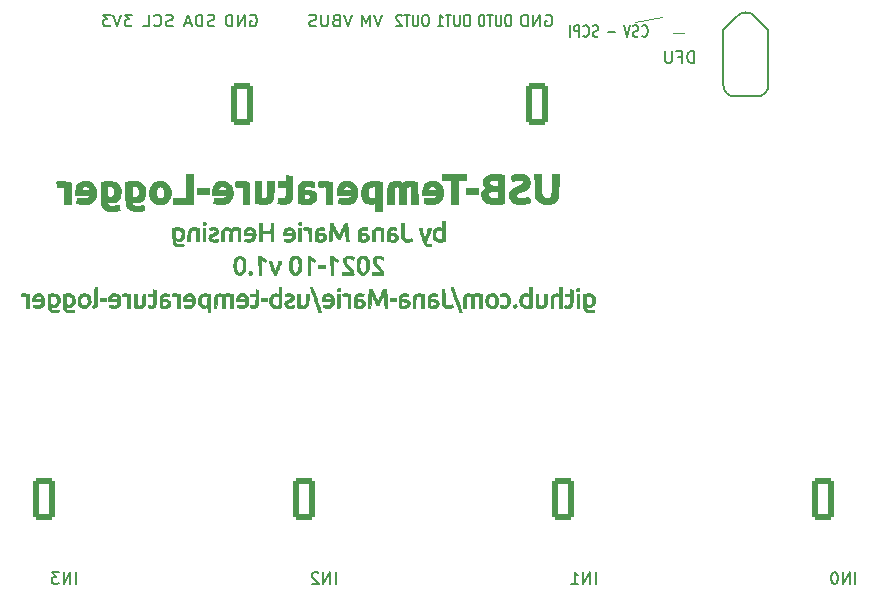
<source format=gbr>
%TF.GenerationSoftware,KiCad,Pcbnew,(7.0.0)*%
%TF.CreationDate,2023-06-01T21:15:46+02:00*%
%TF.ProjectId,temperature-logger,74656d70-6572-4617-9475-72652d6c6f67,rev?*%
%TF.SameCoordinates,Original*%
%TF.FileFunction,Legend,Bot*%
%TF.FilePolarity,Positive*%
%FSLAX46Y46*%
G04 Gerber Fmt 4.6, Leading zero omitted, Abs format (unit mm)*
G04 Created by KiCad (PCBNEW (7.0.0)) date 2023-06-01 21:15:46*
%MOMM*%
%LPD*%
G01*
G04 APERTURE LIST*
G04 Aperture macros list*
%AMRoundRect*
0 Rectangle with rounded corners*
0 $1 Rounding radius*
0 $2 $3 $4 $5 $6 $7 $8 $9 X,Y pos of 4 corners*
0 Add a 4 corners polygon primitive as box body*
4,1,4,$2,$3,$4,$5,$6,$7,$8,$9,$2,$3,0*
0 Add four circle primitives for the rounded corners*
1,1,$1+$1,$2,$3*
1,1,$1+$1,$4,$5*
1,1,$1+$1,$6,$7*
1,1,$1+$1,$8,$9*
0 Add four rect primitives between the rounded corners*
20,1,$1+$1,$2,$3,$4,$5,0*
20,1,$1+$1,$4,$5,$6,$7,0*
20,1,$1+$1,$6,$7,$8,$9,0*
20,1,$1+$1,$8,$9,$2,$3,0*%
G04 Aperture macros list end*
%ADD10C,0.120000*%
%ADD11C,0.150000*%
%ADD12C,0.127000*%
%ADD13C,0.010000*%
%ADD14C,0.988060*%
%ADD15C,0.985520*%
%ADD16C,3.500000*%
%ADD17C,0.800000*%
%ADD18C,6.400000*%
%ADD19C,0.650000*%
%ADD20O,1.000000X2.100000*%
%ADD21O,1.000000X1.600000*%
%ADD22RoundRect,0.250000X0.650000X1.550000X-0.650000X1.550000X-0.650000X-1.550000X0.650000X-1.550000X0*%
%ADD23O,1.800000X3.600000*%
%ADD24C,0.900000*%
%ADD25RoundRect,0.250000X-0.650000X-1.550000X0.650000X-1.550000X0.650000X1.550000X-0.650000X1.550000X0*%
%ADD26R,1.300000X0.700000*%
%ADD27C,0.784860*%
G04 APERTURE END LIST*
D10*
X120575000Y-50900000D02*
X118275000Y-51300000D01*
D11*
X118897856Y-52472142D02*
X118935952Y-52519761D01*
X118935952Y-52519761D02*
X119050237Y-52567380D01*
X119050237Y-52567380D02*
X119126428Y-52567380D01*
X119126428Y-52567380D02*
X119240714Y-52519761D01*
X119240714Y-52519761D02*
X119316904Y-52424523D01*
X119316904Y-52424523D02*
X119354999Y-52329285D01*
X119354999Y-52329285D02*
X119393095Y-52138809D01*
X119393095Y-52138809D02*
X119393095Y-51995952D01*
X119393095Y-51995952D02*
X119354999Y-51805476D01*
X119354999Y-51805476D02*
X119316904Y-51710238D01*
X119316904Y-51710238D02*
X119240714Y-51615000D01*
X119240714Y-51615000D02*
X119126428Y-51567380D01*
X119126428Y-51567380D02*
X119050237Y-51567380D01*
X119050237Y-51567380D02*
X118935952Y-51615000D01*
X118935952Y-51615000D02*
X118897856Y-51662619D01*
X118593095Y-52519761D02*
X118478809Y-52567380D01*
X118478809Y-52567380D02*
X118288333Y-52567380D01*
X118288333Y-52567380D02*
X118212142Y-52519761D01*
X118212142Y-52519761D02*
X118174047Y-52472142D01*
X118174047Y-52472142D02*
X118135952Y-52376904D01*
X118135952Y-52376904D02*
X118135952Y-52281666D01*
X118135952Y-52281666D02*
X118174047Y-52186428D01*
X118174047Y-52186428D02*
X118212142Y-52138809D01*
X118212142Y-52138809D02*
X118288333Y-52091190D01*
X118288333Y-52091190D02*
X118440714Y-52043571D01*
X118440714Y-52043571D02*
X118516904Y-51995952D01*
X118516904Y-51995952D02*
X118554999Y-51948333D01*
X118554999Y-51948333D02*
X118593095Y-51853095D01*
X118593095Y-51853095D02*
X118593095Y-51757857D01*
X118593095Y-51757857D02*
X118554999Y-51662619D01*
X118554999Y-51662619D02*
X118516904Y-51615000D01*
X118516904Y-51615000D02*
X118440714Y-51567380D01*
X118440714Y-51567380D02*
X118250237Y-51567380D01*
X118250237Y-51567380D02*
X118135952Y-51615000D01*
X117907380Y-51567380D02*
X117640713Y-52567380D01*
X117640713Y-52567380D02*
X117374047Y-51567380D01*
X116627380Y-52186428D02*
X116017857Y-52186428D01*
X115195000Y-52519761D02*
X115080714Y-52567380D01*
X115080714Y-52567380D02*
X114890238Y-52567380D01*
X114890238Y-52567380D02*
X114814047Y-52519761D01*
X114814047Y-52519761D02*
X114775952Y-52472142D01*
X114775952Y-52472142D02*
X114737857Y-52376904D01*
X114737857Y-52376904D02*
X114737857Y-52281666D01*
X114737857Y-52281666D02*
X114775952Y-52186428D01*
X114775952Y-52186428D02*
X114814047Y-52138809D01*
X114814047Y-52138809D02*
X114890238Y-52091190D01*
X114890238Y-52091190D02*
X115042619Y-52043571D01*
X115042619Y-52043571D02*
X115118809Y-51995952D01*
X115118809Y-51995952D02*
X115156904Y-51948333D01*
X115156904Y-51948333D02*
X115195000Y-51853095D01*
X115195000Y-51853095D02*
X115195000Y-51757857D01*
X115195000Y-51757857D02*
X115156904Y-51662619D01*
X115156904Y-51662619D02*
X115118809Y-51615000D01*
X115118809Y-51615000D02*
X115042619Y-51567380D01*
X115042619Y-51567380D02*
X114852142Y-51567380D01*
X114852142Y-51567380D02*
X114737857Y-51615000D01*
X113937856Y-52472142D02*
X113975952Y-52519761D01*
X113975952Y-52519761D02*
X114090237Y-52567380D01*
X114090237Y-52567380D02*
X114166428Y-52567380D01*
X114166428Y-52567380D02*
X114280714Y-52519761D01*
X114280714Y-52519761D02*
X114356904Y-52424523D01*
X114356904Y-52424523D02*
X114394999Y-52329285D01*
X114394999Y-52329285D02*
X114433095Y-52138809D01*
X114433095Y-52138809D02*
X114433095Y-51995952D01*
X114433095Y-51995952D02*
X114394999Y-51805476D01*
X114394999Y-51805476D02*
X114356904Y-51710238D01*
X114356904Y-51710238D02*
X114280714Y-51615000D01*
X114280714Y-51615000D02*
X114166428Y-51567380D01*
X114166428Y-51567380D02*
X114090237Y-51567380D01*
X114090237Y-51567380D02*
X113975952Y-51615000D01*
X113975952Y-51615000D02*
X113937856Y-51662619D01*
X113594999Y-52567380D02*
X113594999Y-51567380D01*
X113594999Y-51567380D02*
X113290237Y-51567380D01*
X113290237Y-51567380D02*
X113214047Y-51615000D01*
X113214047Y-51615000D02*
X113175952Y-51662619D01*
X113175952Y-51662619D02*
X113137856Y-51757857D01*
X113137856Y-51757857D02*
X113137856Y-51900714D01*
X113137856Y-51900714D02*
X113175952Y-51995952D01*
X113175952Y-51995952D02*
X113214047Y-52043571D01*
X113214047Y-52043571D02*
X113290237Y-52091190D01*
X113290237Y-52091190D02*
X113594999Y-52091190D01*
X112794999Y-52567380D02*
X112794999Y-51567380D01*
X136974999Y-98867380D02*
X136974999Y-97867380D01*
X136498809Y-98867380D02*
X136498809Y-97867380D01*
X136498809Y-97867380D02*
X135927381Y-98867380D01*
X135927381Y-98867380D02*
X135927381Y-97867380D01*
X135260714Y-97867380D02*
X135165476Y-97867380D01*
X135165476Y-97867380D02*
X135070238Y-97915000D01*
X135070238Y-97915000D02*
X135022619Y-97962619D01*
X135022619Y-97962619D02*
X134975000Y-98057857D01*
X134975000Y-98057857D02*
X134927381Y-98248333D01*
X134927381Y-98248333D02*
X134927381Y-98486428D01*
X134927381Y-98486428D02*
X134975000Y-98676904D01*
X134975000Y-98676904D02*
X135022619Y-98772142D01*
X135022619Y-98772142D02*
X135070238Y-98819761D01*
X135070238Y-98819761D02*
X135165476Y-98867380D01*
X135165476Y-98867380D02*
X135260714Y-98867380D01*
X135260714Y-98867380D02*
X135355952Y-98819761D01*
X135355952Y-98819761D02*
X135403571Y-98772142D01*
X135403571Y-98772142D02*
X135451190Y-98676904D01*
X135451190Y-98676904D02*
X135498809Y-98486428D01*
X135498809Y-98486428D02*
X135498809Y-98248333D01*
X135498809Y-98248333D02*
X135451190Y-98057857D01*
X135451190Y-98057857D02*
X135403571Y-97962619D01*
X135403571Y-97962619D02*
X135355952Y-97915000D01*
X135355952Y-97915000D02*
X135260714Y-97867380D01*
X70974999Y-98867380D02*
X70974999Y-97867380D01*
X70498809Y-98867380D02*
X70498809Y-97867380D01*
X70498809Y-97867380D02*
X69927381Y-98867380D01*
X69927381Y-98867380D02*
X69927381Y-97867380D01*
X69546428Y-97867380D02*
X68927381Y-97867380D01*
X68927381Y-97867380D02*
X69260714Y-98248333D01*
X69260714Y-98248333D02*
X69117857Y-98248333D01*
X69117857Y-98248333D02*
X69022619Y-98295952D01*
X69022619Y-98295952D02*
X68975000Y-98343571D01*
X68975000Y-98343571D02*
X68927381Y-98438809D01*
X68927381Y-98438809D02*
X68927381Y-98676904D01*
X68927381Y-98676904D02*
X68975000Y-98772142D01*
X68975000Y-98772142D02*
X69022619Y-98819761D01*
X69022619Y-98819761D02*
X69117857Y-98867380D01*
X69117857Y-98867380D02*
X69403571Y-98867380D01*
X69403571Y-98867380D02*
X69498809Y-98819761D01*
X69498809Y-98819761D02*
X69546428Y-98772142D01*
X82689285Y-51619761D02*
X82546428Y-51667380D01*
X82546428Y-51667380D02*
X82308333Y-51667380D01*
X82308333Y-51667380D02*
X82213095Y-51619761D01*
X82213095Y-51619761D02*
X82165476Y-51572142D01*
X82165476Y-51572142D02*
X82117857Y-51476904D01*
X82117857Y-51476904D02*
X82117857Y-51381666D01*
X82117857Y-51381666D02*
X82165476Y-51286428D01*
X82165476Y-51286428D02*
X82213095Y-51238809D01*
X82213095Y-51238809D02*
X82308333Y-51191190D01*
X82308333Y-51191190D02*
X82498809Y-51143571D01*
X82498809Y-51143571D02*
X82594047Y-51095952D01*
X82594047Y-51095952D02*
X82641666Y-51048333D01*
X82641666Y-51048333D02*
X82689285Y-50953095D01*
X82689285Y-50953095D02*
X82689285Y-50857857D01*
X82689285Y-50857857D02*
X82641666Y-50762619D01*
X82641666Y-50762619D02*
X82594047Y-50715000D01*
X82594047Y-50715000D02*
X82498809Y-50667380D01*
X82498809Y-50667380D02*
X82260714Y-50667380D01*
X82260714Y-50667380D02*
X82117857Y-50715000D01*
X81689285Y-51667380D02*
X81689285Y-50667380D01*
X81689285Y-50667380D02*
X81451190Y-50667380D01*
X81451190Y-50667380D02*
X81308333Y-50715000D01*
X81308333Y-50715000D02*
X81213095Y-50810238D01*
X81213095Y-50810238D02*
X81165476Y-50905476D01*
X81165476Y-50905476D02*
X81117857Y-51095952D01*
X81117857Y-51095952D02*
X81117857Y-51238809D01*
X81117857Y-51238809D02*
X81165476Y-51429285D01*
X81165476Y-51429285D02*
X81213095Y-51524523D01*
X81213095Y-51524523D02*
X81308333Y-51619761D01*
X81308333Y-51619761D02*
X81451190Y-51667380D01*
X81451190Y-51667380D02*
X81689285Y-51667380D01*
X80736904Y-51381666D02*
X80260714Y-51381666D01*
X80832142Y-51667380D02*
X80498809Y-50667380D01*
X80498809Y-50667380D02*
X80165476Y-51667380D01*
X92974999Y-98867380D02*
X92974999Y-97867380D01*
X92498809Y-98867380D02*
X92498809Y-97867380D01*
X92498809Y-97867380D02*
X91927381Y-98867380D01*
X91927381Y-98867380D02*
X91927381Y-97867380D01*
X91498809Y-97962619D02*
X91451190Y-97915000D01*
X91451190Y-97915000D02*
X91355952Y-97867380D01*
X91355952Y-97867380D02*
X91117857Y-97867380D01*
X91117857Y-97867380D02*
X91022619Y-97915000D01*
X91022619Y-97915000D02*
X90975000Y-97962619D01*
X90975000Y-97962619D02*
X90927381Y-98057857D01*
X90927381Y-98057857D02*
X90927381Y-98153095D01*
X90927381Y-98153095D02*
X90975000Y-98295952D01*
X90975000Y-98295952D02*
X91546428Y-98867380D01*
X91546428Y-98867380D02*
X90927381Y-98867380D01*
X104155951Y-50667380D02*
X104003570Y-50667380D01*
X104003570Y-50667380D02*
X103927380Y-50715000D01*
X103927380Y-50715000D02*
X103851189Y-50810238D01*
X103851189Y-50810238D02*
X103813094Y-51000714D01*
X103813094Y-51000714D02*
X103813094Y-51334047D01*
X103813094Y-51334047D02*
X103851189Y-51524523D01*
X103851189Y-51524523D02*
X103927380Y-51619761D01*
X103927380Y-51619761D02*
X104003570Y-51667380D01*
X104003570Y-51667380D02*
X104155951Y-51667380D01*
X104155951Y-51667380D02*
X104232142Y-51619761D01*
X104232142Y-51619761D02*
X104308332Y-51524523D01*
X104308332Y-51524523D02*
X104346428Y-51334047D01*
X104346428Y-51334047D02*
X104346428Y-51000714D01*
X104346428Y-51000714D02*
X104308332Y-50810238D01*
X104308332Y-50810238D02*
X104232142Y-50715000D01*
X104232142Y-50715000D02*
X104155951Y-50667380D01*
X103470237Y-50667380D02*
X103470237Y-51476904D01*
X103470237Y-51476904D02*
X103432142Y-51572142D01*
X103432142Y-51572142D02*
X103394047Y-51619761D01*
X103394047Y-51619761D02*
X103317856Y-51667380D01*
X103317856Y-51667380D02*
X103165475Y-51667380D01*
X103165475Y-51667380D02*
X103089285Y-51619761D01*
X103089285Y-51619761D02*
X103051190Y-51572142D01*
X103051190Y-51572142D02*
X103013094Y-51476904D01*
X103013094Y-51476904D02*
X103013094Y-50667380D01*
X102746428Y-50667380D02*
X102289285Y-50667380D01*
X102517857Y-51667380D02*
X102517857Y-50667380D01*
X101603571Y-51667380D02*
X102060714Y-51667380D01*
X101832142Y-51667380D02*
X101832142Y-50667380D01*
X101832142Y-50667380D02*
X101908333Y-50810238D01*
X101908333Y-50810238D02*
X101984523Y-50905476D01*
X101984523Y-50905476D02*
X102060714Y-50953095D01*
X96879761Y-50667380D02*
X96546428Y-51667380D01*
X96546428Y-51667380D02*
X96213095Y-50667380D01*
X95879761Y-51667380D02*
X95879761Y-50667380D01*
X95879761Y-50667380D02*
X95546428Y-51381666D01*
X95546428Y-51381666D02*
X95213095Y-50667380D01*
X95213095Y-50667380D02*
X95213095Y-51667380D01*
X85736904Y-50715000D02*
X85832142Y-50667380D01*
X85832142Y-50667380D02*
X85974999Y-50667380D01*
X85974999Y-50667380D02*
X86117856Y-50715000D01*
X86117856Y-50715000D02*
X86213094Y-50810238D01*
X86213094Y-50810238D02*
X86260713Y-50905476D01*
X86260713Y-50905476D02*
X86308332Y-51095952D01*
X86308332Y-51095952D02*
X86308332Y-51238809D01*
X86308332Y-51238809D02*
X86260713Y-51429285D01*
X86260713Y-51429285D02*
X86213094Y-51524523D01*
X86213094Y-51524523D02*
X86117856Y-51619761D01*
X86117856Y-51619761D02*
X85974999Y-51667380D01*
X85974999Y-51667380D02*
X85879761Y-51667380D01*
X85879761Y-51667380D02*
X85736904Y-51619761D01*
X85736904Y-51619761D02*
X85689285Y-51572142D01*
X85689285Y-51572142D02*
X85689285Y-51238809D01*
X85689285Y-51238809D02*
X85879761Y-51238809D01*
X85260713Y-51667380D02*
X85260713Y-50667380D01*
X85260713Y-50667380D02*
X84689285Y-51667380D01*
X84689285Y-51667380D02*
X84689285Y-50667380D01*
X84213094Y-51667380D02*
X84213094Y-50667380D01*
X84213094Y-50667380D02*
X83974999Y-50667380D01*
X83974999Y-50667380D02*
X83832142Y-50715000D01*
X83832142Y-50715000D02*
X83736904Y-50810238D01*
X83736904Y-50810238D02*
X83689285Y-50905476D01*
X83689285Y-50905476D02*
X83641666Y-51095952D01*
X83641666Y-51095952D02*
X83641666Y-51238809D01*
X83641666Y-51238809D02*
X83689285Y-51429285D01*
X83689285Y-51429285D02*
X83736904Y-51524523D01*
X83736904Y-51524523D02*
X83832142Y-51619761D01*
X83832142Y-51619761D02*
X83974999Y-51667380D01*
X83974999Y-51667380D02*
X84213094Y-51667380D01*
X114974999Y-98867380D02*
X114974999Y-97867380D01*
X114498809Y-98867380D02*
X114498809Y-97867380D01*
X114498809Y-97867380D02*
X113927381Y-98867380D01*
X113927381Y-98867380D02*
X113927381Y-97867380D01*
X112927381Y-98867380D02*
X113498809Y-98867380D01*
X113213095Y-98867380D02*
X113213095Y-97867380D01*
X113213095Y-97867380D02*
X113308333Y-98010238D01*
X113308333Y-98010238D02*
X113403571Y-98105476D01*
X113403571Y-98105476D02*
X113498809Y-98153095D01*
X100655951Y-50667380D02*
X100503570Y-50667380D01*
X100503570Y-50667380D02*
X100427380Y-50715000D01*
X100427380Y-50715000D02*
X100351189Y-50810238D01*
X100351189Y-50810238D02*
X100313094Y-51000714D01*
X100313094Y-51000714D02*
X100313094Y-51334047D01*
X100313094Y-51334047D02*
X100351189Y-51524523D01*
X100351189Y-51524523D02*
X100427380Y-51619761D01*
X100427380Y-51619761D02*
X100503570Y-51667380D01*
X100503570Y-51667380D02*
X100655951Y-51667380D01*
X100655951Y-51667380D02*
X100732142Y-51619761D01*
X100732142Y-51619761D02*
X100808332Y-51524523D01*
X100808332Y-51524523D02*
X100846428Y-51334047D01*
X100846428Y-51334047D02*
X100846428Y-51000714D01*
X100846428Y-51000714D02*
X100808332Y-50810238D01*
X100808332Y-50810238D02*
X100732142Y-50715000D01*
X100732142Y-50715000D02*
X100655951Y-50667380D01*
X99970237Y-50667380D02*
X99970237Y-51476904D01*
X99970237Y-51476904D02*
X99932142Y-51572142D01*
X99932142Y-51572142D02*
X99894047Y-51619761D01*
X99894047Y-51619761D02*
X99817856Y-51667380D01*
X99817856Y-51667380D02*
X99665475Y-51667380D01*
X99665475Y-51667380D02*
X99589285Y-51619761D01*
X99589285Y-51619761D02*
X99551190Y-51572142D01*
X99551190Y-51572142D02*
X99513094Y-51476904D01*
X99513094Y-51476904D02*
X99513094Y-50667380D01*
X99246428Y-50667380D02*
X98789285Y-50667380D01*
X99017857Y-51667380D02*
X99017857Y-50667380D01*
X98560714Y-50762619D02*
X98522618Y-50715000D01*
X98522618Y-50715000D02*
X98446428Y-50667380D01*
X98446428Y-50667380D02*
X98255952Y-50667380D01*
X98255952Y-50667380D02*
X98179761Y-50715000D01*
X98179761Y-50715000D02*
X98141666Y-50762619D01*
X98141666Y-50762619D02*
X98103571Y-50857857D01*
X98103571Y-50857857D02*
X98103571Y-50953095D01*
X98103571Y-50953095D02*
X98141666Y-51095952D01*
X98141666Y-51095952D02*
X98598809Y-51667380D01*
X98598809Y-51667380D02*
X98103571Y-51667380D01*
X110736904Y-50715000D02*
X110832142Y-50667380D01*
X110832142Y-50667380D02*
X110974999Y-50667380D01*
X110974999Y-50667380D02*
X111117856Y-50715000D01*
X111117856Y-50715000D02*
X111213094Y-50810238D01*
X111213094Y-50810238D02*
X111260713Y-50905476D01*
X111260713Y-50905476D02*
X111308332Y-51095952D01*
X111308332Y-51095952D02*
X111308332Y-51238809D01*
X111308332Y-51238809D02*
X111260713Y-51429285D01*
X111260713Y-51429285D02*
X111213094Y-51524523D01*
X111213094Y-51524523D02*
X111117856Y-51619761D01*
X111117856Y-51619761D02*
X110974999Y-51667380D01*
X110974999Y-51667380D02*
X110879761Y-51667380D01*
X110879761Y-51667380D02*
X110736904Y-51619761D01*
X110736904Y-51619761D02*
X110689285Y-51572142D01*
X110689285Y-51572142D02*
X110689285Y-51238809D01*
X110689285Y-51238809D02*
X110879761Y-51238809D01*
X110260713Y-51667380D02*
X110260713Y-50667380D01*
X110260713Y-50667380D02*
X109689285Y-51667380D01*
X109689285Y-51667380D02*
X109689285Y-50667380D01*
X109213094Y-51667380D02*
X109213094Y-50667380D01*
X109213094Y-50667380D02*
X108974999Y-50667380D01*
X108974999Y-50667380D02*
X108832142Y-50715000D01*
X108832142Y-50715000D02*
X108736904Y-50810238D01*
X108736904Y-50810238D02*
X108689285Y-50905476D01*
X108689285Y-50905476D02*
X108641666Y-51095952D01*
X108641666Y-51095952D02*
X108641666Y-51238809D01*
X108641666Y-51238809D02*
X108689285Y-51429285D01*
X108689285Y-51429285D02*
X108736904Y-51524523D01*
X108736904Y-51524523D02*
X108832142Y-51619761D01*
X108832142Y-51619761D02*
X108974999Y-51667380D01*
X108974999Y-51667380D02*
X109213094Y-51667380D01*
X79165475Y-51619761D02*
X79022618Y-51667380D01*
X79022618Y-51667380D02*
X78784523Y-51667380D01*
X78784523Y-51667380D02*
X78689285Y-51619761D01*
X78689285Y-51619761D02*
X78641666Y-51572142D01*
X78641666Y-51572142D02*
X78594047Y-51476904D01*
X78594047Y-51476904D02*
X78594047Y-51381666D01*
X78594047Y-51381666D02*
X78641666Y-51286428D01*
X78641666Y-51286428D02*
X78689285Y-51238809D01*
X78689285Y-51238809D02*
X78784523Y-51191190D01*
X78784523Y-51191190D02*
X78974999Y-51143571D01*
X78974999Y-51143571D02*
X79070237Y-51095952D01*
X79070237Y-51095952D02*
X79117856Y-51048333D01*
X79117856Y-51048333D02*
X79165475Y-50953095D01*
X79165475Y-50953095D02*
X79165475Y-50857857D01*
X79165475Y-50857857D02*
X79117856Y-50762619D01*
X79117856Y-50762619D02*
X79070237Y-50715000D01*
X79070237Y-50715000D02*
X78974999Y-50667380D01*
X78974999Y-50667380D02*
X78736904Y-50667380D01*
X78736904Y-50667380D02*
X78594047Y-50715000D01*
X77594047Y-51572142D02*
X77641666Y-51619761D01*
X77641666Y-51619761D02*
X77784523Y-51667380D01*
X77784523Y-51667380D02*
X77879761Y-51667380D01*
X77879761Y-51667380D02*
X78022618Y-51619761D01*
X78022618Y-51619761D02*
X78117856Y-51524523D01*
X78117856Y-51524523D02*
X78165475Y-51429285D01*
X78165475Y-51429285D02*
X78213094Y-51238809D01*
X78213094Y-51238809D02*
X78213094Y-51095952D01*
X78213094Y-51095952D02*
X78165475Y-50905476D01*
X78165475Y-50905476D02*
X78117856Y-50810238D01*
X78117856Y-50810238D02*
X78022618Y-50715000D01*
X78022618Y-50715000D02*
X77879761Y-50667380D01*
X77879761Y-50667380D02*
X77784523Y-50667380D01*
X77784523Y-50667380D02*
X77641666Y-50715000D01*
X77641666Y-50715000D02*
X77594047Y-50762619D01*
X76689285Y-51667380D02*
X77165475Y-51667380D01*
X77165475Y-51667380D02*
X77165475Y-50667380D01*
X123289285Y-54767380D02*
X123289285Y-53767380D01*
X123289285Y-53767380D02*
X123051190Y-53767380D01*
X123051190Y-53767380D02*
X122908333Y-53815000D01*
X122908333Y-53815000D02*
X122813095Y-53910238D01*
X122813095Y-53910238D02*
X122765476Y-54005476D01*
X122765476Y-54005476D02*
X122717857Y-54195952D01*
X122717857Y-54195952D02*
X122717857Y-54338809D01*
X122717857Y-54338809D02*
X122765476Y-54529285D01*
X122765476Y-54529285D02*
X122813095Y-54624523D01*
X122813095Y-54624523D02*
X122908333Y-54719761D01*
X122908333Y-54719761D02*
X123051190Y-54767380D01*
X123051190Y-54767380D02*
X123289285Y-54767380D01*
X121955952Y-54243571D02*
X122289285Y-54243571D01*
X122289285Y-54767380D02*
X122289285Y-53767380D01*
X122289285Y-53767380D02*
X121813095Y-53767380D01*
X121432142Y-53767380D02*
X121432142Y-54576904D01*
X121432142Y-54576904D02*
X121384523Y-54672142D01*
X121384523Y-54672142D02*
X121336904Y-54719761D01*
X121336904Y-54719761D02*
X121241666Y-54767380D01*
X121241666Y-54767380D02*
X121051190Y-54767380D01*
X121051190Y-54767380D02*
X120955952Y-54719761D01*
X120955952Y-54719761D02*
X120908333Y-54672142D01*
X120908333Y-54672142D02*
X120860714Y-54576904D01*
X120860714Y-54576904D02*
X120860714Y-53767380D01*
X94308332Y-50667380D02*
X93974999Y-51667380D01*
X93974999Y-51667380D02*
X93641666Y-50667380D01*
X92974999Y-51143571D02*
X92832142Y-51191190D01*
X92832142Y-51191190D02*
X92784523Y-51238809D01*
X92784523Y-51238809D02*
X92736904Y-51334047D01*
X92736904Y-51334047D02*
X92736904Y-51476904D01*
X92736904Y-51476904D02*
X92784523Y-51572142D01*
X92784523Y-51572142D02*
X92832142Y-51619761D01*
X92832142Y-51619761D02*
X92927380Y-51667380D01*
X92927380Y-51667380D02*
X93308332Y-51667380D01*
X93308332Y-51667380D02*
X93308332Y-50667380D01*
X93308332Y-50667380D02*
X92974999Y-50667380D01*
X92974999Y-50667380D02*
X92879761Y-50715000D01*
X92879761Y-50715000D02*
X92832142Y-50762619D01*
X92832142Y-50762619D02*
X92784523Y-50857857D01*
X92784523Y-50857857D02*
X92784523Y-50953095D01*
X92784523Y-50953095D02*
X92832142Y-51048333D01*
X92832142Y-51048333D02*
X92879761Y-51095952D01*
X92879761Y-51095952D02*
X92974999Y-51143571D01*
X92974999Y-51143571D02*
X93308332Y-51143571D01*
X92308332Y-50667380D02*
X92308332Y-51476904D01*
X92308332Y-51476904D02*
X92260713Y-51572142D01*
X92260713Y-51572142D02*
X92213094Y-51619761D01*
X92213094Y-51619761D02*
X92117856Y-51667380D01*
X92117856Y-51667380D02*
X91927380Y-51667380D01*
X91927380Y-51667380D02*
X91832142Y-51619761D01*
X91832142Y-51619761D02*
X91784523Y-51572142D01*
X91784523Y-51572142D02*
X91736904Y-51476904D01*
X91736904Y-51476904D02*
X91736904Y-50667380D01*
X91308332Y-51619761D02*
X91165475Y-51667380D01*
X91165475Y-51667380D02*
X90927380Y-51667380D01*
X90927380Y-51667380D02*
X90832142Y-51619761D01*
X90832142Y-51619761D02*
X90784523Y-51572142D01*
X90784523Y-51572142D02*
X90736904Y-51476904D01*
X90736904Y-51476904D02*
X90736904Y-51381666D01*
X90736904Y-51381666D02*
X90784523Y-51286428D01*
X90784523Y-51286428D02*
X90832142Y-51238809D01*
X90832142Y-51238809D02*
X90927380Y-51191190D01*
X90927380Y-51191190D02*
X91117856Y-51143571D01*
X91117856Y-51143571D02*
X91213094Y-51095952D01*
X91213094Y-51095952D02*
X91260713Y-51048333D01*
X91260713Y-51048333D02*
X91308332Y-50953095D01*
X91308332Y-50953095D02*
X91308332Y-50857857D01*
X91308332Y-50857857D02*
X91260713Y-50762619D01*
X91260713Y-50762619D02*
X91213094Y-50715000D01*
X91213094Y-50715000D02*
X91117856Y-50667380D01*
X91117856Y-50667380D02*
X90879761Y-50667380D01*
X90879761Y-50667380D02*
X90736904Y-50715000D01*
X75713094Y-50667380D02*
X75094047Y-50667380D01*
X75094047Y-50667380D02*
X75427380Y-51048333D01*
X75427380Y-51048333D02*
X75284523Y-51048333D01*
X75284523Y-51048333D02*
X75189285Y-51095952D01*
X75189285Y-51095952D02*
X75141666Y-51143571D01*
X75141666Y-51143571D02*
X75094047Y-51238809D01*
X75094047Y-51238809D02*
X75094047Y-51476904D01*
X75094047Y-51476904D02*
X75141666Y-51572142D01*
X75141666Y-51572142D02*
X75189285Y-51619761D01*
X75189285Y-51619761D02*
X75284523Y-51667380D01*
X75284523Y-51667380D02*
X75570237Y-51667380D01*
X75570237Y-51667380D02*
X75665475Y-51619761D01*
X75665475Y-51619761D02*
X75713094Y-51572142D01*
X74808332Y-50667380D02*
X74474999Y-51667380D01*
X74474999Y-51667380D02*
X74141666Y-50667380D01*
X73903570Y-50667380D02*
X73284523Y-50667380D01*
X73284523Y-50667380D02*
X73617856Y-51048333D01*
X73617856Y-51048333D02*
X73474999Y-51048333D01*
X73474999Y-51048333D02*
X73379761Y-51095952D01*
X73379761Y-51095952D02*
X73332142Y-51143571D01*
X73332142Y-51143571D02*
X73284523Y-51238809D01*
X73284523Y-51238809D02*
X73284523Y-51476904D01*
X73284523Y-51476904D02*
X73332142Y-51572142D01*
X73332142Y-51572142D02*
X73379761Y-51619761D01*
X73379761Y-51619761D02*
X73474999Y-51667380D01*
X73474999Y-51667380D02*
X73760713Y-51667380D01*
X73760713Y-51667380D02*
X73855951Y-51619761D01*
X73855951Y-51619761D02*
X73903570Y-51572142D01*
X107655951Y-50667380D02*
X107503570Y-50667380D01*
X107503570Y-50667380D02*
X107427380Y-50715000D01*
X107427380Y-50715000D02*
X107351189Y-50810238D01*
X107351189Y-50810238D02*
X107313094Y-51000714D01*
X107313094Y-51000714D02*
X107313094Y-51334047D01*
X107313094Y-51334047D02*
X107351189Y-51524523D01*
X107351189Y-51524523D02*
X107427380Y-51619761D01*
X107427380Y-51619761D02*
X107503570Y-51667380D01*
X107503570Y-51667380D02*
X107655951Y-51667380D01*
X107655951Y-51667380D02*
X107732142Y-51619761D01*
X107732142Y-51619761D02*
X107808332Y-51524523D01*
X107808332Y-51524523D02*
X107846428Y-51334047D01*
X107846428Y-51334047D02*
X107846428Y-51000714D01*
X107846428Y-51000714D02*
X107808332Y-50810238D01*
X107808332Y-50810238D02*
X107732142Y-50715000D01*
X107732142Y-50715000D02*
X107655951Y-50667380D01*
X106970237Y-50667380D02*
X106970237Y-51476904D01*
X106970237Y-51476904D02*
X106932142Y-51572142D01*
X106932142Y-51572142D02*
X106894047Y-51619761D01*
X106894047Y-51619761D02*
X106817856Y-51667380D01*
X106817856Y-51667380D02*
X106665475Y-51667380D01*
X106665475Y-51667380D02*
X106589285Y-51619761D01*
X106589285Y-51619761D02*
X106551190Y-51572142D01*
X106551190Y-51572142D02*
X106513094Y-51476904D01*
X106513094Y-51476904D02*
X106513094Y-50667380D01*
X106246428Y-50667380D02*
X105789285Y-50667380D01*
X106017857Y-51667380D02*
X106017857Y-50667380D01*
X105370237Y-50667380D02*
X105294047Y-50667380D01*
X105294047Y-50667380D02*
X105217856Y-50715000D01*
X105217856Y-50715000D02*
X105179761Y-50762619D01*
X105179761Y-50762619D02*
X105141666Y-50857857D01*
X105141666Y-50857857D02*
X105103571Y-51048333D01*
X105103571Y-51048333D02*
X105103571Y-51286428D01*
X105103571Y-51286428D02*
X105141666Y-51476904D01*
X105141666Y-51476904D02*
X105179761Y-51572142D01*
X105179761Y-51572142D02*
X105217856Y-51619761D01*
X105217856Y-51619761D02*
X105294047Y-51667380D01*
X105294047Y-51667380D02*
X105370237Y-51667380D01*
X105370237Y-51667380D02*
X105446428Y-51619761D01*
X105446428Y-51619761D02*
X105484523Y-51572142D01*
X105484523Y-51572142D02*
X105522618Y-51476904D01*
X105522618Y-51476904D02*
X105560714Y-51286428D01*
X105560714Y-51286428D02*
X105560714Y-51048333D01*
X105560714Y-51048333D02*
X105522618Y-50857857D01*
X105522618Y-50857857D02*
X105484523Y-50762619D01*
X105484523Y-50762619D02*
X105446428Y-50715000D01*
X105446428Y-50715000D02*
X105370237Y-50667380D01*
D10*
%TO.C,JP1*%
X122500000Y-52250000D02*
X121500000Y-52250000D01*
D12*
%TO.C,P1*%
X128423900Y-50786100D02*
X129605000Y-51967200D01*
X126976100Y-50786100D02*
X125795000Y-51967200D01*
X129605000Y-56653500D02*
X129605000Y-51967200D01*
X125795000Y-56653500D02*
X125795000Y-51967200D01*
X126747500Y-57606000D02*
X128652500Y-57606000D01*
X128423899Y-50786101D02*
G75*
G03*
X126976101Y-50786101I-723899J-723900D01*
G01*
X128652500Y-57606000D02*
G75*
G03*
X129605000Y-56653500I0J952500D01*
G01*
X125795000Y-56653500D02*
G75*
G03*
X126747500Y-57606000I952500J0D01*
G01*
%TO.C,G\u002A\u002A\u002A*%
G36*
X113586600Y-75486000D02*
G01*
X113358000Y-75486000D01*
X113358000Y-74292200D01*
X113586600Y-74292200D01*
X113586600Y-75486000D01*
G37*
D13*
X113586600Y-75486000D02*
X113358000Y-75486000D01*
X113358000Y-74292200D01*
X113586600Y-74292200D01*
X113586600Y-75486000D01*
G36*
X105026800Y-65859400D02*
G01*
X103985400Y-65859400D01*
X103985400Y-65351400D01*
X105026800Y-65351400D01*
X105026800Y-65859400D01*
G37*
X105026800Y-65859400D02*
X103985400Y-65859400D01*
X103985400Y-65351400D01*
X105026800Y-65351400D01*
X105026800Y-65859400D01*
G36*
X98092600Y-74901800D02*
G01*
X97533800Y-74901800D01*
X97533800Y-74698600D01*
X98092600Y-74698600D01*
X98092600Y-74901800D01*
G37*
X98092600Y-74901800D02*
X97533800Y-74901800D01*
X97533800Y-74698600D01*
X98092600Y-74698600D01*
X98092600Y-74901800D01*
G36*
X92047400Y-72107800D02*
G01*
X91488600Y-72107800D01*
X91488600Y-71904600D01*
X92047400Y-71904600D01*
X92047400Y-72107800D01*
G37*
X92047400Y-72107800D02*
X91488600Y-72107800D01*
X91488600Y-71904600D01*
X92047400Y-71904600D01*
X92047400Y-72107800D01*
G36*
X90040800Y-69872600D02*
G01*
X89812200Y-69872600D01*
X89812200Y-68704200D01*
X90040800Y-68704200D01*
X90040800Y-69872600D01*
G37*
X90040800Y-69872600D02*
X89812200Y-69872600D01*
X89812200Y-68704200D01*
X90040800Y-68704200D01*
X90040800Y-69872600D01*
G36*
X87170600Y-74901800D02*
G01*
X86611800Y-74901800D01*
X86611800Y-74698600D01*
X87170600Y-74698600D01*
X87170600Y-74901800D01*
G37*
X87170600Y-74901800D02*
X86611800Y-74901800D01*
X86611800Y-74698600D01*
X87170600Y-74698600D01*
X87170600Y-74901800D01*
G36*
X81938200Y-69872600D02*
G01*
X81735000Y-69872600D01*
X81735000Y-68704200D01*
X81938200Y-68704200D01*
X81938200Y-69872600D01*
G37*
X81938200Y-69872600D02*
X81735000Y-69872600D01*
X81735000Y-68704200D01*
X81938200Y-68704200D01*
X81938200Y-69872600D01*
G36*
X82268400Y-65859400D02*
G01*
X81227000Y-65859400D01*
X81227000Y-65351400D01*
X82268400Y-65351400D01*
X82268400Y-65859400D01*
G37*
X82268400Y-65859400D02*
X81227000Y-65859400D01*
X81227000Y-65351400D01*
X82268400Y-65351400D01*
X82268400Y-65859400D01*
G36*
X73556200Y-74901800D02*
G01*
X72972000Y-74901800D01*
X72972000Y-74698600D01*
X73556200Y-74698600D01*
X73556200Y-74901800D01*
G37*
X73556200Y-74901800D02*
X72972000Y-74901800D01*
X72972000Y-74698600D01*
X73556200Y-74698600D01*
X73556200Y-74901800D01*
G36*
X80871400Y-66672200D02*
G01*
X79220400Y-66672200D01*
X79220400Y-66189600D01*
X80312600Y-66189600D01*
X80312600Y-64208400D01*
X80871400Y-64208400D01*
X80871400Y-66672200D01*
G37*
X80871400Y-66672200D02*
X79220400Y-66672200D01*
X79220400Y-66189600D01*
X80312600Y-66189600D01*
X80312600Y-64208400D01*
X80871400Y-64208400D01*
X80871400Y-66672200D01*
G36*
X104036200Y-64691000D02*
G01*
X103299600Y-64691000D01*
X103299600Y-66672200D01*
X102740800Y-66672200D01*
X102740800Y-64691000D01*
X102004200Y-64691000D01*
X102004200Y-64208400D01*
X104036200Y-64208400D01*
X104036200Y-64691000D01*
G37*
X104036200Y-64691000D02*
X103299600Y-64691000D01*
X103299600Y-66672200D01*
X102740800Y-66672200D01*
X102740800Y-64691000D01*
X102004200Y-64691000D01*
X102004200Y-64208400D01*
X104036200Y-64208400D01*
X104036200Y-64691000D01*
G36*
X89958727Y-68225330D02*
G01*
X90022690Y-68261250D01*
X90059561Y-68322812D01*
X90062904Y-68394571D01*
X90026286Y-68461085D01*
X89981461Y-68490458D01*
X89905834Y-68496449D01*
X89833251Y-68458963D01*
X89809491Y-68431277D01*
X89788206Y-68362200D01*
X89804568Y-68294158D01*
X89852644Y-68242257D01*
X89926500Y-68221600D01*
X89958727Y-68225330D01*
G37*
X89958727Y-68225330D02*
X90022690Y-68261250D01*
X90059561Y-68322812D01*
X90062904Y-68394571D01*
X90026286Y-68461085D01*
X89981461Y-68490458D01*
X89905834Y-68496449D01*
X89833251Y-68458963D01*
X89809491Y-68431277D01*
X89788206Y-68362200D01*
X89804568Y-68294158D01*
X89852644Y-68242257D01*
X89926500Y-68221600D01*
X89958727Y-68225330D01*
G36*
X113545574Y-73843446D02*
G01*
X113579075Y-73872943D01*
X113611293Y-73941850D01*
X113603693Y-74014760D01*
X113555549Y-74074859D01*
X113501673Y-74106083D01*
X113450015Y-74108425D01*
X113387625Y-74073859D01*
X113350559Y-74032903D01*
X113334423Y-73963108D01*
X113355570Y-73892216D01*
X113412224Y-73837303D01*
X113449449Y-73818860D01*
X113492804Y-73815479D01*
X113545574Y-73843446D01*
G37*
X113545574Y-73843446D02*
X113579075Y-73872943D01*
X113611293Y-73941850D01*
X113603693Y-74014760D01*
X113555549Y-74074859D01*
X113501673Y-74106083D01*
X113450015Y-74108425D01*
X113387625Y-74073859D01*
X113350559Y-74032903D01*
X113334423Y-73963108D01*
X113355570Y-73892216D01*
X113412224Y-73837303D01*
X113449449Y-73818860D01*
X113492804Y-73815479D01*
X113545574Y-73843446D01*
G36*
X108195936Y-75211977D02*
G01*
X108198481Y-75213225D01*
X108253794Y-75265143D01*
X108277585Y-75337636D01*
X108267938Y-75412339D01*
X108222938Y-75470886D01*
X108168426Y-75500547D01*
X108093768Y-75505164D01*
X108024000Y-75460600D01*
X107988229Y-75410117D01*
X107974651Y-75336205D01*
X107996346Y-75268280D01*
X108045602Y-75217497D01*
X108114703Y-75195010D01*
X108195936Y-75211977D01*
G37*
X108195936Y-75211977D02*
X108198481Y-75213225D01*
X108253794Y-75265143D01*
X108277585Y-75337636D01*
X108267938Y-75412339D01*
X108222938Y-75470886D01*
X108168426Y-75500547D01*
X108093768Y-75505164D01*
X108024000Y-75460600D01*
X107988229Y-75410117D01*
X107974651Y-75336205D01*
X107996346Y-75268280D01*
X108045602Y-75217497D01*
X108114703Y-75195010D01*
X108195936Y-75211977D01*
G36*
X93222150Y-74297089D02*
G01*
X93330100Y-74304900D01*
X93336962Y-74863099D01*
X93337716Y-74932415D01*
X93338669Y-75091307D01*
X93338442Y-75230699D01*
X93337107Y-75342769D01*
X93334738Y-75419693D01*
X93331409Y-75453649D01*
X93328335Y-75458780D01*
X93287727Y-75478421D01*
X93216598Y-75486000D01*
X93114200Y-75486000D01*
X93114200Y-74289279D01*
X93222150Y-74297089D01*
G37*
X93222150Y-74297089D02*
X93330100Y-74304900D01*
X93336962Y-74863099D01*
X93337716Y-74932415D01*
X93338669Y-75091307D01*
X93338442Y-75230699D01*
X93337107Y-75342769D01*
X93334738Y-75419693D01*
X93331409Y-75453649D01*
X93328335Y-75458780D01*
X93287727Y-75478421D01*
X93216598Y-75486000D01*
X93114200Y-75486000D01*
X93114200Y-74289279D01*
X93222150Y-74297089D01*
G36*
X81905749Y-68243462D02*
G01*
X81961297Y-68301223D01*
X81980287Y-68339947D01*
X81982713Y-68382851D01*
X81954176Y-68436065D01*
X81905918Y-68482729D01*
X81835460Y-68500740D01*
X81766255Y-68478447D01*
X81714093Y-68417096D01*
X81700327Y-68385127D01*
X81695093Y-68335896D01*
X81721830Y-68282254D01*
X81765017Y-68240746D01*
X81834850Y-68222869D01*
X81905749Y-68243462D01*
G37*
X81905749Y-68243462D02*
X81961297Y-68301223D01*
X81980287Y-68339947D01*
X81982713Y-68382851D01*
X81954176Y-68436065D01*
X81905918Y-68482729D01*
X81835460Y-68500740D01*
X81766255Y-68478447D01*
X81714093Y-68417096D01*
X81700327Y-68385127D01*
X81695093Y-68335896D01*
X81721830Y-68282254D01*
X81765017Y-68240746D01*
X81834850Y-68222869D01*
X81905749Y-68243462D01*
G36*
X93309690Y-73849765D02*
G01*
X93350278Y-73908824D01*
X93360948Y-73978757D01*
X93339789Y-74043874D01*
X93284891Y-74088489D01*
X93274714Y-74092580D01*
X93224999Y-74109344D01*
X93191013Y-74104332D01*
X93145252Y-74074859D01*
X93121807Y-74054097D01*
X93091387Y-73991125D01*
X93095017Y-73922322D01*
X93126890Y-73861554D01*
X93181201Y-73822688D01*
X93252144Y-73819589D01*
X93309690Y-73849765D01*
G37*
X93309690Y-73849765D02*
X93350278Y-73908824D01*
X93360948Y-73978757D01*
X93339789Y-74043874D01*
X93284891Y-74088489D01*
X93274714Y-74092580D01*
X93224999Y-74109344D01*
X93191013Y-74104332D01*
X93145252Y-74074859D01*
X93121807Y-74054097D01*
X93091387Y-73991125D01*
X93095017Y-73922322D01*
X93126890Y-73861554D01*
X93181201Y-73822688D01*
X93252144Y-73819589D01*
X93309690Y-73849765D01*
G36*
X87678600Y-69872600D02*
G01*
X87450000Y-69872600D01*
X87450000Y-69161400D01*
X86713400Y-69161400D01*
X86713400Y-69872600D01*
X86484800Y-69872600D01*
X86484800Y-68294879D01*
X86592750Y-68302689D01*
X86700700Y-68310500D01*
X86714918Y-68958200D01*
X87448483Y-68958200D01*
X87455592Y-68634350D01*
X87462700Y-68310500D01*
X87570650Y-68302689D01*
X87678600Y-68294879D01*
X87678600Y-69872600D01*
G37*
X87678600Y-69872600D02*
X87450000Y-69872600D01*
X87450000Y-69161400D01*
X86713400Y-69161400D01*
X86713400Y-69872600D01*
X86484800Y-69872600D01*
X86484800Y-68294879D01*
X86592750Y-68302689D01*
X86700700Y-68310500D01*
X86714918Y-68958200D01*
X87448483Y-68958200D01*
X87455592Y-68634350D01*
X87462700Y-68310500D01*
X87570650Y-68302689D01*
X87678600Y-68294879D01*
X87678600Y-69872600D01*
G36*
X85811886Y-72423085D02*
G01*
X85853703Y-72466528D01*
X85877309Y-72540799D01*
X85865830Y-72617622D01*
X85818749Y-72677859D01*
X85808260Y-72685150D01*
X85761481Y-72711597D01*
X85720547Y-72711904D01*
X85659887Y-72687645D01*
X85600251Y-72637245D01*
X85575050Y-72560986D01*
X85591713Y-72474927D01*
X85599268Y-72460589D01*
X85656068Y-72408947D01*
X85732202Y-72395207D01*
X85811886Y-72423085D01*
G37*
X85811886Y-72423085D02*
X85853703Y-72466528D01*
X85877309Y-72540799D01*
X85865830Y-72617622D01*
X85818749Y-72677859D01*
X85808260Y-72685150D01*
X85761481Y-72711597D01*
X85720547Y-72711904D01*
X85659887Y-72687645D01*
X85600251Y-72637245D01*
X85575050Y-72560986D01*
X85591713Y-72474927D01*
X85599268Y-72460589D01*
X85656068Y-72408947D01*
X85732202Y-72395207D01*
X85811886Y-72423085D01*
G36*
X90493767Y-68693518D02*
G01*
X90603202Y-68697965D01*
X90705026Y-68704922D01*
X90786417Y-68713954D01*
X90834550Y-68724628D01*
X90904400Y-68753742D01*
X90904400Y-69872600D01*
X90676897Y-69872600D01*
X90669999Y-69383650D01*
X90663100Y-68894700D01*
X90460640Y-68893226D01*
X90258180Y-68891753D01*
X90240335Y-68804499D01*
X90238402Y-68794561D01*
X90231395Y-68735390D01*
X90235481Y-68704372D01*
X90248017Y-68699567D01*
X90303351Y-68693886D01*
X90389542Y-68692014D01*
X90493767Y-68693518D01*
G37*
X90493767Y-68693518D02*
X90603202Y-68697965D01*
X90705026Y-68704922D01*
X90786417Y-68713954D01*
X90834550Y-68724628D01*
X90904400Y-68753742D01*
X90904400Y-69872600D01*
X90676897Y-69872600D01*
X90669999Y-69383650D01*
X90663100Y-68894700D01*
X90460640Y-68893226D01*
X90258180Y-68891753D01*
X90240335Y-68804499D01*
X90238402Y-68794561D01*
X90231395Y-68735390D01*
X90235481Y-68704372D01*
X90248017Y-68699567D01*
X90303351Y-68693886D01*
X90389542Y-68692014D01*
X90493767Y-68693518D01*
G36*
X66601954Y-74284745D02*
G01*
X66707844Y-74290963D01*
X66801567Y-74300810D01*
X66869650Y-74313910D01*
X66977600Y-74344958D01*
X66977600Y-75486000D01*
X66774400Y-75486000D01*
X66774400Y-74499865D01*
X66670758Y-74482354D01*
X66655127Y-74480063D01*
X66554903Y-74474882D01*
X66456261Y-74481468D01*
X66345407Y-74498091D01*
X66328255Y-74406661D01*
X66326007Y-74393651D01*
X66320967Y-74332317D01*
X66327479Y-74298854D01*
X66346001Y-74291600D01*
X66407561Y-74284689D01*
X66497369Y-74282529D01*
X66601954Y-74284745D01*
G37*
X66601954Y-74284745D02*
X66707844Y-74290963D01*
X66801567Y-74300810D01*
X66869650Y-74313910D01*
X66977600Y-74344958D01*
X66977600Y-75486000D01*
X66774400Y-75486000D01*
X66774400Y-74499865D01*
X66670758Y-74482354D01*
X66655127Y-74480063D01*
X66554903Y-74474882D01*
X66456261Y-74481468D01*
X66345407Y-74498091D01*
X66328255Y-74406661D01*
X66326007Y-74393651D01*
X66320967Y-74332317D01*
X66327479Y-74298854D01*
X66346001Y-74291600D01*
X66407561Y-74284689D01*
X66497369Y-74282529D01*
X66601954Y-74284745D01*
G36*
X79506911Y-74287923D02*
G01*
X79658550Y-74320982D01*
X79753800Y-74344958D01*
X79753800Y-75488920D01*
X79537900Y-75473300D01*
X79531006Y-74985398D01*
X79524111Y-74497497D01*
X79435586Y-74480890D01*
X79419289Y-74478356D01*
X79329233Y-74474125D01*
X79236065Y-74480927D01*
X79189691Y-74486136D01*
X79129451Y-74477770D01*
X79100727Y-74437514D01*
X79093400Y-74356549D01*
X79094818Y-74335754D01*
X79109786Y-74309387D01*
X79151098Y-74293326D01*
X79230935Y-74280869D01*
X79265112Y-74277117D01*
X79382221Y-74273907D01*
X79506911Y-74287923D01*
G37*
X79506911Y-74287923D02*
X79658550Y-74320982D01*
X79753800Y-74344958D01*
X79753800Y-75488920D01*
X79537900Y-75473300D01*
X79531006Y-74985398D01*
X79524111Y-74497497D01*
X79435586Y-74480890D01*
X79419289Y-74478356D01*
X79329233Y-74474125D01*
X79236065Y-74480927D01*
X79189691Y-74486136D01*
X79129451Y-74477770D01*
X79100727Y-74437514D01*
X79093400Y-74356549D01*
X79094818Y-74335754D01*
X79109786Y-74309387D01*
X79151098Y-74293326D01*
X79230935Y-74280869D01*
X79265112Y-74277117D01*
X79382221Y-74273907D01*
X79506911Y-74287923D01*
G36*
X75290511Y-74287923D02*
G01*
X75442150Y-74320982D01*
X75537400Y-74344958D01*
X75537400Y-75488920D01*
X75321500Y-75473300D01*
X75314606Y-74985398D01*
X75307711Y-74497497D01*
X75219186Y-74480890D01*
X75202889Y-74478356D01*
X75112833Y-74474125D01*
X75019665Y-74480927D01*
X74973291Y-74486136D01*
X74913051Y-74477770D01*
X74884327Y-74437514D01*
X74877000Y-74356549D01*
X74878418Y-74335754D01*
X74893386Y-74309387D01*
X74934698Y-74293326D01*
X75014535Y-74280869D01*
X75048712Y-74277117D01*
X75165821Y-74273907D01*
X75290511Y-74287923D01*
G37*
X75290511Y-74287923D02*
X75442150Y-74320982D01*
X75537400Y-74344958D01*
X75537400Y-75488920D01*
X75321500Y-75473300D01*
X75314606Y-74985398D01*
X75307711Y-74497497D01*
X75219186Y-74480890D01*
X75202889Y-74478356D01*
X75112833Y-74474125D01*
X75019665Y-74480927D01*
X74973291Y-74486136D01*
X74913051Y-74477770D01*
X74884327Y-74437514D01*
X74877000Y-74356549D01*
X74878418Y-74335754D01*
X74893386Y-74309387D01*
X74934698Y-74293326D01*
X75014535Y-74280869D01*
X75048712Y-74277117D01*
X75165821Y-74273907D01*
X75290511Y-74287923D01*
G36*
X84912698Y-64767715D02*
G01*
X85227618Y-64795889D01*
X85538650Y-64871439D01*
X85621200Y-64898139D01*
X85621200Y-66672200D01*
X85087800Y-66672200D01*
X85087800Y-65252101D01*
X84996401Y-65234955D01*
X84956044Y-65229786D01*
X84840919Y-65228543D01*
X84704265Y-65240125D01*
X84564700Y-65263309D01*
X84486100Y-65279970D01*
X84444030Y-65068035D01*
X84436761Y-65031157D01*
X84418984Y-64938486D01*
X84406615Y-64870260D01*
X84401981Y-64839154D01*
X84409632Y-64828882D01*
X84457247Y-64810661D01*
X84539605Y-64793917D01*
X84646412Y-64780152D01*
X84767375Y-64770871D01*
X84892201Y-64767575D01*
X84912698Y-64767715D01*
G37*
X84912698Y-64767715D02*
X85227618Y-64795889D01*
X85538650Y-64871439D01*
X85621200Y-64898139D01*
X85621200Y-66672200D01*
X85087800Y-66672200D01*
X85087800Y-65252101D01*
X84996401Y-65234955D01*
X84956044Y-65229786D01*
X84840919Y-65228543D01*
X84704265Y-65240125D01*
X84564700Y-65263309D01*
X84486100Y-65279970D01*
X84444030Y-65068035D01*
X84436761Y-65031157D01*
X84418984Y-64938486D01*
X84406615Y-64870260D01*
X84401981Y-64839154D01*
X84409632Y-64828882D01*
X84457247Y-64810661D01*
X84539605Y-64793917D01*
X84646412Y-64780152D01*
X84767375Y-64770871D01*
X84892201Y-64767575D01*
X84912698Y-64767715D01*
G36*
X69992288Y-64778605D02*
G01*
X70228656Y-64814066D01*
X70451050Y-64871439D01*
X70533600Y-64898139D01*
X70533600Y-66672200D01*
X69974800Y-66672200D01*
X69974800Y-65250767D01*
X69908522Y-65234132D01*
X69900359Y-65232434D01*
X69831567Y-65227761D01*
X69734077Y-65229775D01*
X69625981Y-65237290D01*
X69525372Y-65249126D01*
X69450345Y-65264097D01*
X69432015Y-65268209D01*
X69405455Y-65261613D01*
X69386764Y-65226121D01*
X69368189Y-65151071D01*
X69360136Y-65112574D01*
X69340078Y-65010075D01*
X69324681Y-64922895D01*
X69308774Y-64823416D01*
X69439837Y-64795308D01*
X69542595Y-64778307D01*
X69758187Y-64766277D01*
X69992288Y-64778605D01*
G37*
X69992288Y-64778605D02*
X70228656Y-64814066D01*
X70451050Y-64871439D01*
X70533600Y-64898139D01*
X70533600Y-66672200D01*
X69974800Y-66672200D01*
X69974800Y-65250767D01*
X69908522Y-65234132D01*
X69900359Y-65232434D01*
X69831567Y-65227761D01*
X69734077Y-65229775D01*
X69625981Y-65237290D01*
X69525372Y-65249126D01*
X69450345Y-65264097D01*
X69432015Y-65268209D01*
X69405455Y-65261613D01*
X69386764Y-65226121D01*
X69368189Y-65151071D01*
X69360136Y-65112574D01*
X69340078Y-65010075D01*
X69324681Y-64922895D01*
X69308774Y-64823416D01*
X69439837Y-64795308D01*
X69542595Y-64778307D01*
X69758187Y-64766277D01*
X69992288Y-64778605D01*
G36*
X96856464Y-68707706D02*
G01*
X97000400Y-68736613D01*
X97000400Y-69872600D01*
X96771800Y-69872600D01*
X96771800Y-68882000D01*
X96595417Y-68882000D01*
X96525344Y-68883067D01*
X96448698Y-68890760D01*
X96395081Y-68909439D01*
X96347767Y-68943243D01*
X96276500Y-69004487D01*
X96268478Y-69438543D01*
X96260455Y-69872600D01*
X96031087Y-69872600D01*
X96039494Y-69421750D01*
X96040438Y-69372934D01*
X96044266Y-69218978D01*
X96049238Y-69105132D01*
X96056291Y-69022954D01*
X96066359Y-68964000D01*
X96080377Y-68919830D01*
X96099282Y-68882000D01*
X96099528Y-68881574D01*
X96183645Y-68785993D01*
X96305611Y-68719845D01*
X96461212Y-68684102D01*
X96646234Y-68679732D01*
X96856464Y-68707706D01*
G37*
X96856464Y-68707706D02*
X97000400Y-68736613D01*
X97000400Y-69872600D01*
X96771800Y-69872600D01*
X96771800Y-68882000D01*
X96595417Y-68882000D01*
X96525344Y-68883067D01*
X96448698Y-68890760D01*
X96395081Y-68909439D01*
X96347767Y-68943243D01*
X96276500Y-69004487D01*
X96268478Y-69438543D01*
X96260455Y-69872600D01*
X96031087Y-69872600D01*
X96039494Y-69421750D01*
X96040438Y-69372934D01*
X96044266Y-69218978D01*
X96049238Y-69105132D01*
X96056291Y-69022954D01*
X96066359Y-68964000D01*
X96080377Y-68919830D01*
X96099282Y-68882000D01*
X96099528Y-68881574D01*
X96183645Y-68785993D01*
X96305611Y-68719845D01*
X96461212Y-68684102D01*
X96646234Y-68679732D01*
X96856464Y-68707706D01*
G36*
X93901074Y-74285057D02*
G01*
X94014815Y-74303841D01*
X94206400Y-74346465D01*
X94206400Y-74899299D01*
X94206276Y-74966334D01*
X94204964Y-75122942D01*
X94202401Y-75259108D01*
X94198814Y-75367244D01*
X94194427Y-75439760D01*
X94189467Y-75469066D01*
X94185256Y-75471902D01*
X94142289Y-75481942D01*
X94075167Y-75486000D01*
X93977800Y-75486000D01*
X93977800Y-74499436D01*
X93898964Y-74482120D01*
X93867086Y-74477500D01*
X93780435Y-74475011D01*
X93686518Y-74481498D01*
X93552909Y-74498192D01*
X93536868Y-74417987D01*
X93536427Y-74415748D01*
X93529328Y-74354242D01*
X93533814Y-74316768D01*
X93540186Y-74309679D01*
X93591463Y-74289228D01*
X93676981Y-74278084D01*
X93784323Y-74276583D01*
X93901074Y-74285057D01*
G37*
X93901074Y-74285057D02*
X94014815Y-74303841D01*
X94206400Y-74346465D01*
X94206400Y-74899299D01*
X94206276Y-74966334D01*
X94204964Y-75122942D01*
X94202401Y-75259108D01*
X94198814Y-75367244D01*
X94194427Y-75439760D01*
X94189467Y-75469066D01*
X94185256Y-75471902D01*
X94142289Y-75481942D01*
X94075167Y-75486000D01*
X93977800Y-75486000D01*
X93977800Y-74499436D01*
X93898964Y-74482120D01*
X93867086Y-74477500D01*
X93780435Y-74475011D01*
X93686518Y-74481498D01*
X93552909Y-74498192D01*
X93536868Y-74417987D01*
X93536427Y-74415748D01*
X93529328Y-74354242D01*
X93533814Y-74316768D01*
X93540186Y-74309679D01*
X93591463Y-74289228D01*
X93676981Y-74278084D01*
X93784323Y-74276583D01*
X93901074Y-74285057D01*
G36*
X81103168Y-68684728D02*
G01*
X81236188Y-68703470D01*
X81379400Y-68733201D01*
X81379400Y-69872600D01*
X81150800Y-69872600D01*
X81150800Y-68882000D01*
X80978652Y-68882000D01*
X80934454Y-68882749D01*
X80821507Y-68894578D01*
X80752165Y-68920060D01*
X80713257Y-68964830D01*
X80681457Y-69047248D01*
X80659548Y-69168718D01*
X80646879Y-69332950D01*
X80642800Y-69543650D01*
X80642800Y-69872600D01*
X80414200Y-69872600D01*
X80414711Y-69561450D01*
X80416610Y-69394223D01*
X80424914Y-69213771D01*
X80441495Y-69071507D01*
X80468174Y-68960414D01*
X80506776Y-68873473D01*
X80559122Y-68803668D01*
X80627035Y-68743979D01*
X80635822Y-68738030D01*
X80715532Y-68707287D01*
X80829131Y-68687548D01*
X80962913Y-68679725D01*
X81103168Y-68684728D01*
G37*
X81103168Y-68684728D02*
X81236188Y-68703470D01*
X81379400Y-68733201D01*
X81379400Y-69872600D01*
X81150800Y-69872600D01*
X81150800Y-68882000D01*
X80978652Y-68882000D01*
X80934454Y-68882749D01*
X80821507Y-68894578D01*
X80752165Y-68920060D01*
X80713257Y-68964830D01*
X80681457Y-69047248D01*
X80659548Y-69168718D01*
X80646879Y-69332950D01*
X80642800Y-69543650D01*
X80642800Y-69872600D01*
X80414200Y-69872600D01*
X80414711Y-69561450D01*
X80416610Y-69394223D01*
X80424914Y-69213771D01*
X80441495Y-69071507D01*
X80468174Y-68960414D01*
X80506776Y-68873473D01*
X80559122Y-68803668D01*
X80627035Y-68743979D01*
X80635822Y-68738030D01*
X80715532Y-68707287D01*
X80829131Y-68687548D01*
X80962913Y-68679725D01*
X81103168Y-68684728D01*
G36*
X100207150Y-74291107D02*
G01*
X100429400Y-74322847D01*
X100429400Y-75488920D01*
X100213500Y-75473300D01*
X100206606Y-74985398D01*
X100199711Y-74497497D01*
X100109936Y-74480655D01*
X100090988Y-74477495D01*
X99970318Y-74474435D01*
X99862021Y-74498419D01*
X99783219Y-74546021D01*
X99773429Y-74556527D01*
X99756633Y-74582129D01*
X99744278Y-74618865D01*
X99735310Y-74674667D01*
X99728676Y-74757466D01*
X99723324Y-74875194D01*
X99718200Y-75035784D01*
X99705500Y-75473300D01*
X99489600Y-75488920D01*
X99489600Y-75050979D01*
X99489627Y-75008106D01*
X99490550Y-74855297D01*
X99493424Y-74742131D01*
X99499110Y-74659590D01*
X99508469Y-74598653D01*
X99522362Y-74550304D01*
X99541648Y-74505523D01*
X99604892Y-74409771D01*
X99704245Y-74332275D01*
X99835693Y-74287325D01*
X100002306Y-74273932D01*
X100207150Y-74291107D01*
G37*
X100207150Y-74291107D02*
X100429400Y-74322847D01*
X100429400Y-75488920D01*
X100213500Y-75473300D01*
X100206606Y-74985398D01*
X100199711Y-74497497D01*
X100109936Y-74480655D01*
X100090988Y-74477495D01*
X99970318Y-74474435D01*
X99862021Y-74498419D01*
X99783219Y-74546021D01*
X99773429Y-74556527D01*
X99756633Y-74582129D01*
X99744278Y-74618865D01*
X99735310Y-74674667D01*
X99728676Y-74757466D01*
X99723324Y-74875194D01*
X99718200Y-75035784D01*
X99705500Y-75473300D01*
X99489600Y-75488920D01*
X99489600Y-75050979D01*
X99489627Y-75008106D01*
X99490550Y-74855297D01*
X99493424Y-74742131D01*
X99499110Y-74659590D01*
X99508469Y-74598653D01*
X99522362Y-74550304D01*
X99541648Y-74505523D01*
X99604892Y-74409771D01*
X99704245Y-74332275D01*
X99835693Y-74287325D01*
X100002306Y-74273932D01*
X100207150Y-74291107D01*
G36*
X89939200Y-75280498D02*
G01*
X90029520Y-75297442D01*
X90052411Y-75301133D01*
X90167548Y-75303776D01*
X90272582Y-75282962D01*
X90348608Y-75241978D01*
X90367294Y-75222386D01*
X90399024Y-75168575D01*
X90421709Y-75091742D01*
X90436507Y-74984991D01*
X90444572Y-74841426D01*
X90447059Y-74654150D01*
X90447200Y-74292200D01*
X90680827Y-74292200D01*
X90671204Y-74730350D01*
X90669908Y-74787192D01*
X90665623Y-74935911D01*
X90660178Y-75045712D01*
X90652475Y-75125612D01*
X90641419Y-75184629D01*
X90625914Y-75231778D01*
X90604863Y-75276078D01*
X90557042Y-75351492D01*
X90462892Y-75437263D01*
X90338614Y-75486738D01*
X90250858Y-75501082D01*
X90087728Y-75502234D01*
X89888400Y-75476908D01*
X89723300Y-75447900D01*
X89716474Y-74870050D01*
X89709647Y-74292200D01*
X89939200Y-74292200D01*
X89939200Y-75280498D01*
G37*
X89939200Y-75280498D02*
X90029520Y-75297442D01*
X90052411Y-75301133D01*
X90167548Y-75303776D01*
X90272582Y-75282962D01*
X90348608Y-75241978D01*
X90367294Y-75222386D01*
X90399024Y-75168575D01*
X90421709Y-75091742D01*
X90436507Y-74984991D01*
X90444572Y-74841426D01*
X90447059Y-74654150D01*
X90447200Y-74292200D01*
X90680827Y-74292200D01*
X90671204Y-74730350D01*
X90669908Y-74787192D01*
X90665623Y-74935911D01*
X90660178Y-75045712D01*
X90652475Y-75125612D01*
X90641419Y-75184629D01*
X90625914Y-75231778D01*
X90604863Y-75276078D01*
X90557042Y-75351492D01*
X90462892Y-75437263D01*
X90338614Y-75486738D01*
X90250858Y-75501082D01*
X90087728Y-75502234D01*
X89888400Y-75476908D01*
X89723300Y-75447900D01*
X89716474Y-74870050D01*
X89709647Y-74292200D01*
X89939200Y-74292200D01*
X89939200Y-75280498D01*
G36*
X102186715Y-74532969D02*
G01*
X102194700Y-75154739D01*
X102261561Y-75221552D01*
X102306096Y-75257219D01*
X102414593Y-75298618D01*
X102541531Y-75299826D01*
X102677416Y-75259965D01*
X102724801Y-75239710D01*
X102780848Y-75218224D01*
X102804995Y-75212641D01*
X102805965Y-75214035D01*
X102822766Y-75244434D01*
X102851201Y-75299295D01*
X102858287Y-75313822D01*
X102874172Y-75367383D01*
X102858913Y-75406766D01*
X102806234Y-75439732D01*
X102709855Y-75474042D01*
X102607995Y-75498022D01*
X102449888Y-75507975D01*
X102299572Y-75487586D01*
X102169377Y-75438977D01*
X102071635Y-75364268D01*
X102041802Y-75326982D01*
X102013609Y-75278105D01*
X101992162Y-75217744D01*
X101976557Y-75139351D01*
X101965893Y-75036375D01*
X101959266Y-74902266D01*
X101955775Y-74730474D01*
X101954515Y-74514450D01*
X101953400Y-73911200D01*
X102178730Y-73911200D01*
X102186715Y-74532969D01*
G37*
X102186715Y-74532969D02*
X102194700Y-75154739D01*
X102261561Y-75221552D01*
X102306096Y-75257219D01*
X102414593Y-75298618D01*
X102541531Y-75299826D01*
X102677416Y-75259965D01*
X102724801Y-75239710D01*
X102780848Y-75218224D01*
X102804995Y-75212641D01*
X102805965Y-75214035D01*
X102822766Y-75244434D01*
X102851201Y-75299295D01*
X102858287Y-75313822D01*
X102874172Y-75367383D01*
X102858913Y-75406766D01*
X102806234Y-75439732D01*
X102709855Y-75474042D01*
X102607995Y-75498022D01*
X102449888Y-75507975D01*
X102299572Y-75487586D01*
X102169377Y-75438977D01*
X102071635Y-75364268D01*
X102041802Y-75326982D01*
X102013609Y-75278105D01*
X101992162Y-75217744D01*
X101976557Y-75139351D01*
X101965893Y-75036375D01*
X101959266Y-74902266D01*
X101955775Y-74730474D01*
X101954515Y-74514450D01*
X101953400Y-73911200D01*
X102178730Y-73911200D01*
X102186715Y-74532969D01*
G36*
X72622455Y-73737957D02*
G01*
X72689425Y-73749275D01*
X72768800Y-73765150D01*
X72768800Y-74499390D01*
X72768364Y-74718408D01*
X72766515Y-74907458D01*
X72762575Y-75056694D01*
X72755867Y-75171780D01*
X72745714Y-75258374D01*
X72731438Y-75322139D01*
X72712363Y-75368734D01*
X72687810Y-75403823D01*
X72657104Y-75433064D01*
X72652612Y-75436520D01*
X72594553Y-75465053D01*
X72519819Y-75485872D01*
X72480170Y-75492249D01*
X72424799Y-75491310D01*
X72395806Y-75462796D01*
X72377823Y-75397100D01*
X72372505Y-75349306D01*
X72390282Y-75313951D01*
X72444997Y-75282800D01*
X72527500Y-75244700D01*
X72534228Y-74489050D01*
X72535394Y-74368791D01*
X72537957Y-74171427D01*
X72541139Y-74017592D01*
X72545202Y-73902487D01*
X72550408Y-73821313D01*
X72557019Y-73769273D01*
X72565297Y-73741568D01*
X72575503Y-73733400D01*
X72622455Y-73737957D01*
G37*
X72622455Y-73737957D02*
X72689425Y-73749275D01*
X72768800Y-73765150D01*
X72768800Y-74499390D01*
X72768364Y-74718408D01*
X72766515Y-74907458D01*
X72762575Y-75056694D01*
X72755867Y-75171780D01*
X72745714Y-75258374D01*
X72731438Y-75322139D01*
X72712363Y-75368734D01*
X72687810Y-75403823D01*
X72657104Y-75433064D01*
X72652612Y-75436520D01*
X72594553Y-75465053D01*
X72519819Y-75485872D01*
X72480170Y-75492249D01*
X72424799Y-75491310D01*
X72395806Y-75462796D01*
X72377823Y-75397100D01*
X72372505Y-75349306D01*
X72390282Y-75313951D01*
X72444997Y-75282800D01*
X72527500Y-75244700D01*
X72534228Y-74489050D01*
X72535394Y-74368791D01*
X72537957Y-74171427D01*
X72541139Y-74017592D01*
X72545202Y-73902487D01*
X72550408Y-73821313D01*
X72557019Y-73769273D01*
X72565297Y-73741568D01*
X72575503Y-73733400D01*
X72622455Y-73737957D01*
G36*
X102900039Y-73720700D02*
G01*
X103265059Y-74762100D01*
X103313562Y-74900509D01*
X103387883Y-75112729D01*
X103456180Y-75307908D01*
X103516654Y-75480894D01*
X103567507Y-75626541D01*
X103606940Y-75739698D01*
X103633154Y-75815218D01*
X103644352Y-75847950D01*
X103645577Y-75851988D01*
X103644534Y-75877696D01*
X103614678Y-75889538D01*
X103545097Y-75892400D01*
X103515318Y-75892132D01*
X103456873Y-75885253D01*
X103425161Y-75861256D01*
X103402395Y-75809850D01*
X103370708Y-75720048D01*
X103298874Y-75515537D01*
X103223689Y-75300382D01*
X103146983Y-75079908D01*
X103070585Y-74859444D01*
X102996325Y-74644316D01*
X102926031Y-74439850D01*
X102861532Y-74251375D01*
X102804659Y-74084217D01*
X102757240Y-73943702D01*
X102721104Y-73835159D01*
X102698081Y-73763913D01*
X102690000Y-73735292D01*
X102690393Y-73731869D01*
X102720055Y-73714130D01*
X102795020Y-73712889D01*
X102900039Y-73720700D01*
G37*
X102900039Y-73720700D02*
X103265059Y-74762100D01*
X103313562Y-74900509D01*
X103387883Y-75112729D01*
X103456180Y-75307908D01*
X103516654Y-75480894D01*
X103567507Y-75626541D01*
X103606940Y-75739698D01*
X103633154Y-75815218D01*
X103644352Y-75847950D01*
X103645577Y-75851988D01*
X103644534Y-75877696D01*
X103614678Y-75889538D01*
X103545097Y-75892400D01*
X103515318Y-75892132D01*
X103456873Y-75885253D01*
X103425161Y-75861256D01*
X103402395Y-75809850D01*
X103370708Y-75720048D01*
X103298874Y-75515537D01*
X103223689Y-75300382D01*
X103146983Y-75079908D01*
X103070585Y-74859444D01*
X102996325Y-74644316D01*
X102926031Y-74439850D01*
X102861532Y-74251375D01*
X102804659Y-74084217D01*
X102757240Y-73943702D01*
X102721104Y-73835159D01*
X102698081Y-73763913D01*
X102690000Y-73735292D01*
X102690393Y-73731869D01*
X102720055Y-73714130D01*
X102795020Y-73712889D01*
X102900039Y-73720700D01*
G36*
X90991878Y-73720700D02*
G01*
X91365781Y-74787500D01*
X91423447Y-74952206D01*
X91497256Y-75163570D01*
X91564427Y-75356549D01*
X91623257Y-75526218D01*
X91672046Y-75667657D01*
X91709091Y-75775940D01*
X91732691Y-75846145D01*
X91741143Y-75873350D01*
X91736285Y-75879069D01*
X91696112Y-75888624D01*
X91628300Y-75892400D01*
X91594214Y-75891958D01*
X91536725Y-75888500D01*
X91514000Y-75882732D01*
X91509862Y-75869389D01*
X91490905Y-75812972D01*
X91458116Y-75716960D01*
X91413180Y-75586246D01*
X91357785Y-75425722D01*
X91293616Y-75240279D01*
X91222359Y-75034810D01*
X91145700Y-74814206D01*
X91091399Y-74657817D01*
X91018255Y-74446240D01*
X90951717Y-74252710D01*
X90893479Y-74082211D01*
X90845235Y-73939728D01*
X90808678Y-73830244D01*
X90785502Y-73758744D01*
X90777400Y-73730213D01*
X90781159Y-73723889D01*
X90819056Y-73713383D01*
X90884639Y-73712889D01*
X90991878Y-73720700D01*
G37*
X90991878Y-73720700D02*
X91365781Y-74787500D01*
X91423447Y-74952206D01*
X91497256Y-75163570D01*
X91564427Y-75356549D01*
X91623257Y-75526218D01*
X91672046Y-75667657D01*
X91709091Y-75775940D01*
X91732691Y-75846145D01*
X91741143Y-75873350D01*
X91736285Y-75879069D01*
X91696112Y-75888624D01*
X91628300Y-75892400D01*
X91594214Y-75891958D01*
X91536725Y-75888500D01*
X91514000Y-75882732D01*
X91509862Y-75869389D01*
X91490905Y-75812972D01*
X91458116Y-75716960D01*
X91413180Y-75586246D01*
X91357785Y-75425722D01*
X91293616Y-75240279D01*
X91222359Y-75034810D01*
X91145700Y-74814206D01*
X91091399Y-74657817D01*
X91018255Y-74446240D01*
X90951717Y-74252710D01*
X90893479Y-74082211D01*
X90845235Y-73939728D01*
X90808678Y-73830244D01*
X90785502Y-73758744D01*
X90777400Y-73730213D01*
X90781159Y-73723889D01*
X90819056Y-73713383D01*
X90884639Y-73712889D01*
X90991878Y-73720700D01*
G36*
X86637200Y-66240400D02*
G01*
X86811575Y-66240400D01*
X86940121Y-66231064D01*
X87037784Y-66197974D01*
X87103280Y-66136587D01*
X87144184Y-66042394D01*
X87147623Y-66025004D01*
X87154896Y-65952919D01*
X87161158Y-65842660D01*
X87166068Y-65702988D01*
X87169283Y-65542664D01*
X87170459Y-65370450D01*
X87170600Y-64792600D01*
X87704000Y-64792600D01*
X87704000Y-65432283D01*
X87703662Y-65578629D01*
X87701099Y-65787154D01*
X87695065Y-65955275D01*
X87684439Y-66089484D01*
X87668100Y-66196274D01*
X87644926Y-66282138D01*
X87613795Y-66353570D01*
X87573585Y-66417062D01*
X87523175Y-66479108D01*
X87516358Y-66486738D01*
X87397327Y-66588370D01*
X87251100Y-66657239D01*
X87069000Y-66697517D01*
X86978991Y-66706040D01*
X86805844Y-66706542D01*
X86598924Y-66689423D01*
X86351450Y-66654272D01*
X86103800Y-66613639D01*
X86103800Y-64792600D01*
X86637200Y-64792600D01*
X86637200Y-66240400D01*
G37*
X86637200Y-66240400D02*
X86811575Y-66240400D01*
X86940121Y-66231064D01*
X87037784Y-66197974D01*
X87103280Y-66136587D01*
X87144184Y-66042394D01*
X87147623Y-66025004D01*
X87154896Y-65952919D01*
X87161158Y-65842660D01*
X87166068Y-65702988D01*
X87169283Y-65542664D01*
X87170459Y-65370450D01*
X87170600Y-64792600D01*
X87704000Y-64792600D01*
X87704000Y-65432283D01*
X87703662Y-65578629D01*
X87701099Y-65787154D01*
X87695065Y-65955275D01*
X87684439Y-66089484D01*
X87668100Y-66196274D01*
X87644926Y-66282138D01*
X87613795Y-66353570D01*
X87573585Y-66417062D01*
X87523175Y-66479108D01*
X87516358Y-66486738D01*
X87397327Y-66588370D01*
X87251100Y-66657239D01*
X87069000Y-66697517D01*
X86978991Y-66706040D01*
X86805844Y-66706542D01*
X86598924Y-66689423D01*
X86351450Y-66654272D01*
X86103800Y-66613639D01*
X86103800Y-64792600D01*
X86637200Y-64792600D01*
X86637200Y-66240400D01*
G36*
X92112629Y-64771947D02*
G01*
X92210835Y-64780119D01*
X92306227Y-64796675D01*
X92415700Y-64823146D01*
X92644300Y-64882921D01*
X92650975Y-65777560D01*
X92657650Y-66672200D01*
X92123600Y-66672200D01*
X92123600Y-65963717D01*
X92123349Y-65762915D01*
X92122346Y-65595490D01*
X92120285Y-65468138D01*
X92116861Y-65375355D01*
X92111769Y-65311636D01*
X92104702Y-65271476D01*
X92095355Y-65249371D01*
X92083423Y-65239817D01*
X92058690Y-65233341D01*
X91978208Y-65226001D01*
X91874416Y-65226884D01*
X91765438Y-65235485D01*
X91669398Y-65251302D01*
X91637015Y-65258077D01*
X91575311Y-65266427D01*
X91544701Y-65263567D01*
X91542235Y-65259349D01*
X91528570Y-65217378D01*
X91509061Y-65142147D01*
X91487071Y-65046332D01*
X91442835Y-64842493D01*
X91497468Y-64813206D01*
X91498132Y-64812861D01*
X91545198Y-64800766D01*
X91630765Y-64789351D01*
X91742883Y-64779887D01*
X91869600Y-64773645D01*
X91994719Y-64770627D01*
X92112629Y-64771947D01*
G37*
X92112629Y-64771947D02*
X92210835Y-64780119D01*
X92306227Y-64796675D01*
X92415700Y-64823146D01*
X92644300Y-64882921D01*
X92650975Y-65777560D01*
X92657650Y-66672200D01*
X92123600Y-66672200D01*
X92123600Y-65963717D01*
X92123349Y-65762915D01*
X92122346Y-65595490D01*
X92120285Y-65468138D01*
X92116861Y-65375355D01*
X92111769Y-65311636D01*
X92104702Y-65271476D01*
X92095355Y-65249371D01*
X92083423Y-65239817D01*
X92058690Y-65233341D01*
X91978208Y-65226001D01*
X91874416Y-65226884D01*
X91765438Y-65235485D01*
X91669398Y-65251302D01*
X91637015Y-65258077D01*
X91575311Y-65266427D01*
X91544701Y-65263567D01*
X91542235Y-65259349D01*
X91528570Y-65217378D01*
X91509061Y-65142147D01*
X91487071Y-65046332D01*
X91442835Y-64842493D01*
X91497468Y-64813206D01*
X91498132Y-64812861D01*
X91545198Y-64800766D01*
X91630765Y-64789351D01*
X91742883Y-64779887D01*
X91869600Y-64773645D01*
X91994719Y-64770627D01*
X92112629Y-64771947D01*
G36*
X90699916Y-71118737D02*
G01*
X90776800Y-71147030D01*
X90867886Y-71214889D01*
X90909629Y-71248948D01*
X91010114Y-71318719D01*
X91107086Y-71373453D01*
X91169763Y-71406205D01*
X91214190Y-71441721D01*
X91219371Y-71472613D01*
X91211006Y-71494137D01*
X91190656Y-71555350D01*
X91187282Y-71565738D01*
X91168727Y-71591509D01*
X91134475Y-71593930D01*
X91075530Y-71571605D01*
X90982892Y-71523139D01*
X90918197Y-71488025D01*
X90861820Y-71458675D01*
X90836842Y-71447400D01*
X90835194Y-71458528D01*
X90832941Y-71513004D01*
X90831016Y-71606632D01*
X90829518Y-71732445D01*
X90828547Y-71883479D01*
X90828200Y-72052766D01*
X90827883Y-72165781D01*
X90826264Y-72325999D01*
X90823462Y-72464404D01*
X90819686Y-72573749D01*
X90815148Y-72646788D01*
X90810058Y-72676275D01*
X90807520Y-72678224D01*
X90766834Y-72687232D01*
X90702108Y-72686858D01*
X90612300Y-72679300D01*
X90598866Y-71117200D01*
X90677886Y-71117200D01*
X90699916Y-71118737D01*
G37*
X90699916Y-71118737D02*
X90776800Y-71147030D01*
X90867886Y-71214889D01*
X90909629Y-71248948D01*
X91010114Y-71318719D01*
X91107086Y-71373453D01*
X91169763Y-71406205D01*
X91214190Y-71441721D01*
X91219371Y-71472613D01*
X91211006Y-71494137D01*
X91190656Y-71555350D01*
X91187282Y-71565738D01*
X91168727Y-71591509D01*
X91134475Y-71593930D01*
X91075530Y-71571605D01*
X90982892Y-71523139D01*
X90918197Y-71488025D01*
X90861820Y-71458675D01*
X90836842Y-71447400D01*
X90835194Y-71458528D01*
X90832941Y-71513004D01*
X90831016Y-71606632D01*
X90829518Y-71732445D01*
X90828547Y-71883479D01*
X90828200Y-72052766D01*
X90827883Y-72165781D01*
X90826264Y-72325999D01*
X90823462Y-72464404D01*
X90819686Y-72573749D01*
X90815148Y-72646788D01*
X90810058Y-72676275D01*
X90807520Y-72678224D01*
X90766834Y-72687232D01*
X90702108Y-72686858D01*
X90612300Y-72679300D01*
X90598866Y-71117200D01*
X90677886Y-71117200D01*
X90699916Y-71118737D01*
G36*
X86534316Y-71118737D02*
G01*
X86611200Y-71147030D01*
X86702286Y-71214889D01*
X86744029Y-71248948D01*
X86844514Y-71318719D01*
X86941486Y-71373453D01*
X87004163Y-71406205D01*
X87048590Y-71441721D01*
X87053771Y-71472613D01*
X87045406Y-71494137D01*
X87025056Y-71555350D01*
X87021682Y-71565738D01*
X87003127Y-71591509D01*
X86968875Y-71593930D01*
X86909930Y-71571605D01*
X86817292Y-71523139D01*
X86752597Y-71488025D01*
X86696220Y-71458675D01*
X86671242Y-71447400D01*
X86669594Y-71458528D01*
X86667341Y-71513004D01*
X86665416Y-71606632D01*
X86663918Y-71732445D01*
X86662947Y-71883479D01*
X86662600Y-72052766D01*
X86662283Y-72165781D01*
X86660664Y-72325999D01*
X86657862Y-72464404D01*
X86654086Y-72573749D01*
X86649548Y-72646788D01*
X86644458Y-72676275D01*
X86641920Y-72678224D01*
X86601234Y-72687232D01*
X86536508Y-72686858D01*
X86446700Y-72679300D01*
X86433266Y-71117200D01*
X86512286Y-71117200D01*
X86534316Y-71118737D01*
G37*
X86534316Y-71118737D02*
X86611200Y-71147030D01*
X86702286Y-71214889D01*
X86744029Y-71248948D01*
X86844514Y-71318719D01*
X86941486Y-71373453D01*
X87004163Y-71406205D01*
X87048590Y-71441721D01*
X87053771Y-71472613D01*
X87045406Y-71494137D01*
X87025056Y-71555350D01*
X87021682Y-71565738D01*
X87003127Y-71591509D01*
X86968875Y-71593930D01*
X86909930Y-71571605D01*
X86817292Y-71523139D01*
X86752597Y-71488025D01*
X86696220Y-71458675D01*
X86671242Y-71447400D01*
X86669594Y-71458528D01*
X86667341Y-71513004D01*
X86665416Y-71606632D01*
X86663918Y-71732445D01*
X86662947Y-71883479D01*
X86662600Y-72052766D01*
X86662283Y-72165781D01*
X86660664Y-72325999D01*
X86657862Y-72464404D01*
X86654086Y-72573749D01*
X86649548Y-72646788D01*
X86644458Y-72676275D01*
X86641920Y-72678224D01*
X86601234Y-72687232D01*
X86536508Y-72686858D01*
X86446700Y-72679300D01*
X86433266Y-71117200D01*
X86512286Y-71117200D01*
X86534316Y-71118737D01*
G36*
X92615625Y-71117324D02*
G01*
X92696571Y-71140024D01*
X92786360Y-71205209D01*
X92827308Y-71239008D01*
X92922035Y-71305153D01*
X93018039Y-71360665D01*
X93078046Y-71391017D01*
X93134223Y-71419963D01*
X93158209Y-71433080D01*
X93160472Y-71440835D01*
X93150154Y-71480165D01*
X93126213Y-71533122D01*
X93098505Y-71579562D01*
X93076882Y-71599339D01*
X93050037Y-71590869D01*
X92989890Y-71563236D01*
X92913292Y-71523139D01*
X92848597Y-71488025D01*
X92792220Y-71458675D01*
X92767242Y-71447400D01*
X92765594Y-71458528D01*
X92763341Y-71513004D01*
X92761416Y-71606632D01*
X92759918Y-71732445D01*
X92758947Y-71883479D01*
X92758600Y-72052766D01*
X92758283Y-72165781D01*
X92756664Y-72325999D01*
X92753862Y-72464404D01*
X92750086Y-72573749D01*
X92745548Y-72646788D01*
X92740458Y-72676275D01*
X92737920Y-72678224D01*
X92697234Y-72687232D01*
X92632508Y-72686858D01*
X92542700Y-72679300D01*
X92529266Y-71117200D01*
X92609105Y-71117200D01*
X92615625Y-71117324D01*
G37*
X92615625Y-71117324D02*
X92696571Y-71140024D01*
X92786360Y-71205209D01*
X92827308Y-71239008D01*
X92922035Y-71305153D01*
X93018039Y-71360665D01*
X93078046Y-71391017D01*
X93134223Y-71419963D01*
X93158209Y-71433080D01*
X93160472Y-71440835D01*
X93150154Y-71480165D01*
X93126213Y-71533122D01*
X93098505Y-71579562D01*
X93076882Y-71599339D01*
X93050037Y-71590869D01*
X92989890Y-71563236D01*
X92913292Y-71523139D01*
X92848597Y-71488025D01*
X92792220Y-71458675D01*
X92767242Y-71447400D01*
X92765594Y-71458528D01*
X92763341Y-71513004D01*
X92761416Y-71606632D01*
X92759918Y-71732445D01*
X92758947Y-71883479D01*
X92758600Y-72052766D01*
X92758283Y-72165781D01*
X92756664Y-72325999D01*
X92753862Y-72464404D01*
X92750086Y-72573749D01*
X92745548Y-72646788D01*
X92740458Y-72676275D01*
X92737920Y-72678224D01*
X92697234Y-72687232D01*
X92632508Y-72686858D01*
X92542700Y-72679300D01*
X92529266Y-71117200D01*
X92609105Y-71117200D01*
X92615625Y-71117324D01*
G36*
X110843400Y-74700542D02*
G01*
X110843109Y-74762838D01*
X110839915Y-74913935D01*
X110833676Y-75045524D01*
X110824985Y-75147178D01*
X110814438Y-75208472D01*
X110806133Y-75232409D01*
X110741858Y-75339499D01*
X110647274Y-75427974D01*
X110538600Y-75481763D01*
X110453546Y-75500508D01*
X110358449Y-75507700D01*
X110243927Y-75501822D01*
X110095138Y-75482912D01*
X109903600Y-75454424D01*
X109903600Y-74289279D01*
X110011550Y-74297089D01*
X110119500Y-74304900D01*
X110126389Y-74791028D01*
X110127585Y-74873872D01*
X110130153Y-75021232D01*
X110133371Y-75127873D01*
X110138117Y-75200710D01*
X110145265Y-75246660D01*
X110155693Y-75272636D01*
X110170276Y-75285555D01*
X110189889Y-75292331D01*
X110196633Y-75294073D01*
X110309490Y-75306498D01*
X110419628Y-75292035D01*
X110511833Y-75254467D01*
X110570887Y-75197578D01*
X110572447Y-75194537D01*
X110585931Y-75139800D01*
X110597792Y-75039809D01*
X110607569Y-74899547D01*
X110614800Y-74724000D01*
X110627500Y-74304900D01*
X110735450Y-74297089D01*
X110843400Y-74289279D01*
X110843400Y-74700542D01*
G37*
X110843400Y-74700542D02*
X110843109Y-74762838D01*
X110839915Y-74913935D01*
X110833676Y-75045524D01*
X110824985Y-75147178D01*
X110814438Y-75208472D01*
X110806133Y-75232409D01*
X110741858Y-75339499D01*
X110647274Y-75427974D01*
X110538600Y-75481763D01*
X110453546Y-75500508D01*
X110358449Y-75507700D01*
X110243927Y-75501822D01*
X110095138Y-75482912D01*
X109903600Y-75454424D01*
X109903600Y-74289279D01*
X110011550Y-74297089D01*
X110119500Y-74304900D01*
X110126389Y-74791028D01*
X110127585Y-74873872D01*
X110130153Y-75021232D01*
X110133371Y-75127873D01*
X110138117Y-75200710D01*
X110145265Y-75246660D01*
X110155693Y-75272636D01*
X110170276Y-75285555D01*
X110189889Y-75292331D01*
X110196633Y-75294073D01*
X110309490Y-75306498D01*
X110419628Y-75292035D01*
X110511833Y-75254467D01*
X110570887Y-75197578D01*
X110572447Y-75194537D01*
X110585931Y-75139800D01*
X110597792Y-75039809D01*
X110607569Y-74899547D01*
X110614800Y-74724000D01*
X110627500Y-74304900D01*
X110735450Y-74297089D01*
X110843400Y-74289279D01*
X110843400Y-74700542D01*
G36*
X76832800Y-74700542D02*
G01*
X76832509Y-74762838D01*
X76829315Y-74913935D01*
X76823076Y-75045524D01*
X76814385Y-75147178D01*
X76803838Y-75208472D01*
X76795533Y-75232409D01*
X76731258Y-75339499D01*
X76636674Y-75427974D01*
X76528000Y-75481763D01*
X76442946Y-75500508D01*
X76347849Y-75507700D01*
X76233327Y-75501822D01*
X76084538Y-75482912D01*
X75893000Y-75454424D01*
X75893000Y-74289279D01*
X76000950Y-74297089D01*
X76108900Y-74304900D01*
X76115789Y-74791028D01*
X76116985Y-74873872D01*
X76119553Y-75021232D01*
X76122771Y-75127873D01*
X76127517Y-75200710D01*
X76134665Y-75246660D01*
X76145093Y-75272636D01*
X76159676Y-75285555D01*
X76179289Y-75292331D01*
X76186033Y-75294073D01*
X76298890Y-75306498D01*
X76409028Y-75292035D01*
X76501233Y-75254467D01*
X76560287Y-75197578D01*
X76561847Y-75194537D01*
X76575331Y-75139800D01*
X76587192Y-75039809D01*
X76596969Y-74899547D01*
X76604200Y-74724000D01*
X76616900Y-74304900D01*
X76724850Y-74297089D01*
X76832800Y-74289279D01*
X76832800Y-74700542D01*
G37*
X76832800Y-74700542D02*
X76832509Y-74762838D01*
X76829315Y-74913935D01*
X76823076Y-75045524D01*
X76814385Y-75147178D01*
X76803838Y-75208472D01*
X76795533Y-75232409D01*
X76731258Y-75339499D01*
X76636674Y-75427974D01*
X76528000Y-75481763D01*
X76442946Y-75500508D01*
X76347849Y-75507700D01*
X76233327Y-75501822D01*
X76084538Y-75482912D01*
X75893000Y-75454424D01*
X75893000Y-74289279D01*
X76000950Y-74297089D01*
X76108900Y-74304900D01*
X76115789Y-74791028D01*
X76116985Y-74873872D01*
X76119553Y-75021232D01*
X76122771Y-75127873D01*
X76127517Y-75200710D01*
X76134665Y-75246660D01*
X76145093Y-75272636D01*
X76159676Y-75285555D01*
X76179289Y-75292331D01*
X76186033Y-75294073D01*
X76298890Y-75306498D01*
X76409028Y-75292035D01*
X76501233Y-75254467D01*
X76560287Y-75197578D01*
X76561847Y-75194537D01*
X76575331Y-75139800D01*
X76587192Y-75039809D01*
X76596969Y-74899547D01*
X76604200Y-74724000D01*
X76616900Y-74304900D01*
X76724850Y-74297089D01*
X76832800Y-74289279D01*
X76832800Y-74700542D01*
G36*
X98727742Y-68848789D02*
G01*
X98727832Y-68909105D01*
X98729822Y-69115456D01*
X98735031Y-69278461D01*
X98744269Y-69404019D01*
X98758346Y-69498031D01*
X98778072Y-69566395D01*
X98804257Y-69615013D01*
X98837711Y-69649785D01*
X98855268Y-69661404D01*
X98939312Y-69687954D01*
X99046468Y-69694034D01*
X99158715Y-69679827D01*
X99258031Y-69645515D01*
X99354637Y-69596230D01*
X99396719Y-69684476D01*
X99404343Y-69700651D01*
X99428899Y-69755957D01*
X99438800Y-69783909D01*
X99434250Y-69792141D01*
X99395558Y-69817972D01*
X99329697Y-69848497D01*
X99251678Y-69877210D01*
X99176510Y-69897605D01*
X99092841Y-69909906D01*
X98929357Y-69905656D01*
X98782124Y-69864759D01*
X98660001Y-69790322D01*
X98571845Y-69685455D01*
X98562797Y-69669453D01*
X98546262Y-69636561D01*
X98533743Y-69600949D01*
X98524682Y-69555747D01*
X98518520Y-69494087D01*
X98514699Y-69409100D01*
X98512661Y-69293919D01*
X98511848Y-69141675D01*
X98511700Y-68945500D01*
X98511700Y-68310500D01*
X98619650Y-68302689D01*
X98727600Y-68294879D01*
X98727742Y-68848789D01*
G37*
X98727742Y-68848789D02*
X98727832Y-68909105D01*
X98729822Y-69115456D01*
X98735031Y-69278461D01*
X98744269Y-69404019D01*
X98758346Y-69498031D01*
X98778072Y-69566395D01*
X98804257Y-69615013D01*
X98837711Y-69649785D01*
X98855268Y-69661404D01*
X98939312Y-69687954D01*
X99046468Y-69694034D01*
X99158715Y-69679827D01*
X99258031Y-69645515D01*
X99354637Y-69596230D01*
X99396719Y-69684476D01*
X99404343Y-69700651D01*
X99428899Y-69755957D01*
X99438800Y-69783909D01*
X99434250Y-69792141D01*
X99395558Y-69817972D01*
X99329697Y-69848497D01*
X99251678Y-69877210D01*
X99176510Y-69897605D01*
X99092841Y-69909906D01*
X98929357Y-69905656D01*
X98782124Y-69864759D01*
X98660001Y-69790322D01*
X98571845Y-69685455D01*
X98562797Y-69669453D01*
X98546262Y-69636561D01*
X98533743Y-69600949D01*
X98524682Y-69555747D01*
X98518520Y-69494087D01*
X98514699Y-69409100D01*
X98512661Y-69293919D01*
X98511848Y-69141675D01*
X98511700Y-68945500D01*
X98511700Y-68310500D01*
X98619650Y-68302689D01*
X98727600Y-68294879D01*
X98727742Y-68848789D01*
G36*
X111970920Y-73737273D02*
G01*
X112034025Y-73749275D01*
X112113400Y-73765150D01*
X112113400Y-75486000D01*
X111884800Y-75486000D01*
X111884800Y-74499055D01*
X111751450Y-74482557D01*
X111729370Y-74480110D01*
X111600852Y-74481868D01*
X111505003Y-74517224D01*
X111435279Y-74588371D01*
X111423616Y-74608856D01*
X111408801Y-74650102D01*
X111398023Y-74708862D01*
X111390342Y-74793457D01*
X111384818Y-74912207D01*
X111380513Y-75073436D01*
X111371525Y-75488663D01*
X111266213Y-75480981D01*
X111160900Y-75473300D01*
X111163002Y-75041500D01*
X111163389Y-74974671D01*
X111165138Y-74830669D01*
X111168730Y-74724851D01*
X111175148Y-74648084D01*
X111185373Y-74591234D01*
X111200388Y-74545168D01*
X111221176Y-74500753D01*
X111237582Y-74472184D01*
X111295438Y-74396779D01*
X111356044Y-74343889D01*
X111380267Y-74330589D01*
X111501872Y-74290062D01*
X111641583Y-74274864D01*
X111776974Y-74287972D01*
X111884800Y-74312200D01*
X111884800Y-74022800D01*
X111884792Y-73997067D01*
X111885387Y-73876886D01*
X111890111Y-73798491D01*
X111903150Y-73754207D01*
X111928691Y-73736359D01*
X111970920Y-73737273D01*
G37*
X111970920Y-73737273D02*
X112034025Y-73749275D01*
X112113400Y-73765150D01*
X112113400Y-75486000D01*
X111884800Y-75486000D01*
X111884800Y-74499055D01*
X111751450Y-74482557D01*
X111729370Y-74480110D01*
X111600852Y-74481868D01*
X111505003Y-74517224D01*
X111435279Y-74588371D01*
X111423616Y-74608856D01*
X111408801Y-74650102D01*
X111398023Y-74708862D01*
X111390342Y-74793457D01*
X111384818Y-74912207D01*
X111380513Y-75073436D01*
X111371525Y-75488663D01*
X111266213Y-75480981D01*
X111160900Y-75473300D01*
X111163002Y-75041500D01*
X111163389Y-74974671D01*
X111165138Y-74830669D01*
X111168730Y-74724851D01*
X111175148Y-74648084D01*
X111185373Y-74591234D01*
X111200388Y-74545168D01*
X111221176Y-74500753D01*
X111237582Y-74472184D01*
X111295438Y-74396779D01*
X111356044Y-74343889D01*
X111380267Y-74330589D01*
X111501872Y-74290062D01*
X111641583Y-74274864D01*
X111776974Y-74287972D01*
X111884800Y-74312200D01*
X111884800Y-74022800D01*
X111884792Y-73997067D01*
X111885387Y-73876886D01*
X111890111Y-73798491D01*
X111903150Y-73754207D01*
X111928691Y-73736359D01*
X111970920Y-73737273D01*
G36*
X105166500Y-74297320D02*
G01*
X105344300Y-74330918D01*
X105357954Y-75486000D01*
X105128400Y-75486000D01*
X105128400Y-74501750D01*
X105049025Y-74485875D01*
X105045738Y-74485222D01*
X104923401Y-74471064D01*
X104830892Y-74485734D01*
X104755167Y-74531244D01*
X104683900Y-74592489D01*
X104675913Y-75039244D01*
X104667926Y-75486000D01*
X104438940Y-75486000D01*
X104444936Y-75010736D01*
X104450932Y-74535473D01*
X104376916Y-74503882D01*
X104278873Y-74475439D01*
X104165355Y-74480616D01*
X104069367Y-74531240D01*
X103998100Y-74592480D01*
X103972700Y-75473300D01*
X103756800Y-75488920D01*
X103756800Y-75079608D01*
X103756890Y-75033088D01*
X103760036Y-74843386D01*
X103768628Y-74695659D01*
X103783963Y-74582758D01*
X103807339Y-74497529D01*
X103840052Y-74432822D01*
X103883399Y-74381484D01*
X103921055Y-74350849D01*
X104037660Y-74296984D01*
X104176023Y-74276609D01*
X104323639Y-74290616D01*
X104468000Y-74339893D01*
X104482577Y-74346898D01*
X104538422Y-74368396D01*
X104581381Y-74364942D01*
X104638067Y-74335913D01*
X104694627Y-74310126D01*
X104828318Y-74280734D01*
X104989423Y-74276187D01*
X105166500Y-74297320D01*
G37*
X105166500Y-74297320D02*
X105344300Y-74330918D01*
X105357954Y-75486000D01*
X105128400Y-75486000D01*
X105128400Y-74501750D01*
X105049025Y-74485875D01*
X105045738Y-74485222D01*
X104923401Y-74471064D01*
X104830892Y-74485734D01*
X104755167Y-74531244D01*
X104683900Y-74592489D01*
X104675913Y-75039244D01*
X104667926Y-75486000D01*
X104438940Y-75486000D01*
X104444936Y-75010736D01*
X104450932Y-74535473D01*
X104376916Y-74503882D01*
X104278873Y-74475439D01*
X104165355Y-74480616D01*
X104069367Y-74531240D01*
X103998100Y-74592480D01*
X103972700Y-75473300D01*
X103756800Y-75488920D01*
X103756800Y-75079608D01*
X103756890Y-75033088D01*
X103760036Y-74843386D01*
X103768628Y-74695659D01*
X103783963Y-74582758D01*
X103807339Y-74497529D01*
X103840052Y-74432822D01*
X103883399Y-74381484D01*
X103921055Y-74350849D01*
X104037660Y-74296984D01*
X104176023Y-74276609D01*
X104323639Y-74290616D01*
X104468000Y-74339893D01*
X104482577Y-74346898D01*
X104538422Y-74368396D01*
X104581381Y-74364942D01*
X104638067Y-74335913D01*
X104694627Y-74310126D01*
X104828318Y-74280734D01*
X104989423Y-74276187D01*
X105166500Y-74297320D01*
G36*
X112856350Y-73945990D02*
G01*
X112897090Y-73954442D01*
X112970650Y-73961653D01*
X113027800Y-73962000D01*
X113027659Y-74565250D01*
X113027292Y-74665766D01*
X113025097Y-74835380D01*
X113021191Y-74987986D01*
X113015884Y-75115138D01*
X113009483Y-75208387D01*
X113002297Y-75259286D01*
X112969984Y-75335343D01*
X112890161Y-75428181D01*
X112783470Y-75485125D01*
X112744311Y-75494953D01*
X112590673Y-75505010D01*
X112430900Y-75476319D01*
X112417496Y-75472140D01*
X112359970Y-75448804D01*
X112337463Y-75419625D01*
X112337375Y-75370321D01*
X112339081Y-75356018D01*
X112356777Y-75290792D01*
X112392164Y-75268243D01*
X112453818Y-75281856D01*
X112543795Y-75305200D01*
X112650882Y-75297736D01*
X112736855Y-75245854D01*
X112740161Y-75242533D01*
X112764269Y-75215329D01*
X112780728Y-75184792D01*
X112790994Y-75141430D01*
X112796524Y-75075748D01*
X112798774Y-74978254D01*
X112799200Y-74839454D01*
X112799200Y-74495400D01*
X112367400Y-74495400D01*
X112367400Y-74292200D01*
X112799200Y-74292200D01*
X112799200Y-74111437D01*
X112799326Y-74060916D01*
X112801653Y-73988181D01*
X112809630Y-73951450D01*
X112826710Y-73940721D01*
X112856350Y-73945990D01*
G37*
X112856350Y-73945990D02*
X112897090Y-73954442D01*
X112970650Y-73961653D01*
X113027800Y-73962000D01*
X113027659Y-74565250D01*
X113027292Y-74665766D01*
X113025097Y-74835380D01*
X113021191Y-74987986D01*
X113015884Y-75115138D01*
X113009483Y-75208387D01*
X113002297Y-75259286D01*
X112969984Y-75335343D01*
X112890161Y-75428181D01*
X112783470Y-75485125D01*
X112744311Y-75494953D01*
X112590673Y-75505010D01*
X112430900Y-75476319D01*
X112417496Y-75472140D01*
X112359970Y-75448804D01*
X112337463Y-75419625D01*
X112337375Y-75370321D01*
X112339081Y-75356018D01*
X112356777Y-75290792D01*
X112392164Y-75268243D01*
X112453818Y-75281856D01*
X112543795Y-75305200D01*
X112650882Y-75297736D01*
X112736855Y-75245854D01*
X112740161Y-75242533D01*
X112764269Y-75215329D01*
X112780728Y-75184792D01*
X112790994Y-75141430D01*
X112796524Y-75075748D01*
X112798774Y-74978254D01*
X112799200Y-74839454D01*
X112799200Y-74495400D01*
X112367400Y-74495400D01*
X112367400Y-74292200D01*
X112799200Y-74292200D01*
X112799200Y-74111437D01*
X112799326Y-74060916D01*
X112801653Y-73988181D01*
X112809630Y-73951450D01*
X112826710Y-73940721D01*
X112856350Y-73945990D01*
G36*
X77613850Y-73951229D02*
G01*
X77628405Y-73953993D01*
X77693044Y-73970673D01*
X77730166Y-73987416D01*
X77734238Y-74004001D01*
X77738895Y-74065743D01*
X77742229Y-74165956D01*
X77744097Y-74297467D01*
X77744357Y-74453102D01*
X77742866Y-74625685D01*
X77742278Y-74668186D01*
X77738440Y-74879559D01*
X77732349Y-75047091D01*
X77722133Y-75176691D01*
X77705918Y-75274271D01*
X77681831Y-75345741D01*
X77647997Y-75397012D01*
X77602544Y-75433993D01*
X77543597Y-75462596D01*
X77469284Y-75488730D01*
X77413649Y-75499101D01*
X77310789Y-75500308D01*
X77199792Y-75487497D01*
X77103860Y-75462344D01*
X77061925Y-75442662D01*
X77042530Y-75411227D01*
X77049678Y-75352522D01*
X77059870Y-75306726D01*
X77076408Y-75267104D01*
X77106489Y-75261366D01*
X77165494Y-75279863D01*
X77237910Y-75299778D01*
X77353821Y-75302150D01*
X77445937Y-75259669D01*
X77450032Y-75256320D01*
X77472688Y-75234249D01*
X77488577Y-75206046D01*
X77499211Y-75162779D01*
X77506099Y-75095516D01*
X77510754Y-74995323D01*
X77514686Y-74853269D01*
X77523472Y-74495400D01*
X77086800Y-74495400D01*
X77086800Y-74292200D01*
X77518600Y-74292200D01*
X77518600Y-73934298D01*
X77613850Y-73951229D01*
G37*
X77613850Y-73951229D02*
X77628405Y-73953993D01*
X77693044Y-73970673D01*
X77730166Y-73987416D01*
X77734238Y-74004001D01*
X77738895Y-74065743D01*
X77742229Y-74165956D01*
X77744097Y-74297467D01*
X77744357Y-74453102D01*
X77742866Y-74625685D01*
X77742278Y-74668186D01*
X77738440Y-74879559D01*
X77732349Y-75047091D01*
X77722133Y-75176691D01*
X77705918Y-75274271D01*
X77681831Y-75345741D01*
X77647997Y-75397012D01*
X77602544Y-75433993D01*
X77543597Y-75462596D01*
X77469284Y-75488730D01*
X77413649Y-75499101D01*
X77310789Y-75500308D01*
X77199792Y-75487497D01*
X77103860Y-75462344D01*
X77061925Y-75442662D01*
X77042530Y-75411227D01*
X77049678Y-75352522D01*
X77059870Y-75306726D01*
X77076408Y-75267104D01*
X77106489Y-75261366D01*
X77165494Y-75279863D01*
X77237910Y-75299778D01*
X77353821Y-75302150D01*
X77445937Y-75259669D01*
X77450032Y-75256320D01*
X77472688Y-75234249D01*
X77488577Y-75206046D01*
X77499211Y-75162779D01*
X77506099Y-75095516D01*
X77510754Y-74995323D01*
X77514686Y-74853269D01*
X77523472Y-74495400D01*
X77086800Y-74495400D01*
X77086800Y-74292200D01*
X77518600Y-74292200D01*
X77518600Y-73934298D01*
X77613850Y-73951229D01*
G36*
X86275250Y-73951229D02*
G01*
X86289739Y-73953983D01*
X86354541Y-73970788D01*
X86391926Y-73987776D01*
X86395765Y-74002091D01*
X86400567Y-74061340D01*
X86403966Y-74159353D01*
X86405816Y-74288867D01*
X86405976Y-74442619D01*
X86404301Y-74613345D01*
X86403636Y-74656851D01*
X86400242Y-74843407D01*
X86396255Y-74987534D01*
X86391114Y-75096194D01*
X86384260Y-75176351D01*
X86375132Y-75234967D01*
X86363170Y-75279005D01*
X86347814Y-75315428D01*
X86297937Y-75393942D01*
X86231178Y-75447295D01*
X86130684Y-75488712D01*
X86100375Y-75495420D01*
X86012139Y-75500418D01*
X85908487Y-75494630D01*
X85811391Y-75479813D01*
X85742823Y-75457722D01*
X85728663Y-75449146D01*
X85703717Y-75413624D01*
X85707659Y-75352159D01*
X85708194Y-75349498D01*
X85720757Y-75294289D01*
X85729415Y-75268364D01*
X85740499Y-75268148D01*
X85789288Y-75274883D01*
X85862500Y-75288358D01*
X85950546Y-75301233D01*
X86033076Y-75296580D01*
X86093865Y-75265586D01*
X86135927Y-75203449D01*
X86162272Y-75105365D01*
X86175912Y-74966529D01*
X86179859Y-74782138D01*
X86180000Y-74497377D01*
X85957750Y-74490038D01*
X85735500Y-74482700D01*
X85735500Y-74304900D01*
X86180000Y-74290222D01*
X86180000Y-73934298D01*
X86275250Y-73951229D01*
G37*
X86275250Y-73951229D02*
X86289739Y-73953983D01*
X86354541Y-73970788D01*
X86391926Y-73987776D01*
X86395765Y-74002091D01*
X86400567Y-74061340D01*
X86403966Y-74159353D01*
X86405816Y-74288867D01*
X86405976Y-74442619D01*
X86404301Y-74613345D01*
X86403636Y-74656851D01*
X86400242Y-74843407D01*
X86396255Y-74987534D01*
X86391114Y-75096194D01*
X86384260Y-75176351D01*
X86375132Y-75234967D01*
X86363170Y-75279005D01*
X86347814Y-75315428D01*
X86297937Y-75393942D01*
X86231178Y-75447295D01*
X86130684Y-75488712D01*
X86100375Y-75495420D01*
X86012139Y-75500418D01*
X85908487Y-75494630D01*
X85811391Y-75479813D01*
X85742823Y-75457722D01*
X85728663Y-75449146D01*
X85703717Y-75413624D01*
X85707659Y-75352159D01*
X85708194Y-75349498D01*
X85720757Y-75294289D01*
X85729415Y-75268364D01*
X85740499Y-75268148D01*
X85789288Y-75274883D01*
X85862500Y-75288358D01*
X85950546Y-75301233D01*
X86033076Y-75296580D01*
X86093865Y-75265586D01*
X86135927Y-75203449D01*
X86162272Y-75105365D01*
X86175912Y-74966529D01*
X86179859Y-74782138D01*
X86180000Y-74497377D01*
X85957750Y-74490038D01*
X85735500Y-74482700D01*
X85735500Y-74304900D01*
X86180000Y-74290222D01*
X86180000Y-73934298D01*
X86275250Y-73951229D01*
G36*
X107281707Y-74282404D02*
G01*
X107433130Y-74333701D01*
X107562602Y-74420225D01*
X107659789Y-74538185D01*
X107682137Y-74578976D01*
X107712066Y-74654096D01*
X107729354Y-74741888D01*
X107738640Y-74861360D01*
X107740219Y-74896432D01*
X107741554Y-74994039D01*
X107733693Y-75065412D01*
X107713221Y-75129513D01*
X107676726Y-75205302D01*
X107659066Y-75238045D01*
X107584890Y-75344697D01*
X107495475Y-75418447D01*
X107374832Y-75473500D01*
X107365382Y-75476800D01*
X107249811Y-75504459D01*
X107128037Y-75506460D01*
X106980969Y-75483277D01*
X106849837Y-75455154D01*
X106864333Y-75365830D01*
X106866197Y-75354700D01*
X106878220Y-75296086D01*
X106887947Y-75267387D01*
X106889917Y-75266400D01*
X106924323Y-75269029D01*
X106984115Y-75283234D01*
X107035517Y-75295778D01*
X107190944Y-75304445D01*
X107331234Y-75265676D01*
X107390540Y-75225544D01*
X107456967Y-75137727D01*
X107498129Y-75026042D01*
X107514089Y-74901848D01*
X107504907Y-74776503D01*
X107470646Y-74661365D01*
X107411367Y-74567793D01*
X107327130Y-74507143D01*
X107257227Y-74484679D01*
X107120452Y-74471664D01*
X106993431Y-74496110D01*
X106951712Y-74511370D01*
X106922595Y-74512054D01*
X106907261Y-74483102D01*
X106893450Y-74414506D01*
X106886302Y-74372381D01*
X106889315Y-74333504D01*
X106918948Y-74311367D01*
X106986434Y-74291059D01*
X107118671Y-74270129D01*
X107281707Y-74282404D01*
G37*
X107281707Y-74282404D02*
X107433130Y-74333701D01*
X107562602Y-74420225D01*
X107659789Y-74538185D01*
X107682137Y-74578976D01*
X107712066Y-74654096D01*
X107729354Y-74741888D01*
X107738640Y-74861360D01*
X107740219Y-74896432D01*
X107741554Y-74994039D01*
X107733693Y-75065412D01*
X107713221Y-75129513D01*
X107676726Y-75205302D01*
X107659066Y-75238045D01*
X107584890Y-75344697D01*
X107495475Y-75418447D01*
X107374832Y-75473500D01*
X107365382Y-75476800D01*
X107249811Y-75504459D01*
X107128037Y-75506460D01*
X106980969Y-75483277D01*
X106849837Y-75455154D01*
X106864333Y-75365830D01*
X106866197Y-75354700D01*
X106878220Y-75296086D01*
X106887947Y-75267387D01*
X106889917Y-75266400D01*
X106924323Y-75269029D01*
X106984115Y-75283234D01*
X107035517Y-75295778D01*
X107190944Y-75304445D01*
X107331234Y-75265676D01*
X107390540Y-75225544D01*
X107456967Y-75137727D01*
X107498129Y-75026042D01*
X107514089Y-74901848D01*
X107504907Y-74776503D01*
X107470646Y-74661365D01*
X107411367Y-74567793D01*
X107327130Y-74507143D01*
X107257227Y-74484679D01*
X107120452Y-74471664D01*
X106993431Y-74496110D01*
X106951712Y-74511370D01*
X106922595Y-74512054D01*
X106907261Y-74483102D01*
X106893450Y-74414506D01*
X106886302Y-74372381D01*
X106889315Y-74333504D01*
X106918948Y-74311367D01*
X106986434Y-74291059D01*
X107118671Y-74270129D01*
X107281707Y-74282404D01*
G36*
X106726267Y-74928355D02*
G01*
X106724095Y-74974781D01*
X106686644Y-75148883D01*
X106611862Y-75293924D01*
X106502249Y-75405887D01*
X106360300Y-75480753D01*
X106206062Y-75510783D01*
X106053154Y-75494522D01*
X105912541Y-75434180D01*
X105791962Y-75333109D01*
X105699158Y-75194655D01*
X105699070Y-75194475D01*
X105663448Y-75114558D01*
X105644095Y-75045013D01*
X105637472Y-74965556D01*
X105640036Y-74855901D01*
X105640301Y-74850495D01*
X105870192Y-74850495D01*
X105874575Y-74979479D01*
X105904206Y-75100014D01*
X105959167Y-75200268D01*
X106039543Y-75268415D01*
X106144869Y-75304883D01*
X106253084Y-75302253D01*
X106346835Y-75258417D01*
X106421741Y-75178242D01*
X106473420Y-75066599D01*
X106497490Y-74928355D01*
X106489570Y-74768378D01*
X106485056Y-74743321D01*
X106439494Y-74625238D01*
X106364093Y-74537503D01*
X106267460Y-74485176D01*
X106158206Y-74473320D01*
X106044938Y-74506994D01*
X106007684Y-74531130D01*
X105936830Y-74614492D01*
X105890971Y-74724889D01*
X105870192Y-74850495D01*
X105640301Y-74850495D01*
X105640479Y-74846849D01*
X105665087Y-74670935D01*
X105720758Y-74531381D01*
X105811051Y-74422010D01*
X105939529Y-74336650D01*
X106017988Y-74302879D01*
X106173632Y-74270502D01*
X106320309Y-74283207D01*
X106452558Y-74337170D01*
X106564921Y-74428564D01*
X106651939Y-74553567D01*
X106708153Y-74708354D01*
X106728104Y-74889100D01*
X106726267Y-74928355D01*
G37*
X106726267Y-74928355D02*
X106724095Y-74974781D01*
X106686644Y-75148883D01*
X106611862Y-75293924D01*
X106502249Y-75405887D01*
X106360300Y-75480753D01*
X106206062Y-75510783D01*
X106053154Y-75494522D01*
X105912541Y-75434180D01*
X105791962Y-75333109D01*
X105699158Y-75194655D01*
X105699070Y-75194475D01*
X105663448Y-75114558D01*
X105644095Y-75045013D01*
X105637472Y-74965556D01*
X105640036Y-74855901D01*
X105640301Y-74850495D01*
X105870192Y-74850495D01*
X105874575Y-74979479D01*
X105904206Y-75100014D01*
X105959167Y-75200268D01*
X106039543Y-75268415D01*
X106144869Y-75304883D01*
X106253084Y-75302253D01*
X106346835Y-75258417D01*
X106421741Y-75178242D01*
X106473420Y-75066599D01*
X106497490Y-74928355D01*
X106489570Y-74768378D01*
X106485056Y-74743321D01*
X106439494Y-74625238D01*
X106364093Y-74537503D01*
X106267460Y-74485176D01*
X106158206Y-74473320D01*
X106044938Y-74506994D01*
X106007684Y-74531130D01*
X105936830Y-74614492D01*
X105890971Y-74724889D01*
X105870192Y-74850495D01*
X105640301Y-74850495D01*
X105640479Y-74846849D01*
X105665087Y-74670935D01*
X105720758Y-74531381D01*
X105811051Y-74422010D01*
X105939529Y-74336650D01*
X106017988Y-74302879D01*
X106173632Y-74270502D01*
X106320309Y-74283207D01*
X106452558Y-74337170D01*
X106564921Y-74428564D01*
X106651939Y-74553567D01*
X106708153Y-74708354D01*
X106728104Y-74889100D01*
X106726267Y-74928355D01*
G36*
X81061432Y-74774800D02*
G01*
X81074459Y-74887274D01*
X81062936Y-75032276D01*
X81014287Y-75197076D01*
X80929473Y-75329788D01*
X80810546Y-75427443D01*
X80659558Y-75487076D01*
X80557099Y-75504531D01*
X80429207Y-75504911D01*
X80277428Y-75482230D01*
X80132183Y-75453061D01*
X80139842Y-75361580D01*
X80140587Y-75352903D01*
X80149784Y-75297534D01*
X80172859Y-75278433D01*
X80223700Y-75282503D01*
X80285262Y-75290080D01*
X80399167Y-75295217D01*
X80512891Y-75291694D01*
X80609692Y-75280284D01*
X80672832Y-75261759D01*
X80720540Y-75226285D01*
X80786550Y-75137476D01*
X80830170Y-75023096D01*
X80846644Y-74953893D01*
X80446272Y-74946896D01*
X80045900Y-74939900D01*
X80051862Y-74801757D01*
X80055169Y-74774800D01*
X80287200Y-74774800D01*
X80842454Y-74774800D01*
X80819306Y-74692250D01*
X80801000Y-74642775D01*
X80736767Y-74552340D01*
X80649631Y-74493692D01*
X80550657Y-74470410D01*
X80450907Y-74486069D01*
X80361447Y-74544246D01*
X80311658Y-74607965D01*
X80287200Y-74696646D01*
X80287200Y-74774800D01*
X80055169Y-74774800D01*
X80072194Y-74636024D01*
X80122907Y-74495904D01*
X80205833Y-74390279D01*
X80323304Y-74314966D01*
X80378531Y-74293311D01*
X80527412Y-74267377D01*
X80669785Y-74285974D01*
X80799661Y-74344541D01*
X80911054Y-74438517D01*
X80997977Y-74563339D01*
X81054441Y-74714445D01*
X81061432Y-74774800D01*
G37*
X81061432Y-74774800D02*
X81074459Y-74887274D01*
X81062936Y-75032276D01*
X81014287Y-75197076D01*
X80929473Y-75329788D01*
X80810546Y-75427443D01*
X80659558Y-75487076D01*
X80557099Y-75504531D01*
X80429207Y-75504911D01*
X80277428Y-75482230D01*
X80132183Y-75453061D01*
X80139842Y-75361580D01*
X80140587Y-75352903D01*
X80149784Y-75297534D01*
X80172859Y-75278433D01*
X80223700Y-75282503D01*
X80285262Y-75290080D01*
X80399167Y-75295217D01*
X80512891Y-75291694D01*
X80609692Y-75280284D01*
X80672832Y-75261759D01*
X80720540Y-75226285D01*
X80786550Y-75137476D01*
X80830170Y-75023096D01*
X80846644Y-74953893D01*
X80446272Y-74946896D01*
X80045900Y-74939900D01*
X80051862Y-74801757D01*
X80055169Y-74774800D01*
X80287200Y-74774800D01*
X80842454Y-74774800D01*
X80819306Y-74692250D01*
X80801000Y-74642775D01*
X80736767Y-74552340D01*
X80649631Y-74493692D01*
X80550657Y-74470410D01*
X80450907Y-74486069D01*
X80361447Y-74544246D01*
X80311658Y-74607965D01*
X80287200Y-74696646D01*
X80287200Y-74774800D01*
X80055169Y-74774800D01*
X80072194Y-74636024D01*
X80122907Y-74495904D01*
X80205833Y-74390279D01*
X80323304Y-74314966D01*
X80378531Y-74293311D01*
X80527412Y-74267377D01*
X80669785Y-74285974D01*
X80799661Y-74344541D01*
X80911054Y-74438517D01*
X80997977Y-74563339D01*
X81054441Y-74714445D01*
X81061432Y-74774800D01*
G36*
X72207336Y-74876400D02*
G01*
X72210663Y-74921766D01*
X72184984Y-75084799D01*
X72123439Y-75232083D01*
X72028320Y-75354961D01*
X71901919Y-75444778D01*
X71822572Y-75478218D01*
X71666307Y-75509361D01*
X71519011Y-75495503D01*
X71386176Y-75440511D01*
X71273298Y-75348256D01*
X71185869Y-75222605D01*
X71129383Y-75067428D01*
X71110125Y-74893725D01*
X71344915Y-74893725D01*
X71359381Y-75028947D01*
X71400704Y-75149556D01*
X71468864Y-75241353D01*
X71519232Y-75273222D01*
X71618570Y-75299059D01*
X71725422Y-75295668D01*
X71818325Y-75261796D01*
X71847080Y-75241131D01*
X71915943Y-75156099D01*
X71955568Y-75035951D01*
X71967614Y-74876400D01*
X71965403Y-74815794D01*
X71940127Y-74676235D01*
X71885276Y-74574211D01*
X71799037Y-74505740D01*
X71762086Y-74490585D01*
X71657535Y-74475982D01*
X71552145Y-74492394D01*
X71467923Y-74537697D01*
X71462843Y-74542354D01*
X71396627Y-74636231D01*
X71357324Y-74758087D01*
X71344915Y-74893725D01*
X71110125Y-74893725D01*
X71109334Y-74886594D01*
X71112616Y-74806460D01*
X71148024Y-74635885D01*
X71223694Y-74493851D01*
X71341355Y-74376553D01*
X71361538Y-74361918D01*
X71499459Y-74294884D01*
X71646946Y-74271099D01*
X71794150Y-74288258D01*
X71931225Y-74344059D01*
X72048323Y-74436197D01*
X72135596Y-74562369D01*
X72145254Y-74583072D01*
X72198184Y-74751639D01*
X72207336Y-74876400D01*
G37*
X72207336Y-74876400D02*
X72210663Y-74921766D01*
X72184984Y-75084799D01*
X72123439Y-75232083D01*
X72028320Y-75354961D01*
X71901919Y-75444778D01*
X71822572Y-75478218D01*
X71666307Y-75509361D01*
X71519011Y-75495503D01*
X71386176Y-75440511D01*
X71273298Y-75348256D01*
X71185869Y-75222605D01*
X71129383Y-75067428D01*
X71110125Y-74893725D01*
X71344915Y-74893725D01*
X71359381Y-75028947D01*
X71400704Y-75149556D01*
X71468864Y-75241353D01*
X71519232Y-75273222D01*
X71618570Y-75299059D01*
X71725422Y-75295668D01*
X71818325Y-75261796D01*
X71847080Y-75241131D01*
X71915943Y-75156099D01*
X71955568Y-75035951D01*
X71967614Y-74876400D01*
X71965403Y-74815794D01*
X71940127Y-74676235D01*
X71885276Y-74574211D01*
X71799037Y-74505740D01*
X71762086Y-74490585D01*
X71657535Y-74475982D01*
X71552145Y-74492394D01*
X71467923Y-74537697D01*
X71462843Y-74542354D01*
X71396627Y-74636231D01*
X71357324Y-74758087D01*
X71344915Y-74893725D01*
X71110125Y-74893725D01*
X71109334Y-74886594D01*
X71112616Y-74806460D01*
X71148024Y-74635885D01*
X71223694Y-74493851D01*
X71341355Y-74376553D01*
X71361538Y-74361918D01*
X71499459Y-74294884D01*
X71646946Y-74271099D01*
X71794150Y-74288258D01*
X71931225Y-74344059D01*
X72048323Y-74436197D01*
X72135596Y-74562369D01*
X72145254Y-74583072D01*
X72198184Y-74751639D01*
X72207336Y-74876400D01*
G36*
X109548000Y-74543607D02*
G01*
X109548000Y-75454833D01*
X109401950Y-75481339D01*
X109218524Y-75503651D01*
X109018679Y-75496194D01*
X108850125Y-75450301D01*
X108713831Y-75366417D01*
X108610769Y-75244988D01*
X108541910Y-75086459D01*
X108524623Y-75014754D01*
X108515263Y-74891846D01*
X108754250Y-74891846D01*
X108756323Y-74952193D01*
X108783498Y-75089763D01*
X108843792Y-75192222D01*
X108939265Y-75263710D01*
X109012032Y-75288217D01*
X109112612Y-75303641D01*
X109212284Y-75305314D01*
X109287650Y-75291378D01*
X109294623Y-75285148D01*
X109306119Y-75249419D01*
X109313789Y-75178656D01*
X109318070Y-75067623D01*
X109319400Y-74911087D01*
X109319400Y-74543607D01*
X109231316Y-74506803D01*
X109161082Y-74482864D01*
X109043279Y-74473977D01*
X108925152Y-74510062D01*
X108894600Y-74527209D01*
X108816644Y-74608700D01*
X108769853Y-74730263D01*
X108754250Y-74891846D01*
X108515263Y-74891846D01*
X108511712Y-74845217D01*
X108536444Y-74687497D01*
X108594106Y-74547133D01*
X108679986Y-74429662D01*
X108789373Y-74340624D01*
X108917554Y-74285556D01*
X109059817Y-74269998D01*
X109211450Y-74299486D01*
X109319400Y-74337058D01*
X109319400Y-74035229D01*
X109319639Y-73922901D01*
X109321444Y-73832017D01*
X109326428Y-73776153D01*
X109336201Y-73746815D01*
X109352371Y-73735511D01*
X109376550Y-73733746D01*
X109417290Y-73736459D01*
X109490850Y-73749409D01*
X109548000Y-73764724D01*
X109548000Y-74543607D01*
G37*
X109548000Y-74543607D02*
X109548000Y-75454833D01*
X109401950Y-75481339D01*
X109218524Y-75503651D01*
X109018679Y-75496194D01*
X108850125Y-75450301D01*
X108713831Y-75366417D01*
X108610769Y-75244988D01*
X108541910Y-75086459D01*
X108524623Y-75014754D01*
X108515263Y-74891846D01*
X108754250Y-74891846D01*
X108756323Y-74952193D01*
X108783498Y-75089763D01*
X108843792Y-75192222D01*
X108939265Y-75263710D01*
X109012032Y-75288217D01*
X109112612Y-75303641D01*
X109212284Y-75305314D01*
X109287650Y-75291378D01*
X109294623Y-75285148D01*
X109306119Y-75249419D01*
X109313789Y-75178656D01*
X109318070Y-75067623D01*
X109319400Y-74911087D01*
X109319400Y-74543607D01*
X109231316Y-74506803D01*
X109161082Y-74482864D01*
X109043279Y-74473977D01*
X108925152Y-74510062D01*
X108894600Y-74527209D01*
X108816644Y-74608700D01*
X108769853Y-74730263D01*
X108754250Y-74891846D01*
X108515263Y-74891846D01*
X108511712Y-74845217D01*
X108536444Y-74687497D01*
X108594106Y-74547133D01*
X108679986Y-74429662D01*
X108789373Y-74340624D01*
X108917554Y-74285556D01*
X109059817Y-74269998D01*
X109211450Y-74299486D01*
X109319400Y-74337058D01*
X109319400Y-74035229D01*
X109319639Y-73922901D01*
X109321444Y-73832017D01*
X109326428Y-73776153D01*
X109336201Y-73746815D01*
X109352371Y-73735511D01*
X109376550Y-73733746D01*
X109417290Y-73736459D01*
X109490850Y-73749409D01*
X109548000Y-73764724D01*
X109548000Y-74543607D01*
G36*
X82307950Y-74502020D02*
G01*
X82313218Y-75113168D01*
X82319935Y-75892400D01*
X82116000Y-75892400D01*
X82116000Y-75661082D01*
X82115565Y-75574245D01*
X82112730Y-75498200D01*
X82105657Y-75457733D01*
X82092534Y-75444198D01*
X82071550Y-75448950D01*
X82023583Y-75467414D01*
X81868169Y-75499251D01*
X81716684Y-75491757D01*
X81578582Y-75447527D01*
X81463315Y-75369155D01*
X81380337Y-75259235D01*
X81372720Y-75243935D01*
X81310197Y-75068561D01*
X81290930Y-74908232D01*
X81531800Y-74908232D01*
X81532607Y-74943515D01*
X81557790Y-75089666D01*
X81617420Y-75201173D01*
X81710363Y-75275705D01*
X81769091Y-75297383D01*
X81889514Y-75302984D01*
X82014400Y-75263710D01*
X82103300Y-75219300D01*
X82110328Y-74860660D01*
X82117355Y-74502020D01*
X82037303Y-74486010D01*
X81946582Y-74472935D01*
X81834038Y-74479381D01*
X81720374Y-74518135D01*
X81648683Y-74561563D01*
X81581677Y-74642467D01*
X81543752Y-74755881D01*
X81531800Y-74908232D01*
X81290930Y-74908232D01*
X81289076Y-74892800D01*
X81307613Y-74724508D01*
X81364063Y-74571540D01*
X81456683Y-74441752D01*
X81583728Y-74343000D01*
X81607511Y-74330032D01*
X81666584Y-74303728D01*
X81728682Y-74289099D01*
X81809692Y-74283399D01*
X81925500Y-74283878D01*
X81965579Y-74284958D01*
X82076348Y-74290979D01*
X82170242Y-74300197D01*
X82230300Y-74311096D01*
X82306500Y-74333937D01*
X82307950Y-74502020D01*
G37*
X82307950Y-74502020D02*
X82313218Y-75113168D01*
X82319935Y-75892400D01*
X82116000Y-75892400D01*
X82116000Y-75661082D01*
X82115565Y-75574245D01*
X82112730Y-75498200D01*
X82105657Y-75457733D01*
X82092534Y-75444198D01*
X82071550Y-75448950D01*
X82023583Y-75467414D01*
X81868169Y-75499251D01*
X81716684Y-75491757D01*
X81578582Y-75447527D01*
X81463315Y-75369155D01*
X81380337Y-75259235D01*
X81372720Y-75243935D01*
X81310197Y-75068561D01*
X81290930Y-74908232D01*
X81531800Y-74908232D01*
X81532607Y-74943515D01*
X81557790Y-75089666D01*
X81617420Y-75201173D01*
X81710363Y-75275705D01*
X81769091Y-75297383D01*
X81889514Y-75302984D01*
X82014400Y-75263710D01*
X82103300Y-75219300D01*
X82110328Y-74860660D01*
X82117355Y-74502020D01*
X82037303Y-74486010D01*
X81946582Y-74472935D01*
X81834038Y-74479381D01*
X81720374Y-74518135D01*
X81648683Y-74561563D01*
X81581677Y-74642467D01*
X81543752Y-74755881D01*
X81531800Y-74908232D01*
X81290930Y-74908232D01*
X81289076Y-74892800D01*
X81307613Y-74724508D01*
X81364063Y-74571540D01*
X81456683Y-74441752D01*
X81583728Y-74343000D01*
X81607511Y-74330032D01*
X81666584Y-74303728D01*
X81728682Y-74289099D01*
X81809692Y-74283399D01*
X81925500Y-74283878D01*
X81965579Y-74284958D01*
X82076348Y-74290979D01*
X82170242Y-74300197D01*
X82230300Y-74311096D01*
X82306500Y-74333937D01*
X82307950Y-74502020D01*
G36*
X88364400Y-74543607D02*
G01*
X88364400Y-75454833D01*
X88218350Y-75481339D01*
X88126858Y-75495173D01*
X87918947Y-75502994D01*
X87738267Y-75474366D01*
X87587870Y-75410395D01*
X87470807Y-75312188D01*
X87390130Y-75180853D01*
X87359604Y-75087739D01*
X87336642Y-74919829D01*
X87339047Y-74880238D01*
X87577040Y-74880238D01*
X87579222Y-74945099D01*
X87605964Y-75088061D01*
X87664091Y-75193403D01*
X87754800Y-75263710D01*
X87828154Y-75288247D01*
X87928990Y-75303646D01*
X88028725Y-75305304D01*
X88104050Y-75291378D01*
X88111023Y-75285148D01*
X88122519Y-75249419D01*
X88130189Y-75178656D01*
X88134470Y-75067623D01*
X88135800Y-74911087D01*
X88135800Y-74543607D01*
X88047716Y-74506803D01*
X87977482Y-74482864D01*
X87859679Y-74473977D01*
X87741552Y-74510062D01*
X87704394Y-74531535D01*
X87632739Y-74609666D01*
X87590725Y-74724917D01*
X87577040Y-74880238D01*
X87339047Y-74880238D01*
X87347049Y-74748522D01*
X87389333Y-74588879D01*
X87462000Y-74455960D01*
X87490908Y-74422414D01*
X87602824Y-74339092D01*
X87738961Y-74288266D01*
X87885307Y-74273808D01*
X88027850Y-74299590D01*
X88135800Y-74337058D01*
X88135800Y-74035229D01*
X88136039Y-73922901D01*
X88137844Y-73832017D01*
X88142828Y-73776153D01*
X88152601Y-73746815D01*
X88168771Y-73735511D01*
X88192950Y-73733746D01*
X88233690Y-73736459D01*
X88307250Y-73749409D01*
X88364400Y-73764724D01*
X88364400Y-74543607D01*
G37*
X88364400Y-74543607D02*
X88364400Y-75454833D01*
X88218350Y-75481339D01*
X88126858Y-75495173D01*
X87918947Y-75502994D01*
X87738267Y-75474366D01*
X87587870Y-75410395D01*
X87470807Y-75312188D01*
X87390130Y-75180853D01*
X87359604Y-75087739D01*
X87336642Y-74919829D01*
X87339047Y-74880238D01*
X87577040Y-74880238D01*
X87579222Y-74945099D01*
X87605964Y-75088061D01*
X87664091Y-75193403D01*
X87754800Y-75263710D01*
X87828154Y-75288247D01*
X87928990Y-75303646D01*
X88028725Y-75305304D01*
X88104050Y-75291378D01*
X88111023Y-75285148D01*
X88122519Y-75249419D01*
X88130189Y-75178656D01*
X88134470Y-75067623D01*
X88135800Y-74911087D01*
X88135800Y-74543607D01*
X88047716Y-74506803D01*
X87977482Y-74482864D01*
X87859679Y-74473977D01*
X87741552Y-74510062D01*
X87704394Y-74531535D01*
X87632739Y-74609666D01*
X87590725Y-74724917D01*
X87577040Y-74880238D01*
X87339047Y-74880238D01*
X87347049Y-74748522D01*
X87389333Y-74588879D01*
X87462000Y-74455960D01*
X87490908Y-74422414D01*
X87602824Y-74339092D01*
X87738961Y-74288266D01*
X87885307Y-74273808D01*
X88027850Y-74299590D01*
X88135800Y-74337058D01*
X88135800Y-74035229D01*
X88136039Y-73922901D01*
X88137844Y-73832017D01*
X88142828Y-73776153D01*
X88152601Y-73746815D01*
X88168771Y-73735511D01*
X88192950Y-73733746D01*
X88233690Y-73736459D01*
X88307250Y-73749409D01*
X88364400Y-73764724D01*
X88364400Y-74543607D01*
G36*
X85557072Y-74774800D02*
G01*
X85569144Y-74876400D01*
X85559043Y-75024855D01*
X85512329Y-75192164D01*
X85428702Y-75326374D01*
X85309326Y-75425769D01*
X85155358Y-75488630D01*
X85118708Y-75495363D01*
X85016230Y-75501109D01*
X84897178Y-75496620D01*
X84783717Y-75483184D01*
X84698014Y-75462087D01*
X84664760Y-75446974D01*
X84636734Y-75413577D01*
X84635340Y-75352666D01*
X84643815Y-75300602D01*
X84666778Y-75278857D01*
X84719500Y-75282503D01*
X84781062Y-75290080D01*
X84894967Y-75295217D01*
X85008691Y-75291694D01*
X85105492Y-75280284D01*
X85168632Y-75261759D01*
X85216340Y-75226285D01*
X85282350Y-75137476D01*
X85325970Y-75023096D01*
X85342444Y-74953893D01*
X84942072Y-74946896D01*
X84541700Y-74939900D01*
X84548301Y-74800200D01*
X84550909Y-74774800D01*
X84776354Y-74774800D01*
X85338254Y-74774800D01*
X85315106Y-74692250D01*
X85301022Y-74651961D01*
X85242112Y-74561624D01*
X85161775Y-74502306D01*
X85070094Y-74474251D01*
X84977148Y-74477703D01*
X84893016Y-74512907D01*
X84827780Y-74580108D01*
X84791520Y-74679550D01*
X84776354Y-74774800D01*
X84550909Y-74774800D01*
X84558424Y-74701592D01*
X84604057Y-74541560D01*
X84681681Y-74415275D01*
X84787925Y-74326129D01*
X84919416Y-74277512D01*
X85072783Y-74272815D01*
X85104466Y-74277160D01*
X85262264Y-74325915D01*
X85390778Y-74414044D01*
X85486861Y-74537719D01*
X85547366Y-74693114D01*
X85557072Y-74774800D01*
G37*
X85557072Y-74774800D02*
X85569144Y-74876400D01*
X85559043Y-75024855D01*
X85512329Y-75192164D01*
X85428702Y-75326374D01*
X85309326Y-75425769D01*
X85155358Y-75488630D01*
X85118708Y-75495363D01*
X85016230Y-75501109D01*
X84897178Y-75496620D01*
X84783717Y-75483184D01*
X84698014Y-75462087D01*
X84664760Y-75446974D01*
X84636734Y-75413577D01*
X84635340Y-75352666D01*
X84643815Y-75300602D01*
X84666778Y-75278857D01*
X84719500Y-75282503D01*
X84781062Y-75290080D01*
X84894967Y-75295217D01*
X85008691Y-75291694D01*
X85105492Y-75280284D01*
X85168632Y-75261759D01*
X85216340Y-75226285D01*
X85282350Y-75137476D01*
X85325970Y-75023096D01*
X85342444Y-74953893D01*
X84942072Y-74946896D01*
X84541700Y-74939900D01*
X84548301Y-74800200D01*
X84550909Y-74774800D01*
X84776354Y-74774800D01*
X85338254Y-74774800D01*
X85315106Y-74692250D01*
X85301022Y-74651961D01*
X85242112Y-74561624D01*
X85161775Y-74502306D01*
X85070094Y-74474251D01*
X84977148Y-74477703D01*
X84893016Y-74512907D01*
X84827780Y-74580108D01*
X84791520Y-74679550D01*
X84776354Y-74774800D01*
X84550909Y-74774800D01*
X84558424Y-74701592D01*
X84604057Y-74541560D01*
X84681681Y-74415275D01*
X84787925Y-74326129D01*
X84919416Y-74277512D01*
X85072783Y-74272815D01*
X85104466Y-74277160D01*
X85262264Y-74325915D01*
X85390778Y-74414044D01*
X85486861Y-74537719D01*
X85547366Y-74693114D01*
X85557072Y-74774800D01*
G36*
X92813126Y-74728094D02*
G01*
X92819589Y-74777800D01*
X92822100Y-74889100D01*
X92821556Y-74942823D01*
X92814271Y-75049509D01*
X92795597Y-75133516D01*
X92761873Y-75214625D01*
X92683167Y-75328870D01*
X92563624Y-75427567D01*
X92422416Y-75488126D01*
X92355893Y-75497914D01*
X92248732Y-75501132D01*
X92130783Y-75496054D01*
X92022481Y-75483667D01*
X91944264Y-75464963D01*
X91905889Y-75445406D01*
X91887607Y-75411133D01*
X91890146Y-75346589D01*
X91899924Y-75289747D01*
X91918656Y-75265031D01*
X91955183Y-75268861D01*
X92033406Y-75286546D01*
X92154189Y-75300095D01*
X92269354Y-75299950D01*
X92357510Y-75285239D01*
X92430739Y-75251893D01*
X92521150Y-75168152D01*
X92576318Y-75047850D01*
X92602106Y-74952600D01*
X91786055Y-74952600D01*
X91801373Y-74788554D01*
X91803993Y-74774800D01*
X92027350Y-74774800D01*
X92304075Y-74774800D01*
X92423302Y-74773892D01*
X92513337Y-74768406D01*
X92564192Y-74754439D01*
X92581984Y-74728094D01*
X92572829Y-74685473D01*
X92542846Y-74622680D01*
X92523030Y-74589337D01*
X92445940Y-74512239D01*
X92353508Y-74473671D01*
X92256654Y-74472375D01*
X92166295Y-74507093D01*
X92093353Y-74576571D01*
X92048746Y-74679550D01*
X92027350Y-74774800D01*
X91803993Y-74774800D01*
X91835294Y-74610476D01*
X91902323Y-74465530D01*
X92001658Y-74359324D01*
X92132962Y-74292364D01*
X92234567Y-74271469D01*
X92384928Y-74280018D01*
X92526847Y-74332074D01*
X92650780Y-74423622D01*
X92747179Y-74550648D01*
X92786353Y-74628082D01*
X92809133Y-74697390D01*
X92813126Y-74728094D01*
G37*
X92813126Y-74728094D02*
X92819589Y-74777800D01*
X92822100Y-74889100D01*
X92821556Y-74942823D01*
X92814271Y-75049509D01*
X92795597Y-75133516D01*
X92761873Y-75214625D01*
X92683167Y-75328870D01*
X92563624Y-75427567D01*
X92422416Y-75488126D01*
X92355893Y-75497914D01*
X92248732Y-75501132D01*
X92130783Y-75496054D01*
X92022481Y-75483667D01*
X91944264Y-75464963D01*
X91905889Y-75445406D01*
X91887607Y-75411133D01*
X91890146Y-75346589D01*
X91899924Y-75289747D01*
X91918656Y-75265031D01*
X91955183Y-75268861D01*
X92033406Y-75286546D01*
X92154189Y-75300095D01*
X92269354Y-75299950D01*
X92357510Y-75285239D01*
X92430739Y-75251893D01*
X92521150Y-75168152D01*
X92576318Y-75047850D01*
X92602106Y-74952600D01*
X91786055Y-74952600D01*
X91801373Y-74788554D01*
X91803993Y-74774800D01*
X92027350Y-74774800D01*
X92304075Y-74774800D01*
X92423302Y-74773892D01*
X92513337Y-74768406D01*
X92564192Y-74754439D01*
X92581984Y-74728094D01*
X92572829Y-74685473D01*
X92542846Y-74622680D01*
X92523030Y-74589337D01*
X92445940Y-74512239D01*
X92353508Y-74473671D01*
X92256654Y-74472375D01*
X92166295Y-74507093D01*
X92093353Y-74576571D01*
X92048746Y-74679550D01*
X92027350Y-74774800D01*
X91803993Y-74774800D01*
X91835294Y-74610476D01*
X91902323Y-74465530D01*
X92001658Y-74359324D01*
X92132962Y-74292364D01*
X92234567Y-74271469D01*
X92384928Y-74280018D01*
X92526847Y-74332074D01*
X92650780Y-74423622D01*
X92747179Y-74550648D01*
X92786353Y-74628082D01*
X92809133Y-74697390D01*
X92813126Y-74728094D01*
G36*
X95777495Y-71859027D02*
G01*
X95769929Y-72099911D01*
X95730835Y-72303773D01*
X95660347Y-72467994D01*
X95558523Y-72592430D01*
X95425419Y-72676938D01*
X95406333Y-72684765D01*
X95265810Y-72714853D01*
X95131625Y-72696662D01*
X95008259Y-72632401D01*
X94900193Y-72524277D01*
X94811907Y-72374500D01*
X94809099Y-72368103D01*
X94776435Y-72258521D01*
X94753644Y-72115549D01*
X94741396Y-71954618D01*
X94740364Y-71791160D01*
X94742075Y-71767432D01*
X94972761Y-71767432D01*
X94974685Y-71980686D01*
X94993324Y-72170787D01*
X95027889Y-72315699D01*
X95079192Y-72416978D01*
X95148088Y-72477075D01*
X95164472Y-72485195D01*
X95253556Y-72511252D01*
X95331533Y-72494023D01*
X95412165Y-72431115D01*
X95444025Y-72396436D01*
X95480348Y-72339815D01*
X95505688Y-72266225D01*
X95527166Y-72158802D01*
X95542401Y-72042151D01*
X95549341Y-71859027D01*
X95536422Y-71686944D01*
X95505172Y-71535367D01*
X95457116Y-71413763D01*
X95393780Y-71331595D01*
X95361609Y-71307226D01*
X95277075Y-71273188D01*
X95194542Y-71288315D01*
X95108499Y-71353021D01*
X95097433Y-71364625D01*
X95033226Y-71463666D01*
X94991972Y-71596513D01*
X94972761Y-71767432D01*
X94742075Y-71767432D01*
X94751219Y-71640603D01*
X94774633Y-71518380D01*
X94795198Y-71455817D01*
X94872375Y-71300687D01*
X94973250Y-71183640D01*
X95093493Y-71107756D01*
X95228773Y-71076112D01*
X95374758Y-71091788D01*
X95499560Y-71145804D01*
X95609865Y-71245017D01*
X95692428Y-71386281D01*
X95747400Y-71569860D01*
X95774933Y-71796022D01*
X95777573Y-71856551D01*
X95777495Y-71859027D01*
G37*
X95777495Y-71859027D02*
X95769929Y-72099911D01*
X95730835Y-72303773D01*
X95660347Y-72467994D01*
X95558523Y-72592430D01*
X95425419Y-72676938D01*
X95406333Y-72684765D01*
X95265810Y-72714853D01*
X95131625Y-72696662D01*
X95008259Y-72632401D01*
X94900193Y-72524277D01*
X94811907Y-72374500D01*
X94809099Y-72368103D01*
X94776435Y-72258521D01*
X94753644Y-72115549D01*
X94741396Y-71954618D01*
X94740364Y-71791160D01*
X94742075Y-71767432D01*
X94972761Y-71767432D01*
X94974685Y-71980686D01*
X94993324Y-72170787D01*
X95027889Y-72315699D01*
X95079192Y-72416978D01*
X95148088Y-72477075D01*
X95164472Y-72485195D01*
X95253556Y-72511252D01*
X95331533Y-72494023D01*
X95412165Y-72431115D01*
X95444025Y-72396436D01*
X95480348Y-72339815D01*
X95505688Y-72266225D01*
X95527166Y-72158802D01*
X95542401Y-72042151D01*
X95549341Y-71859027D01*
X95536422Y-71686944D01*
X95505172Y-71535367D01*
X95457116Y-71413763D01*
X95393780Y-71331595D01*
X95361609Y-71307226D01*
X95277075Y-71273188D01*
X95194542Y-71288315D01*
X95108499Y-71353021D01*
X95097433Y-71364625D01*
X95033226Y-71463666D01*
X94991972Y-71596513D01*
X94972761Y-71767432D01*
X94742075Y-71767432D01*
X94751219Y-71640603D01*
X94774633Y-71518380D01*
X94795198Y-71455817D01*
X94872375Y-71300687D01*
X94973250Y-71183640D01*
X95093493Y-71107756D01*
X95228773Y-71076112D01*
X95374758Y-71091788D01*
X95499560Y-71145804D01*
X95609865Y-71245017D01*
X95692428Y-71386281D01*
X95747400Y-71569860D01*
X95774933Y-71796022D01*
X95777573Y-71856551D01*
X95777495Y-71859027D01*
G36*
X90053488Y-71916562D02*
G01*
X90053824Y-71948911D01*
X90046767Y-72102884D01*
X90030993Y-72236396D01*
X90006501Y-72334655D01*
X89944591Y-72462778D01*
X89845644Y-72587350D01*
X89726249Y-72668806D01*
X89702142Y-72679039D01*
X89557665Y-72711620D01*
X89418359Y-72696748D01*
X89290727Y-72637244D01*
X89181271Y-72535930D01*
X89096493Y-72395625D01*
X89056264Y-72271915D01*
X89027685Y-72102311D01*
X89022541Y-72015542D01*
X89258833Y-72015542D01*
X89280194Y-72204714D01*
X89325143Y-72351046D01*
X89393420Y-72453328D01*
X89469569Y-72503636D01*
X89556306Y-72512529D01*
X89641502Y-72478304D01*
X89717713Y-72404068D01*
X89777501Y-72292931D01*
X89779649Y-72287075D01*
X89801928Y-72191404D01*
X89816476Y-72062617D01*
X89823002Y-71916562D01*
X89821214Y-71769087D01*
X89810818Y-71636038D01*
X89791522Y-71533265D01*
X89769062Y-71469040D01*
X89706430Y-71362806D01*
X89626855Y-71298004D01*
X89535169Y-71277739D01*
X89436203Y-71305113D01*
X89399862Y-71328775D01*
X89342154Y-71397810D01*
X89300576Y-71501263D01*
X89273428Y-71644190D01*
X89259006Y-71831649D01*
X89258833Y-72015542D01*
X89022541Y-72015542D01*
X89016599Y-71915316D01*
X89023122Y-71726978D01*
X89047369Y-71553343D01*
X89089453Y-71410458D01*
X89125394Y-71337021D01*
X89219589Y-71213004D01*
X89333191Y-71129204D01*
X89458775Y-71085285D01*
X89588913Y-71080910D01*
X89716177Y-71115740D01*
X89833141Y-71189439D01*
X89932378Y-71301670D01*
X90006460Y-71452096D01*
X90022698Y-71512158D01*
X90041788Y-71638755D01*
X90052164Y-71789271D01*
X90053488Y-71916562D01*
G37*
X90053488Y-71916562D02*
X90053824Y-71948911D01*
X90046767Y-72102884D01*
X90030993Y-72236396D01*
X90006501Y-72334655D01*
X89944591Y-72462778D01*
X89845644Y-72587350D01*
X89726249Y-72668806D01*
X89702142Y-72679039D01*
X89557665Y-72711620D01*
X89418359Y-72696748D01*
X89290727Y-72637244D01*
X89181271Y-72535930D01*
X89096493Y-72395625D01*
X89056264Y-72271915D01*
X89027685Y-72102311D01*
X89022541Y-72015542D01*
X89258833Y-72015542D01*
X89280194Y-72204714D01*
X89325143Y-72351046D01*
X89393420Y-72453328D01*
X89469569Y-72503636D01*
X89556306Y-72512529D01*
X89641502Y-72478304D01*
X89717713Y-72404068D01*
X89777501Y-72292931D01*
X89779649Y-72287075D01*
X89801928Y-72191404D01*
X89816476Y-72062617D01*
X89823002Y-71916562D01*
X89821214Y-71769087D01*
X89810818Y-71636038D01*
X89791522Y-71533265D01*
X89769062Y-71469040D01*
X89706430Y-71362806D01*
X89626855Y-71298004D01*
X89535169Y-71277739D01*
X89436203Y-71305113D01*
X89399862Y-71328775D01*
X89342154Y-71397810D01*
X89300576Y-71501263D01*
X89273428Y-71644190D01*
X89259006Y-71831649D01*
X89258833Y-72015542D01*
X89022541Y-72015542D01*
X89016599Y-71915316D01*
X89023122Y-71726978D01*
X89047369Y-71553343D01*
X89089453Y-71410458D01*
X89125394Y-71337021D01*
X89219589Y-71213004D01*
X89333191Y-71129204D01*
X89458775Y-71085285D01*
X89588913Y-71080910D01*
X89716177Y-71115740D01*
X89833141Y-71189439D01*
X89932378Y-71301670D01*
X90006460Y-71452096D01*
X90022698Y-71512158D01*
X90041788Y-71638755D01*
X90052164Y-71789271D01*
X90053488Y-71916562D01*
G36*
X94171889Y-71091224D02*
G01*
X94324317Y-71138042D01*
X94469550Y-71229425D01*
X94479598Y-71237455D01*
X94501590Y-71262661D01*
X94495905Y-71292333D01*
X94461235Y-71344627D01*
X94405671Y-71422660D01*
X94337786Y-71375056D01*
X94314536Y-71359521D01*
X94191236Y-71300681D01*
X94071917Y-71279761D01*
X93965998Y-71297207D01*
X93882896Y-71353467D01*
X93881418Y-71355110D01*
X93829584Y-71429776D01*
X93809846Y-71507211D01*
X93824047Y-71592775D01*
X93874030Y-71691825D01*
X93961639Y-71809720D01*
X94088717Y-71951819D01*
X94100379Y-71964195D01*
X94192525Y-72064468D01*
X94275186Y-72158478D01*
X94339716Y-72236176D01*
X94377470Y-72287512D01*
X94398376Y-72325492D01*
X94436260Y-72416311D01*
X94464977Y-72512635D01*
X94479942Y-72597515D01*
X94476574Y-72654006D01*
X94474672Y-72658035D01*
X94459919Y-72670925D01*
X94428290Y-72679931D01*
X94373007Y-72685508D01*
X94287288Y-72688112D01*
X94164355Y-72688199D01*
X93997427Y-72686225D01*
X93533300Y-72679300D01*
X93517534Y-72488800D01*
X93874667Y-72488800D01*
X93922159Y-72488608D01*
X94044026Y-72486197D01*
X94142300Y-72481455D01*
X94207914Y-72474932D01*
X94231800Y-72467176D01*
X94228362Y-72454022D01*
X94194447Y-72398773D01*
X94124743Y-72309326D01*
X94019824Y-72186390D01*
X93880264Y-72030679D01*
X93747606Y-71876360D01*
X93653130Y-71743397D01*
X93595675Y-71626556D01*
X93572917Y-71519330D01*
X93582534Y-71415212D01*
X93622203Y-71307695D01*
X93658081Y-71247325D01*
X93755530Y-71155058D01*
X93887550Y-71099929D01*
X94054000Y-71082008D01*
X94171889Y-71091224D01*
G37*
X94171889Y-71091224D02*
X94324317Y-71138042D01*
X94469550Y-71229425D01*
X94479598Y-71237455D01*
X94501590Y-71262661D01*
X94495905Y-71292333D01*
X94461235Y-71344627D01*
X94405671Y-71422660D01*
X94337786Y-71375056D01*
X94314536Y-71359521D01*
X94191236Y-71300681D01*
X94071917Y-71279761D01*
X93965998Y-71297207D01*
X93882896Y-71353467D01*
X93881418Y-71355110D01*
X93829584Y-71429776D01*
X93809846Y-71507211D01*
X93824047Y-71592775D01*
X93874030Y-71691825D01*
X93961639Y-71809720D01*
X94088717Y-71951819D01*
X94100379Y-71964195D01*
X94192525Y-72064468D01*
X94275186Y-72158478D01*
X94339716Y-72236176D01*
X94377470Y-72287512D01*
X94398376Y-72325492D01*
X94436260Y-72416311D01*
X94464977Y-72512635D01*
X94479942Y-72597515D01*
X94476574Y-72654006D01*
X94474672Y-72658035D01*
X94459919Y-72670925D01*
X94428290Y-72679931D01*
X94373007Y-72685508D01*
X94287288Y-72688112D01*
X94164355Y-72688199D01*
X93997427Y-72686225D01*
X93533300Y-72679300D01*
X93517534Y-72488800D01*
X93874667Y-72488800D01*
X93922159Y-72488608D01*
X94044026Y-72486197D01*
X94142300Y-72481455D01*
X94207914Y-72474932D01*
X94231800Y-72467176D01*
X94228362Y-72454022D01*
X94194447Y-72398773D01*
X94124743Y-72309326D01*
X94019824Y-72186390D01*
X93880264Y-72030679D01*
X93747606Y-71876360D01*
X93653130Y-71743397D01*
X93595675Y-71626556D01*
X93572917Y-71519330D01*
X93582534Y-71415212D01*
X93622203Y-71307695D01*
X93658081Y-71247325D01*
X93755530Y-71155058D01*
X93887550Y-71099929D01*
X94054000Y-71082008D01*
X94171889Y-71091224D01*
G36*
X88283093Y-71499004D02*
G01*
X88341540Y-71503332D01*
X88364400Y-71510153D01*
X88359706Y-71538799D01*
X88338642Y-71613291D01*
X88303701Y-71719627D01*
X88258234Y-71849004D01*
X88205591Y-71992617D01*
X88149124Y-72141663D01*
X88092182Y-72287338D01*
X88038117Y-72420838D01*
X87990279Y-72533359D01*
X87952019Y-72616098D01*
X87926687Y-72660250D01*
X87926211Y-72660821D01*
X87883706Y-72682861D01*
X87818659Y-72692000D01*
X87773698Y-72688462D01*
X87739837Y-72670174D01*
X87709327Y-72626286D01*
X87671220Y-72545950D01*
X87644344Y-72484373D01*
X87588809Y-72350726D01*
X87530455Y-72203427D01*
X87472434Y-72051142D01*
X87417896Y-71902539D01*
X87369993Y-71766284D01*
X87331876Y-71651044D01*
X87306694Y-71565487D01*
X87297600Y-71518279D01*
X87302605Y-71512389D01*
X87343083Y-71502222D01*
X87410921Y-71498200D01*
X87458893Y-71498810D01*
X87507019Y-71508194D01*
X87532349Y-71539546D01*
X87552277Y-71606150D01*
X87552533Y-71607131D01*
X87572814Y-71677741D01*
X87603753Y-71777157D01*
X87641643Y-71894343D01*
X87682778Y-72018263D01*
X87723452Y-72137881D01*
X87759957Y-72242161D01*
X87788589Y-72320067D01*
X87805640Y-72360564D01*
X87816304Y-72372733D01*
X87836891Y-72360633D01*
X87865119Y-72303911D01*
X87869091Y-72294225D01*
X87897823Y-72217948D01*
X87933778Y-72115138D01*
X87973550Y-71996445D01*
X88013730Y-71872514D01*
X88050913Y-71753995D01*
X88081690Y-71651535D01*
X88102655Y-71575781D01*
X88110400Y-71537381D01*
X88119247Y-71515788D01*
X88158158Y-71502081D01*
X88237400Y-71498200D01*
X88283093Y-71499004D01*
G37*
X88283093Y-71499004D02*
X88341540Y-71503332D01*
X88364400Y-71510153D01*
X88359706Y-71538799D01*
X88338642Y-71613291D01*
X88303701Y-71719627D01*
X88258234Y-71849004D01*
X88205591Y-71992617D01*
X88149124Y-72141663D01*
X88092182Y-72287338D01*
X88038117Y-72420838D01*
X87990279Y-72533359D01*
X87952019Y-72616098D01*
X87926687Y-72660250D01*
X87926211Y-72660821D01*
X87883706Y-72682861D01*
X87818659Y-72692000D01*
X87773698Y-72688462D01*
X87739837Y-72670174D01*
X87709327Y-72626286D01*
X87671220Y-72545950D01*
X87644344Y-72484373D01*
X87588809Y-72350726D01*
X87530455Y-72203427D01*
X87472434Y-72051142D01*
X87417896Y-71902539D01*
X87369993Y-71766284D01*
X87331876Y-71651044D01*
X87306694Y-71565487D01*
X87297600Y-71518279D01*
X87302605Y-71512389D01*
X87343083Y-71502222D01*
X87410921Y-71498200D01*
X87458893Y-71498810D01*
X87507019Y-71508194D01*
X87532349Y-71539546D01*
X87552277Y-71606150D01*
X87552533Y-71607131D01*
X87572814Y-71677741D01*
X87603753Y-71777157D01*
X87641643Y-71894343D01*
X87682778Y-72018263D01*
X87723452Y-72137881D01*
X87759957Y-72242161D01*
X87788589Y-72320067D01*
X87805640Y-72360564D01*
X87816304Y-72372733D01*
X87836891Y-72360633D01*
X87865119Y-72303911D01*
X87869091Y-72294225D01*
X87897823Y-72217948D01*
X87933778Y-72115138D01*
X87973550Y-71996445D01*
X88013730Y-71872514D01*
X88050913Y-71753995D01*
X88081690Y-71651535D01*
X88102655Y-71575781D01*
X88110400Y-71537381D01*
X88119247Y-71515788D01*
X88158158Y-71502081D01*
X88237400Y-71498200D01*
X88283093Y-71499004D01*
G36*
X84032808Y-74292073D02*
G01*
X84249600Y-74322847D01*
X84249600Y-75488920D01*
X84033700Y-75473300D01*
X84026806Y-74985398D01*
X84019911Y-74497497D01*
X83931556Y-74480921D01*
X83910745Y-74477449D01*
X83788844Y-74475647D01*
X83688513Y-74505921D01*
X83620758Y-74565284D01*
X83609542Y-74585326D01*
X83595286Y-74626913D01*
X83584821Y-74687229D01*
X83577287Y-74774293D01*
X83571821Y-74896121D01*
X83567563Y-75060731D01*
X83558626Y-75488668D01*
X83347900Y-75473300D01*
X83347900Y-75092300D01*
X83348028Y-75037582D01*
X83349466Y-74898640D01*
X83352252Y-74775309D01*
X83356070Y-74679320D01*
X83360600Y-74622400D01*
X83364109Y-74595280D01*
X83361852Y-74550252D01*
X83334590Y-74523253D01*
X83270500Y-74497957D01*
X83216405Y-74482971D01*
X83101210Y-74476160D01*
X83003525Y-74504374D01*
X82934958Y-74565284D01*
X82923742Y-74585326D01*
X82909486Y-74626913D01*
X82899021Y-74687229D01*
X82891487Y-74774293D01*
X82886021Y-74896121D01*
X82881763Y-75060731D01*
X82872826Y-75488668D01*
X82662100Y-75473300D01*
X82662164Y-75028800D01*
X82663928Y-74846395D01*
X82670923Y-74693366D01*
X82685172Y-74576894D01*
X82708693Y-74489672D01*
X82743505Y-74424392D01*
X82791628Y-74373747D01*
X82855078Y-74330429D01*
X82855612Y-74330117D01*
X82962414Y-74291909D01*
X83094477Y-74279940D01*
X83233752Y-74294078D01*
X83362192Y-74334188D01*
X83417037Y-74358299D01*
X83465035Y-74372858D01*
X83498277Y-74366813D01*
X83534737Y-74340859D01*
X83570805Y-74317571D01*
X83683590Y-74283222D01*
X83838092Y-74274673D01*
X84032808Y-74292073D01*
G37*
X84032808Y-74292073D02*
X84249600Y-74322847D01*
X84249600Y-75488920D01*
X84033700Y-75473300D01*
X84026806Y-74985398D01*
X84019911Y-74497497D01*
X83931556Y-74480921D01*
X83910745Y-74477449D01*
X83788844Y-74475647D01*
X83688513Y-74505921D01*
X83620758Y-74565284D01*
X83609542Y-74585326D01*
X83595286Y-74626913D01*
X83584821Y-74687229D01*
X83577287Y-74774293D01*
X83571821Y-74896121D01*
X83567563Y-75060731D01*
X83558626Y-75488668D01*
X83347900Y-75473300D01*
X83347900Y-75092300D01*
X83348028Y-75037582D01*
X83349466Y-74898640D01*
X83352252Y-74775309D01*
X83356070Y-74679320D01*
X83360600Y-74622400D01*
X83364109Y-74595280D01*
X83361852Y-74550252D01*
X83334590Y-74523253D01*
X83270500Y-74497957D01*
X83216405Y-74482971D01*
X83101210Y-74476160D01*
X83003525Y-74504374D01*
X82934958Y-74565284D01*
X82923742Y-74585326D01*
X82909486Y-74626913D01*
X82899021Y-74687229D01*
X82891487Y-74774293D01*
X82886021Y-74896121D01*
X82881763Y-75060731D01*
X82872826Y-75488668D01*
X82662100Y-75473300D01*
X82662164Y-75028800D01*
X82663928Y-74846395D01*
X82670923Y-74693366D01*
X82685172Y-74576894D01*
X82708693Y-74489672D01*
X82743505Y-74424392D01*
X82791628Y-74373747D01*
X82855078Y-74330429D01*
X82855612Y-74330117D01*
X82962414Y-74291909D01*
X83094477Y-74279940D01*
X83233752Y-74294078D01*
X83362192Y-74334188D01*
X83417037Y-74358299D01*
X83465035Y-74372858D01*
X83498277Y-74366813D01*
X83534737Y-74340859D01*
X83570805Y-74317571D01*
X83683590Y-74283222D01*
X83838092Y-74274673D01*
X84032808Y-74292073D01*
G36*
X101681493Y-75132630D02*
G01*
X101668940Y-75234197D01*
X101615951Y-75349025D01*
X101522134Y-75433657D01*
X101387614Y-75487940D01*
X101382169Y-75489195D01*
X101308367Y-75496835D01*
X101201722Y-75498096D01*
X101077977Y-75493523D01*
X100952873Y-75483660D01*
X100842150Y-75469054D01*
X100759600Y-75454946D01*
X100759600Y-75308200D01*
X100988200Y-75308200D01*
X101163187Y-75308200D01*
X101278986Y-75301601D01*
X101370064Y-75275988D01*
X101427597Y-75227090D01*
X101459450Y-75150728D01*
X101462905Y-75132630D01*
X101455621Y-75075623D01*
X101410888Y-75017378D01*
X101373549Y-74984934D01*
X101329086Y-74964166D01*
X101265564Y-74954790D01*
X101167155Y-74952600D01*
X100988200Y-74952600D01*
X100988200Y-75308200D01*
X100759600Y-75308200D01*
X100759600Y-75062620D01*
X100759933Y-75000760D01*
X100763156Y-74857099D01*
X100769258Y-74727594D01*
X100777564Y-74624458D01*
X100787398Y-74559903D01*
X100818736Y-74475603D01*
X100897829Y-74374376D01*
X101013104Y-74306959D01*
X101162710Y-74274291D01*
X101344798Y-74277309D01*
X101430983Y-74287682D01*
X101508210Y-74303361D01*
X101549351Y-74326028D01*
X101562798Y-74361090D01*
X101556940Y-74413950D01*
X101540883Y-74494235D01*
X101352530Y-74478313D01*
X101272672Y-74473319D01*
X101169424Y-74476310D01*
X101104394Y-74494386D01*
X101060881Y-74527625D01*
X101008158Y-74609478D01*
X100988200Y-74708002D01*
X100989038Y-74727194D01*
X100998596Y-74748654D01*
X101027453Y-74760033D01*
X101086105Y-74764350D01*
X101185050Y-74764623D01*
X101361212Y-74777965D01*
X101502382Y-74821538D01*
X101603198Y-74895016D01*
X101663165Y-74998037D01*
X101681789Y-75130236D01*
X101681493Y-75132630D01*
G37*
X101681493Y-75132630D02*
X101668940Y-75234197D01*
X101615951Y-75349025D01*
X101522134Y-75433657D01*
X101387614Y-75487940D01*
X101382169Y-75489195D01*
X101308367Y-75496835D01*
X101201722Y-75498096D01*
X101077977Y-75493523D01*
X100952873Y-75483660D01*
X100842150Y-75469054D01*
X100759600Y-75454946D01*
X100759600Y-75308200D01*
X100988200Y-75308200D01*
X101163187Y-75308200D01*
X101278986Y-75301601D01*
X101370064Y-75275988D01*
X101427597Y-75227090D01*
X101459450Y-75150728D01*
X101462905Y-75132630D01*
X101455621Y-75075623D01*
X101410888Y-75017378D01*
X101373549Y-74984934D01*
X101329086Y-74964166D01*
X101265564Y-74954790D01*
X101167155Y-74952600D01*
X100988200Y-74952600D01*
X100988200Y-75308200D01*
X100759600Y-75308200D01*
X100759600Y-75062620D01*
X100759933Y-75000760D01*
X100763156Y-74857099D01*
X100769258Y-74727594D01*
X100777564Y-74624458D01*
X100787398Y-74559903D01*
X100818736Y-74475603D01*
X100897829Y-74374376D01*
X101013104Y-74306959D01*
X101162710Y-74274291D01*
X101344798Y-74277309D01*
X101430983Y-74287682D01*
X101508210Y-74303361D01*
X101549351Y-74326028D01*
X101562798Y-74361090D01*
X101556940Y-74413950D01*
X101540883Y-74494235D01*
X101352530Y-74478313D01*
X101272672Y-74473319D01*
X101169424Y-74476310D01*
X101104394Y-74494386D01*
X101060881Y-74527625D01*
X101008158Y-74609478D01*
X100988200Y-74708002D01*
X100989038Y-74727194D01*
X100998596Y-74748654D01*
X101027453Y-74760033D01*
X101086105Y-74764350D01*
X101185050Y-74764623D01*
X101361212Y-74777965D01*
X101502382Y-74821538D01*
X101603198Y-74895016D01*
X101663165Y-74998037D01*
X101681789Y-75130236D01*
X101681493Y-75132630D01*
G36*
X98297260Y-64789622D02*
G01*
X98474182Y-64856394D01*
X98591106Y-64915644D01*
X98749242Y-64837265D01*
X98769061Y-64827502D01*
X98838962Y-64795641D01*
X98900055Y-64775812D01*
X98967236Y-64765435D01*
X99055399Y-64761927D01*
X99179439Y-64762707D01*
X99241398Y-64764511D01*
X99392651Y-64774586D01*
X99542958Y-64791015D01*
X99667400Y-64811315D01*
X99883300Y-64856100D01*
X99896642Y-66672200D01*
X99362600Y-66672200D01*
X99362600Y-65224400D01*
X99211617Y-65224400D01*
X99121046Y-65230682D01*
X99016765Y-65265539D01*
X98946385Y-65334185D01*
X98904677Y-65440300D01*
X98902040Y-65455258D01*
X98895344Y-65526878D01*
X98889525Y-65636908D01*
X98884912Y-65776307D01*
X98881830Y-65936035D01*
X98880606Y-66107050D01*
X98880000Y-66672200D01*
X98343615Y-66672200D01*
X98351458Y-65973947D01*
X98359300Y-65275694D01*
X98285660Y-65250047D01*
X98262872Y-65242784D01*
X98149405Y-65224848D01*
X98046939Y-65236027D01*
X97971630Y-65275034D01*
X97954533Y-65292589D01*
X97925783Y-65334417D01*
X97903651Y-65390277D01*
X97887333Y-65466291D01*
X97876027Y-65568583D01*
X97868928Y-65703275D01*
X97865235Y-65876489D01*
X97864142Y-66094350D01*
X97864000Y-66672200D01*
X97327065Y-66672200D01*
X97335343Y-65954650D01*
X97336211Y-65881950D01*
X97339488Y-65667439D01*
X97344117Y-65495608D01*
X97351157Y-65360194D01*
X97361668Y-65254933D01*
X97376711Y-65173564D01*
X97397345Y-65109821D01*
X97424631Y-65057442D01*
X97459629Y-65010164D01*
X97503398Y-64961723D01*
X97600602Y-64880960D01*
X97752678Y-64806578D01*
X97926291Y-64765822D01*
X98111224Y-64759801D01*
X98297260Y-64789622D01*
G37*
X98297260Y-64789622D02*
X98474182Y-64856394D01*
X98591106Y-64915644D01*
X98749242Y-64837265D01*
X98769061Y-64827502D01*
X98838962Y-64795641D01*
X98900055Y-64775812D01*
X98967236Y-64765435D01*
X99055399Y-64761927D01*
X99179439Y-64762707D01*
X99241398Y-64764511D01*
X99392651Y-64774586D01*
X99542958Y-64791015D01*
X99667400Y-64811315D01*
X99883300Y-64856100D01*
X99896642Y-66672200D01*
X99362600Y-66672200D01*
X99362600Y-65224400D01*
X99211617Y-65224400D01*
X99121046Y-65230682D01*
X99016765Y-65265539D01*
X98946385Y-65334185D01*
X98904677Y-65440300D01*
X98902040Y-65455258D01*
X98895344Y-65526878D01*
X98889525Y-65636908D01*
X98884912Y-65776307D01*
X98881830Y-65936035D01*
X98880606Y-66107050D01*
X98880000Y-66672200D01*
X98343615Y-66672200D01*
X98351458Y-65973947D01*
X98359300Y-65275694D01*
X98285660Y-65250047D01*
X98262872Y-65242784D01*
X98149405Y-65224848D01*
X98046939Y-65236027D01*
X97971630Y-65275034D01*
X97954533Y-65292589D01*
X97925783Y-65334417D01*
X97903651Y-65390277D01*
X97887333Y-65466291D01*
X97876027Y-65568583D01*
X97868928Y-65703275D01*
X97865235Y-65876489D01*
X97864142Y-66094350D01*
X97864000Y-66672200D01*
X97327065Y-66672200D01*
X97335343Y-65954650D01*
X97336211Y-65881950D01*
X97339488Y-65667439D01*
X97344117Y-65495608D01*
X97351157Y-65360194D01*
X97361668Y-65254933D01*
X97376711Y-65173564D01*
X97397345Y-65109821D01*
X97424631Y-65057442D01*
X97459629Y-65010164D01*
X97503398Y-64961723D01*
X97600602Y-64880960D01*
X97752678Y-64806578D01*
X97926291Y-64765822D01*
X98111224Y-64759801D01*
X98297260Y-64789622D01*
G36*
X100194367Y-68707297D02*
G01*
X100216361Y-68723676D01*
X100235237Y-68759656D01*
X100255234Y-68822558D01*
X100280589Y-68919700D01*
X100315541Y-69058402D01*
X100316785Y-69063271D01*
X100346553Y-69173173D01*
X100383994Y-69302823D01*
X100421312Y-69425189D01*
X100485466Y-69628272D01*
X100558190Y-69457798D01*
X100586041Y-69388768D01*
X100631114Y-69268081D01*
X100679425Y-69130967D01*
X100724378Y-68995762D01*
X100817841Y-68704200D01*
X100928421Y-68704200D01*
X100957864Y-68704808D01*
X101019608Y-68715115D01*
X101039000Y-68739476D01*
X101031774Y-68780102D01*
X101008029Y-68862062D01*
X100971136Y-68972886D01*
X100924611Y-69103029D01*
X100871971Y-69242941D01*
X100816734Y-69383076D01*
X100762415Y-69513884D01*
X100712531Y-69625820D01*
X100587228Y-69893484D01*
X100633955Y-69970321D01*
X100647992Y-69992054D01*
X100713991Y-70060522D01*
X100799225Y-70093630D01*
X100916498Y-70097127D01*
X100971189Y-70094088D01*
X101021198Y-70097723D01*
X101044839Y-70116843D01*
X101056666Y-70157739D01*
X101062085Y-70185877D01*
X101067070Y-70239792D01*
X101051398Y-70266608D01*
X101008750Y-70282818D01*
X100950287Y-70295656D01*
X100803610Y-70294718D01*
X100667351Y-70245889D01*
X100545562Y-70151105D01*
X100442296Y-70012300D01*
X100422915Y-69976206D01*
X100371300Y-69863081D01*
X100311630Y-69713611D01*
X100247203Y-69536682D01*
X100181314Y-69341182D01*
X100117261Y-69136000D01*
X100075526Y-68997301D01*
X100040712Y-68879532D01*
X100019340Y-68798176D01*
X100011306Y-68746563D01*
X100016504Y-68718027D01*
X100034829Y-68705900D01*
X100066175Y-68703513D01*
X100110438Y-68704200D01*
X100124071Y-68704065D01*
X100165016Y-68703199D01*
X100194367Y-68707297D01*
G37*
X100194367Y-68707297D02*
X100216361Y-68723676D01*
X100235237Y-68759656D01*
X100255234Y-68822558D01*
X100280589Y-68919700D01*
X100315541Y-69058402D01*
X100316785Y-69063271D01*
X100346553Y-69173173D01*
X100383994Y-69302823D01*
X100421312Y-69425189D01*
X100485466Y-69628272D01*
X100558190Y-69457798D01*
X100586041Y-69388768D01*
X100631114Y-69268081D01*
X100679425Y-69130967D01*
X100724378Y-68995762D01*
X100817841Y-68704200D01*
X100928421Y-68704200D01*
X100957864Y-68704808D01*
X101019608Y-68715115D01*
X101039000Y-68739476D01*
X101031774Y-68780102D01*
X101008029Y-68862062D01*
X100971136Y-68972886D01*
X100924611Y-69103029D01*
X100871971Y-69242941D01*
X100816734Y-69383076D01*
X100762415Y-69513884D01*
X100712531Y-69625820D01*
X100587228Y-69893484D01*
X100633955Y-69970321D01*
X100647992Y-69992054D01*
X100713991Y-70060522D01*
X100799225Y-70093630D01*
X100916498Y-70097127D01*
X100971189Y-70094088D01*
X101021198Y-70097723D01*
X101044839Y-70116843D01*
X101056666Y-70157739D01*
X101062085Y-70185877D01*
X101067070Y-70239792D01*
X101051398Y-70266608D01*
X101008750Y-70282818D01*
X100950287Y-70295656D01*
X100803610Y-70294718D01*
X100667351Y-70245889D01*
X100545562Y-70151105D01*
X100442296Y-70012300D01*
X100422915Y-69976206D01*
X100371300Y-69863081D01*
X100311630Y-69713611D01*
X100247203Y-69536682D01*
X100181314Y-69341182D01*
X100117261Y-69136000D01*
X100075526Y-68997301D01*
X100040712Y-68879532D01*
X100019340Y-68798176D01*
X100011306Y-68746563D01*
X100016504Y-68718027D01*
X100034829Y-68705900D01*
X100066175Y-68703513D01*
X100110438Y-68704200D01*
X100124071Y-68704065D01*
X100165016Y-68703199D01*
X100194367Y-68707297D01*
G36*
X96699848Y-71090644D02*
G01*
X96807895Y-71119249D01*
X96901418Y-71159476D01*
X96971401Y-71207267D01*
X97008827Y-71258565D01*
X97004680Y-71309313D01*
X97000885Y-71315982D01*
X96961037Y-71382335D01*
X96932604Y-71410512D01*
X96903060Y-71406201D01*
X96859882Y-71375094D01*
X96829465Y-71352967D01*
X96716132Y-71297750D01*
X96603909Y-71279296D01*
X96501491Y-71295124D01*
X96417570Y-71342751D01*
X96360842Y-71419697D01*
X96340000Y-71523480D01*
X96341938Y-71556368D01*
X96358898Y-71623344D01*
X96396902Y-71697912D01*
X96460265Y-71786515D01*
X96553304Y-71895596D01*
X96680334Y-72031600D01*
X96753856Y-72111194D01*
X96834069Y-72205118D01*
X96896935Y-72286611D01*
X96933048Y-72344047D01*
X96949796Y-72382524D01*
X96983533Y-72488258D01*
X96998488Y-72584262D01*
X96991420Y-72653365D01*
X96988990Y-72658360D01*
X96973873Y-72671197D01*
X96942105Y-72680133D01*
X96886862Y-72685636D01*
X96801318Y-72688173D01*
X96678648Y-72688214D01*
X96512027Y-72686225D01*
X96047900Y-72679300D01*
X96032134Y-72488800D01*
X96389267Y-72488800D01*
X96509836Y-72488360D01*
X96626743Y-72485068D01*
X96701536Y-72476234D01*
X96739141Y-72459183D01*
X96744480Y-72431242D01*
X96722477Y-72389739D01*
X96678056Y-72331998D01*
X96648702Y-72297434D01*
X96584017Y-72225186D01*
X96502437Y-72136829D01*
X96414882Y-72044300D01*
X96327048Y-71949199D01*
X96222275Y-71819150D01*
X96153012Y-71704742D01*
X96115039Y-71598487D01*
X96104137Y-71492899D01*
X96108117Y-71435695D01*
X96148747Y-71302161D01*
X96229930Y-71195816D01*
X96347685Y-71120819D01*
X96498030Y-71081332D01*
X96586296Y-71077717D01*
X96699848Y-71090644D01*
G37*
X96699848Y-71090644D02*
X96807895Y-71119249D01*
X96901418Y-71159476D01*
X96971401Y-71207267D01*
X97008827Y-71258565D01*
X97004680Y-71309313D01*
X97000885Y-71315982D01*
X96961037Y-71382335D01*
X96932604Y-71410512D01*
X96903060Y-71406201D01*
X96859882Y-71375094D01*
X96829465Y-71352967D01*
X96716132Y-71297750D01*
X96603909Y-71279296D01*
X96501491Y-71295124D01*
X96417570Y-71342751D01*
X96360842Y-71419697D01*
X96340000Y-71523480D01*
X96341938Y-71556368D01*
X96358898Y-71623344D01*
X96396902Y-71697912D01*
X96460265Y-71786515D01*
X96553304Y-71895596D01*
X96680334Y-72031600D01*
X96753856Y-72111194D01*
X96834069Y-72205118D01*
X96896935Y-72286611D01*
X96933048Y-72344047D01*
X96949796Y-72382524D01*
X96983533Y-72488258D01*
X96998488Y-72584262D01*
X96991420Y-72653365D01*
X96988990Y-72658360D01*
X96973873Y-72671197D01*
X96942105Y-72680133D01*
X96886862Y-72685636D01*
X96801318Y-72688173D01*
X96678648Y-72688214D01*
X96512027Y-72686225D01*
X96047900Y-72679300D01*
X96032134Y-72488800D01*
X96389267Y-72488800D01*
X96509836Y-72488360D01*
X96626743Y-72485068D01*
X96701536Y-72476234D01*
X96739141Y-72459183D01*
X96744480Y-72431242D01*
X96722477Y-72389739D01*
X96678056Y-72331998D01*
X96648702Y-72297434D01*
X96584017Y-72225186D01*
X96502437Y-72136829D01*
X96414882Y-72044300D01*
X96327048Y-71949199D01*
X96222275Y-71819150D01*
X96153012Y-71704742D01*
X96115039Y-71598487D01*
X96104137Y-71492899D01*
X96108117Y-71435695D01*
X96148747Y-71302161D01*
X96229930Y-71195816D01*
X96347685Y-71120819D01*
X96498030Y-71081332D01*
X96586296Y-71077717D01*
X96699848Y-71090644D01*
G36*
X102209749Y-68959504D02*
G01*
X102209865Y-68979536D01*
X102209515Y-69158158D01*
X102207774Y-69330245D01*
X102204632Y-69488494D01*
X102200080Y-69625602D01*
X102194109Y-69734266D01*
X102186708Y-69807185D01*
X102177868Y-69837054D01*
X102134736Y-69855190D01*
X102069918Y-69874053D01*
X102055051Y-69877334D01*
X101948481Y-69891107D01*
X101822426Y-69895640D01*
X101694325Y-69891408D01*
X101581615Y-69878887D01*
X101501735Y-69858552D01*
X101479503Y-69848783D01*
X101343091Y-69760410D01*
X101245450Y-69639222D01*
X101186599Y-69485254D01*
X101166558Y-69298540D01*
X101166683Y-69275227D01*
X101166807Y-69274004D01*
X101394600Y-69274004D01*
X101403239Y-69391979D01*
X101444956Y-69529876D01*
X101520683Y-69631229D01*
X101537469Y-69644432D01*
X101588441Y-69668185D01*
X101664395Y-69682735D01*
X101778189Y-69691068D01*
X101978800Y-69700178D01*
X101978800Y-68959504D01*
X101903862Y-68920752D01*
X101881788Y-68910702D01*
X101771618Y-68885718D01*
X101652120Y-68888435D01*
X101549164Y-68918981D01*
X101525267Y-68933544D01*
X101454729Y-69012662D01*
X101410146Y-69128509D01*
X101394600Y-69274004D01*
X101166807Y-69274004D01*
X101185925Y-69086035D01*
X101238686Y-68933364D01*
X101326237Y-68814650D01*
X101449850Y-68727330D01*
X101519548Y-68698067D01*
X101601411Y-68683673D01*
X101708728Y-68685766D01*
X101780193Y-68692282D01*
X101865650Y-68703898D01*
X101921650Y-68716164D01*
X101978800Y-68735524D01*
X101978800Y-68121270D01*
X102061350Y-68135532D01*
X102062424Y-68135718D01*
X102129467Y-68148559D01*
X102175650Y-68159500D01*
X102183302Y-68179530D01*
X102191093Y-68244002D01*
X102197552Y-68345756D01*
X102202668Y-68477489D01*
X102206432Y-68631899D01*
X102208835Y-68801682D01*
X102209749Y-68959504D01*
G37*
X102209749Y-68959504D02*
X102209865Y-68979536D01*
X102209515Y-69158158D01*
X102207774Y-69330245D01*
X102204632Y-69488494D01*
X102200080Y-69625602D01*
X102194109Y-69734266D01*
X102186708Y-69807185D01*
X102177868Y-69837054D01*
X102134736Y-69855190D01*
X102069918Y-69874053D01*
X102055051Y-69877334D01*
X101948481Y-69891107D01*
X101822426Y-69895640D01*
X101694325Y-69891408D01*
X101581615Y-69878887D01*
X101501735Y-69858552D01*
X101479503Y-69848783D01*
X101343091Y-69760410D01*
X101245450Y-69639222D01*
X101186599Y-69485254D01*
X101166558Y-69298540D01*
X101166683Y-69275227D01*
X101166807Y-69274004D01*
X101394600Y-69274004D01*
X101403239Y-69391979D01*
X101444956Y-69529876D01*
X101520683Y-69631229D01*
X101537469Y-69644432D01*
X101588441Y-69668185D01*
X101664395Y-69682735D01*
X101778189Y-69691068D01*
X101978800Y-69700178D01*
X101978800Y-68959504D01*
X101903862Y-68920752D01*
X101881788Y-68910702D01*
X101771618Y-68885718D01*
X101652120Y-68888435D01*
X101549164Y-68918981D01*
X101525267Y-68933544D01*
X101454729Y-69012662D01*
X101410146Y-69128509D01*
X101394600Y-69274004D01*
X101166807Y-69274004D01*
X101185925Y-69086035D01*
X101238686Y-68933364D01*
X101326237Y-68814650D01*
X101449850Y-68727330D01*
X101519548Y-68698067D01*
X101601411Y-68683673D01*
X101708728Y-68685766D01*
X101780193Y-68692282D01*
X101865650Y-68703898D01*
X101921650Y-68716164D01*
X101978800Y-68735524D01*
X101978800Y-68121270D01*
X102061350Y-68135532D01*
X102062424Y-68135718D01*
X102129467Y-68148559D01*
X102175650Y-68159500D01*
X102183302Y-68179530D01*
X102191093Y-68244002D01*
X102197552Y-68345756D01*
X102202668Y-68477489D01*
X102206432Y-68631899D01*
X102208835Y-68801682D01*
X102209749Y-68959504D01*
G36*
X89152269Y-74287199D02*
G01*
X89293489Y-74344508D01*
X89366480Y-74406772D01*
X89415615Y-74502906D01*
X89431200Y-74632586D01*
X89422392Y-74710734D01*
X89390446Y-74779557D01*
X89328889Y-74842249D01*
X89231258Y-74905320D01*
X89091090Y-74975283D01*
X89071944Y-74984174D01*
X88971949Y-75033485D01*
X88908872Y-75072346D01*
X88873566Y-75107397D01*
X88856885Y-75145276D01*
X88854771Y-75192362D01*
X88887583Y-75249742D01*
X88957078Y-75289437D01*
X89055983Y-75309287D01*
X89177025Y-75307131D01*
X89312932Y-75280806D01*
X89333821Y-75275283D01*
X89392052Y-75263336D01*
X89420106Y-75263239D01*
X89421094Y-75264626D01*
X89429491Y-75298926D01*
X89436774Y-75360147D01*
X89438803Y-75394785D01*
X89431229Y-75433803D01*
X89398942Y-75457319D01*
X89329600Y-75479018D01*
X89260403Y-75492605D01*
X89136404Y-75500858D01*
X89005175Y-75495495D01*
X88885704Y-75477612D01*
X88796983Y-75448304D01*
X88789773Y-75444469D01*
X88693762Y-75365281D01*
X88637764Y-75258977D01*
X88626806Y-75134819D01*
X88649109Y-75043097D01*
X88706147Y-74956740D01*
X88802579Y-74881881D01*
X88944108Y-74812730D01*
X89051389Y-74761339D01*
X89143425Y-74702193D01*
X89205336Y-74644615D01*
X89228000Y-74595583D01*
X89214450Y-74565767D01*
X89177200Y-74520800D01*
X89156584Y-74505630D01*
X89081221Y-74479825D01*
X88982367Y-74468544D01*
X88878005Y-74472999D01*
X88786118Y-74494404D01*
X88781040Y-74496317D01*
X88740228Y-74506014D01*
X88719250Y-74486873D01*
X88704916Y-74428123D01*
X88700577Y-74401400D01*
X88701934Y-74348731D01*
X88728408Y-74315165D01*
X88788549Y-74293786D01*
X88890912Y-74277674D01*
X88982928Y-74270743D01*
X89152269Y-74287199D01*
G37*
X89152269Y-74287199D02*
X89293489Y-74344508D01*
X89366480Y-74406772D01*
X89415615Y-74502906D01*
X89431200Y-74632586D01*
X89422392Y-74710734D01*
X89390446Y-74779557D01*
X89328889Y-74842249D01*
X89231258Y-74905320D01*
X89091090Y-74975283D01*
X89071944Y-74984174D01*
X88971949Y-75033485D01*
X88908872Y-75072346D01*
X88873566Y-75107397D01*
X88856885Y-75145276D01*
X88854771Y-75192362D01*
X88887583Y-75249742D01*
X88957078Y-75289437D01*
X89055983Y-75309287D01*
X89177025Y-75307131D01*
X89312932Y-75280806D01*
X89333821Y-75275283D01*
X89392052Y-75263336D01*
X89420106Y-75263239D01*
X89421094Y-75264626D01*
X89429491Y-75298926D01*
X89436774Y-75360147D01*
X89438803Y-75394785D01*
X89431229Y-75433803D01*
X89398942Y-75457319D01*
X89329600Y-75479018D01*
X89260403Y-75492605D01*
X89136404Y-75500858D01*
X89005175Y-75495495D01*
X88885704Y-75477612D01*
X88796983Y-75448304D01*
X88789773Y-75444469D01*
X88693762Y-75365281D01*
X88637764Y-75258977D01*
X88626806Y-75134819D01*
X88649109Y-75043097D01*
X88706147Y-74956740D01*
X88802579Y-74881881D01*
X88944108Y-74812730D01*
X89051389Y-74761339D01*
X89143425Y-74702193D01*
X89205336Y-74644615D01*
X89228000Y-74595583D01*
X89214450Y-74565767D01*
X89177200Y-74520800D01*
X89156584Y-74505630D01*
X89081221Y-74479825D01*
X88982367Y-74468544D01*
X88878005Y-74472999D01*
X88786118Y-74494404D01*
X88781040Y-74496317D01*
X88740228Y-74506014D01*
X88719250Y-74486873D01*
X88704916Y-74428123D01*
X88700577Y-74401400D01*
X88701934Y-74348731D01*
X88728408Y-74315165D01*
X88788549Y-74293786D01*
X88890912Y-74277674D01*
X88982928Y-74270743D01*
X89152269Y-74287199D01*
G36*
X88921563Y-64274127D02*
G01*
X89050200Y-64297300D01*
X89091248Y-64304506D01*
X89182225Y-64320283D01*
X89247081Y-64331247D01*
X89273868Y-64335365D01*
X89274031Y-64335578D01*
X89275537Y-64364426D01*
X89276533Y-64437991D01*
X89277019Y-64550700D01*
X89276996Y-64696982D01*
X89276463Y-64871265D01*
X89275420Y-65067978D01*
X89273868Y-65281549D01*
X89273680Y-65304361D01*
X89271400Y-65559518D01*
X89268640Y-65769653D01*
X89264620Y-65940108D01*
X89258559Y-66076227D01*
X89249675Y-66183354D01*
X89237187Y-66266830D01*
X89220315Y-66332000D01*
X89198278Y-66384207D01*
X89170294Y-66428793D01*
X89135583Y-66471103D01*
X89093363Y-66516478D01*
X89006358Y-66591374D01*
X88874360Y-66657972D01*
X88707300Y-66698214D01*
X88568952Y-66708953D01*
X88367949Y-66696801D01*
X88165800Y-66656339D01*
X88100438Y-66637099D01*
X88055308Y-66616470D01*
X88040066Y-66590682D01*
X88043898Y-66550331D01*
X88062697Y-66452775D01*
X88085032Y-66340000D01*
X88101608Y-66265309D01*
X88114761Y-66221564D01*
X88126826Y-66201628D01*
X88140141Y-66198362D01*
X88157041Y-66204630D01*
X88159763Y-66205720D01*
X88209377Y-66216367D01*
X88291674Y-66226597D01*
X88390341Y-66234332D01*
X88485211Y-66236694D01*
X88571872Y-66227266D01*
X88636973Y-66199640D01*
X88683533Y-66148402D01*
X88714575Y-66068139D01*
X88733118Y-65953436D01*
X88742184Y-65798877D01*
X88744795Y-65599050D01*
X88745400Y-65249800D01*
X88110400Y-65249800D01*
X88110400Y-64792600D01*
X88745400Y-64792600D01*
X88745400Y-64525900D01*
X88745053Y-64456196D01*
X88745861Y-64359261D01*
X88755597Y-64298825D01*
X88782580Y-64268650D01*
X88835129Y-64262497D01*
X88921563Y-64274127D01*
G37*
X88921563Y-64274127D02*
X89050200Y-64297300D01*
X89091248Y-64304506D01*
X89182225Y-64320283D01*
X89247081Y-64331247D01*
X89273868Y-64335365D01*
X89274031Y-64335578D01*
X89275537Y-64364426D01*
X89276533Y-64437991D01*
X89277019Y-64550700D01*
X89276996Y-64696982D01*
X89276463Y-64871265D01*
X89275420Y-65067978D01*
X89273868Y-65281549D01*
X89273680Y-65304361D01*
X89271400Y-65559518D01*
X89268640Y-65769653D01*
X89264620Y-65940108D01*
X89258559Y-66076227D01*
X89249675Y-66183354D01*
X89237187Y-66266830D01*
X89220315Y-66332000D01*
X89198278Y-66384207D01*
X89170294Y-66428793D01*
X89135583Y-66471103D01*
X89093363Y-66516478D01*
X89006358Y-66591374D01*
X88874360Y-66657972D01*
X88707300Y-66698214D01*
X88568952Y-66708953D01*
X88367949Y-66696801D01*
X88165800Y-66656339D01*
X88100438Y-66637099D01*
X88055308Y-66616470D01*
X88040066Y-66590682D01*
X88043898Y-66550331D01*
X88062697Y-66452775D01*
X88085032Y-66340000D01*
X88101608Y-66265309D01*
X88114761Y-66221564D01*
X88126826Y-66201628D01*
X88140141Y-66198362D01*
X88157041Y-66204630D01*
X88159763Y-66205720D01*
X88209377Y-66216367D01*
X88291674Y-66226597D01*
X88390341Y-66234332D01*
X88485211Y-66236694D01*
X88571872Y-66227266D01*
X88636973Y-66199640D01*
X88683533Y-66148402D01*
X88714575Y-66068139D01*
X88733118Y-65953436D01*
X88742184Y-65798877D01*
X88744795Y-65599050D01*
X88745400Y-65249800D01*
X88110400Y-65249800D01*
X88110400Y-64792600D01*
X88745400Y-64792600D01*
X88745400Y-64525900D01*
X88745053Y-64456196D01*
X88745861Y-64359261D01*
X88755597Y-64298825D01*
X88782580Y-64268650D01*
X88835129Y-64262497D01*
X88921563Y-64274127D01*
G36*
X92142835Y-69552602D02*
G01*
X92126531Y-69666466D01*
X92065665Y-69770154D01*
X91962714Y-69845582D01*
X91895990Y-69870391D01*
X91754901Y-69894133D01*
X91576834Y-69897974D01*
X91367950Y-69881541D01*
X91234600Y-69865524D01*
X91234625Y-69586034D01*
X91466686Y-69586034D01*
X91473896Y-69662870D01*
X91493634Y-69698448D01*
X91539732Y-69711068D01*
X91617005Y-69716287D01*
X91704157Y-69713324D01*
X91780700Y-69701931D01*
X91825275Y-69684944D01*
X91888746Y-69628441D01*
X91919582Y-69552602D01*
X91913684Y-69471769D01*
X91866950Y-69400286D01*
X91863580Y-69397313D01*
X91816928Y-69369992D01*
X91748770Y-69355900D01*
X91644700Y-69351900D01*
X91475900Y-69351900D01*
X91468234Y-69514687D01*
X91466686Y-69586034D01*
X91234625Y-69586034D01*
X91234640Y-69418212D01*
X91236063Y-69233032D01*
X91241552Y-69088776D01*
X91252927Y-68979963D01*
X91272004Y-68898902D01*
X91300601Y-68837898D01*
X91340535Y-68789259D01*
X91393624Y-68745291D01*
X91422140Y-68728847D01*
X91515449Y-68699705D01*
X91637429Y-68682530D01*
X91773424Y-68678885D01*
X91908777Y-68690333D01*
X91963035Y-68699162D01*
X92005633Y-68714238D01*
X92019449Y-68743959D01*
X92017078Y-68801220D01*
X92010841Y-68849186D01*
X91993418Y-68883318D01*
X91958500Y-68887675D01*
X91921108Y-68884082D01*
X91843401Y-68879143D01*
X91751004Y-68874975D01*
X91696532Y-68873727D01*
X91623466Y-68878371D01*
X91573489Y-68895925D01*
X91528754Y-68930877D01*
X91481647Y-68992255D01*
X91463147Y-69083277D01*
X91463094Y-69174100D01*
X91631259Y-69165449D01*
X91772570Y-69168158D01*
X91921465Y-69201232D01*
X92034163Y-69266281D01*
X92108630Y-69362028D01*
X92142838Y-69487196D01*
X92145470Y-69534205D01*
X92142835Y-69552602D01*
G37*
X92142835Y-69552602D02*
X92126531Y-69666466D01*
X92065665Y-69770154D01*
X91962714Y-69845582D01*
X91895990Y-69870391D01*
X91754901Y-69894133D01*
X91576834Y-69897974D01*
X91367950Y-69881541D01*
X91234600Y-69865524D01*
X91234625Y-69586034D01*
X91466686Y-69586034D01*
X91473896Y-69662870D01*
X91493634Y-69698448D01*
X91539732Y-69711068D01*
X91617005Y-69716287D01*
X91704157Y-69713324D01*
X91780700Y-69701931D01*
X91825275Y-69684944D01*
X91888746Y-69628441D01*
X91919582Y-69552602D01*
X91913684Y-69471769D01*
X91866950Y-69400286D01*
X91863580Y-69397313D01*
X91816928Y-69369992D01*
X91748770Y-69355900D01*
X91644700Y-69351900D01*
X91475900Y-69351900D01*
X91468234Y-69514687D01*
X91466686Y-69586034D01*
X91234625Y-69586034D01*
X91234640Y-69418212D01*
X91236063Y-69233032D01*
X91241552Y-69088776D01*
X91252927Y-68979963D01*
X91272004Y-68898902D01*
X91300601Y-68837898D01*
X91340535Y-68789259D01*
X91393624Y-68745291D01*
X91422140Y-68728847D01*
X91515449Y-68699705D01*
X91637429Y-68682530D01*
X91773424Y-68678885D01*
X91908777Y-68690333D01*
X91963035Y-68699162D01*
X92005633Y-68714238D01*
X92019449Y-68743959D01*
X92017078Y-68801220D01*
X92010841Y-68849186D01*
X91993418Y-68883318D01*
X91958500Y-68887675D01*
X91921108Y-68884082D01*
X91843401Y-68879143D01*
X91751004Y-68874975D01*
X91696532Y-68873727D01*
X91623466Y-68878371D01*
X91573489Y-68895925D01*
X91528754Y-68930877D01*
X91481647Y-68992255D01*
X91463147Y-69083277D01*
X91463094Y-69174100D01*
X91631259Y-69165449D01*
X91772570Y-69168158D01*
X91921465Y-69201232D01*
X92034163Y-69266281D01*
X92108630Y-69362028D01*
X92142838Y-69487196D01*
X92145470Y-69534205D01*
X92142835Y-69552602D01*
G36*
X78966186Y-75116240D02*
G01*
X78966400Y-75123623D01*
X78966393Y-75127116D01*
X78949748Y-75263205D01*
X78898351Y-75365339D01*
X78807952Y-75438837D01*
X78674300Y-75489012D01*
X78664801Y-75491074D01*
X78591038Y-75497606D01*
X78485569Y-75498095D01*
X78363957Y-75493115D01*
X78241763Y-75483243D01*
X78134550Y-75469054D01*
X78052000Y-75454946D01*
X78052051Y-75308200D01*
X78280600Y-75308200D01*
X78455587Y-75308200D01*
X78478480Y-75308016D01*
X78601178Y-75297042D01*
X78682277Y-75266519D01*
X78727684Y-75212839D01*
X78743308Y-75132391D01*
X78743358Y-75116240D01*
X78726234Y-75040004D01*
X78675866Y-74989382D01*
X78587302Y-74961279D01*
X78455587Y-74952600D01*
X78280600Y-74952600D01*
X78280600Y-75308200D01*
X78052051Y-75308200D01*
X78052142Y-75045023D01*
X78052653Y-74963308D01*
X78055806Y-74821456D01*
X78061353Y-74696989D01*
X78068732Y-74601043D01*
X78077381Y-74544756D01*
X78109408Y-74467158D01*
X78191351Y-74371688D01*
X78309323Y-74306938D01*
X78459284Y-74274835D01*
X78637198Y-74277309D01*
X78719881Y-74287961D01*
X78792381Y-74301018D01*
X78830625Y-74312678D01*
X78832055Y-74313709D01*
X78846849Y-74351040D01*
X78845993Y-74412760D01*
X78833661Y-74495221D01*
X78661330Y-74479204D01*
X78571567Y-74473587D01*
X78482434Y-74473461D01*
X78423362Y-74479662D01*
X78401461Y-74487930D01*
X78341323Y-74540208D01*
X78297533Y-74620454D01*
X78280600Y-74711594D01*
X78281178Y-74735953D01*
X78290814Y-74763205D01*
X78323152Y-74769596D01*
X78391871Y-74761226D01*
X78487055Y-74754740D01*
X78635566Y-74771722D01*
X78771441Y-74817479D01*
X78877630Y-74887576D01*
X78921030Y-74931271D01*
X78951177Y-74977505D01*
X78963830Y-75035053D01*
X78966186Y-75116240D01*
G37*
X78966186Y-75116240D02*
X78966400Y-75123623D01*
X78966393Y-75127116D01*
X78949748Y-75263205D01*
X78898351Y-75365339D01*
X78807952Y-75438837D01*
X78674300Y-75489012D01*
X78664801Y-75491074D01*
X78591038Y-75497606D01*
X78485569Y-75498095D01*
X78363957Y-75493115D01*
X78241763Y-75483243D01*
X78134550Y-75469054D01*
X78052000Y-75454946D01*
X78052051Y-75308200D01*
X78280600Y-75308200D01*
X78455587Y-75308200D01*
X78478480Y-75308016D01*
X78601178Y-75297042D01*
X78682277Y-75266519D01*
X78727684Y-75212839D01*
X78743308Y-75132391D01*
X78743358Y-75116240D01*
X78726234Y-75040004D01*
X78675866Y-74989382D01*
X78587302Y-74961279D01*
X78455587Y-74952600D01*
X78280600Y-74952600D01*
X78280600Y-75308200D01*
X78052051Y-75308200D01*
X78052142Y-75045023D01*
X78052653Y-74963308D01*
X78055806Y-74821456D01*
X78061353Y-74696989D01*
X78068732Y-74601043D01*
X78077381Y-74544756D01*
X78109408Y-74467158D01*
X78191351Y-74371688D01*
X78309323Y-74306938D01*
X78459284Y-74274835D01*
X78637198Y-74277309D01*
X78719881Y-74287961D01*
X78792381Y-74301018D01*
X78830625Y-74312678D01*
X78832055Y-74313709D01*
X78846849Y-74351040D01*
X78845993Y-74412760D01*
X78833661Y-74495221D01*
X78661330Y-74479204D01*
X78571567Y-74473587D01*
X78482434Y-74473461D01*
X78423362Y-74479662D01*
X78401461Y-74487930D01*
X78341323Y-74540208D01*
X78297533Y-74620454D01*
X78280600Y-74711594D01*
X78281178Y-74735953D01*
X78290814Y-74763205D01*
X78323152Y-74769596D01*
X78391871Y-74761226D01*
X78487055Y-74754740D01*
X78635566Y-74771722D01*
X78771441Y-74817479D01*
X78877630Y-74887576D01*
X78921030Y-74931271D01*
X78951177Y-74977505D01*
X78963830Y-75035053D01*
X78966186Y-75116240D01*
G36*
X110386200Y-65055304D02*
G01*
X110386252Y-65245859D01*
X110386649Y-65438726D01*
X110387740Y-65591222D01*
X110389871Y-65709100D01*
X110393391Y-65798110D01*
X110398647Y-65864006D01*
X110405986Y-65912538D01*
X110415757Y-65949460D01*
X110428307Y-65980523D01*
X110443984Y-66011479D01*
X110478736Y-66067743D01*
X110565641Y-66151945D01*
X110680575Y-66199811D01*
X110830304Y-66214905D01*
X110910005Y-66210796D01*
X111036775Y-66178361D01*
X111131458Y-66110849D01*
X111199919Y-66004925D01*
X111201533Y-66001340D01*
X111214582Y-65968494D01*
X111224996Y-65930966D01*
X111233076Y-65882991D01*
X111239119Y-65818806D01*
X111243425Y-65732645D01*
X111246291Y-65618744D01*
X111248017Y-65471337D01*
X111248902Y-65284661D01*
X111249243Y-65052950D01*
X111249800Y-64208400D01*
X111834000Y-64208400D01*
X111833809Y-65002150D01*
X111833687Y-65073571D01*
X111832239Y-65275950D01*
X111829327Y-65466769D01*
X111825171Y-65638181D01*
X111819985Y-65782337D01*
X111813988Y-65891390D01*
X111807396Y-65957492D01*
X111771908Y-66103982D01*
X111696654Y-66283321D01*
X111596209Y-66434798D01*
X111512169Y-66510249D01*
X111394045Y-66584062D01*
X111258722Y-66646950D01*
X111122800Y-66689967D01*
X111031759Y-66704417D01*
X110879749Y-66712259D01*
X110714135Y-66707148D01*
X110555181Y-66689913D01*
X110423151Y-66661380D01*
X110421093Y-66660753D01*
X110231496Y-66577769D01*
X110073220Y-66455399D01*
X109948617Y-66295979D01*
X109860040Y-66101849D01*
X109857137Y-66092747D01*
X109845850Y-66048214D01*
X109836605Y-65991729D01*
X109829117Y-65917743D01*
X109823101Y-65820705D01*
X109818270Y-65695067D01*
X109814340Y-65535278D01*
X109811025Y-65335789D01*
X109808039Y-65091050D01*
X109798477Y-64208400D01*
X110386200Y-64208400D01*
X110386200Y-65055304D01*
G37*
X110386200Y-65055304D02*
X110386252Y-65245859D01*
X110386649Y-65438726D01*
X110387740Y-65591222D01*
X110389871Y-65709100D01*
X110393391Y-65798110D01*
X110398647Y-65864006D01*
X110405986Y-65912538D01*
X110415757Y-65949460D01*
X110428307Y-65980523D01*
X110443984Y-66011479D01*
X110478736Y-66067743D01*
X110565641Y-66151945D01*
X110680575Y-66199811D01*
X110830304Y-66214905D01*
X110910005Y-66210796D01*
X111036775Y-66178361D01*
X111131458Y-66110849D01*
X111199919Y-66004925D01*
X111201533Y-66001340D01*
X111214582Y-65968494D01*
X111224996Y-65930966D01*
X111233076Y-65882991D01*
X111239119Y-65818806D01*
X111243425Y-65732645D01*
X111246291Y-65618744D01*
X111248017Y-65471337D01*
X111248902Y-65284661D01*
X111249243Y-65052950D01*
X111249800Y-64208400D01*
X111834000Y-64208400D01*
X111833809Y-65002150D01*
X111833687Y-65073571D01*
X111832239Y-65275950D01*
X111829327Y-65466769D01*
X111825171Y-65638181D01*
X111819985Y-65782337D01*
X111813988Y-65891390D01*
X111807396Y-65957492D01*
X111771908Y-66103982D01*
X111696654Y-66283321D01*
X111596209Y-66434798D01*
X111512169Y-66510249D01*
X111394045Y-66584062D01*
X111258722Y-66646950D01*
X111122800Y-66689967D01*
X111031759Y-66704417D01*
X110879749Y-66712259D01*
X110714135Y-66707148D01*
X110555181Y-66689913D01*
X110423151Y-66661380D01*
X110421093Y-66660753D01*
X110231496Y-66577769D01*
X110073220Y-66455399D01*
X109948617Y-66295979D01*
X109860040Y-66101849D01*
X109857137Y-66092747D01*
X109845850Y-66048214D01*
X109836605Y-65991729D01*
X109829117Y-65917743D01*
X109823101Y-65820705D01*
X109818270Y-65695067D01*
X109814340Y-65535278D01*
X109811025Y-65335789D01*
X109808039Y-65091050D01*
X109798477Y-64208400D01*
X110386200Y-64208400D01*
X110386200Y-65055304D01*
G36*
X79003087Y-65732400D02*
G01*
X79004404Y-65823434D01*
X78969507Y-66024735D01*
X78899150Y-66211954D01*
X78795800Y-66378863D01*
X78661924Y-66519230D01*
X78499986Y-66626827D01*
X78312454Y-66695423D01*
X78219079Y-66712026D01*
X78022852Y-66715645D01*
X77828856Y-66681299D01*
X77647723Y-66612472D01*
X77490086Y-66512651D01*
X77366578Y-66385321D01*
X77356948Y-66372062D01*
X77273293Y-66235087D01*
X77218501Y-66092142D01*
X77188565Y-65929241D01*
X77182444Y-65796658D01*
X77727827Y-65796658D01*
X77752074Y-65952708D01*
X77802460Y-66082001D01*
X77876220Y-66174701D01*
X77905825Y-66197470D01*
X77978598Y-66230848D01*
X78072999Y-66239383D01*
X78096469Y-66238738D01*
X78225070Y-66214270D01*
X78322755Y-66153239D01*
X78390866Y-66053808D01*
X78430747Y-65914141D01*
X78443742Y-65732400D01*
X78443510Y-65705916D01*
X78426385Y-65528970D01*
X78381405Y-65393695D01*
X78307576Y-65298742D01*
X78203901Y-65242760D01*
X78069387Y-65224400D01*
X78005786Y-65229470D01*
X77896603Y-65271258D01*
X77814369Y-65355547D01*
X77758798Y-65482700D01*
X77729600Y-65653081D01*
X77727827Y-65796658D01*
X77182444Y-65796658D01*
X77179477Y-65732400D01*
X77179481Y-65725394D01*
X77182062Y-65589498D01*
X77190940Y-65487368D01*
X77208352Y-65402836D01*
X77236532Y-65319734D01*
X77279668Y-65228070D01*
X77392582Y-65066864D01*
X77537339Y-64929466D01*
X77701697Y-64828797D01*
X77720366Y-64820329D01*
X77804333Y-64786537D01*
X77881076Y-64766986D01*
X77969897Y-64758065D01*
X78090100Y-64756164D01*
X78207217Y-64758764D01*
X78300211Y-64768487D01*
X78378735Y-64788650D01*
X78461449Y-64822591D01*
X78628760Y-64920151D01*
X78778236Y-65060078D01*
X78890803Y-65234473D01*
X78957958Y-65403504D01*
X79001377Y-65614280D01*
X79003087Y-65732400D01*
G37*
X79003087Y-65732400D02*
X79004404Y-65823434D01*
X78969507Y-66024735D01*
X78899150Y-66211954D01*
X78795800Y-66378863D01*
X78661924Y-66519230D01*
X78499986Y-66626827D01*
X78312454Y-66695423D01*
X78219079Y-66712026D01*
X78022852Y-66715645D01*
X77828856Y-66681299D01*
X77647723Y-66612472D01*
X77490086Y-66512651D01*
X77366578Y-66385321D01*
X77356948Y-66372062D01*
X77273293Y-66235087D01*
X77218501Y-66092142D01*
X77188565Y-65929241D01*
X77182444Y-65796658D01*
X77727827Y-65796658D01*
X77752074Y-65952708D01*
X77802460Y-66082001D01*
X77876220Y-66174701D01*
X77905825Y-66197470D01*
X77978598Y-66230848D01*
X78072999Y-66239383D01*
X78096469Y-66238738D01*
X78225070Y-66214270D01*
X78322755Y-66153239D01*
X78390866Y-66053808D01*
X78430747Y-65914141D01*
X78443742Y-65732400D01*
X78443510Y-65705916D01*
X78426385Y-65528970D01*
X78381405Y-65393695D01*
X78307576Y-65298742D01*
X78203901Y-65242760D01*
X78069387Y-65224400D01*
X78005786Y-65229470D01*
X77896603Y-65271258D01*
X77814369Y-65355547D01*
X77758798Y-65482700D01*
X77729600Y-65653081D01*
X77727827Y-65796658D01*
X77182444Y-65796658D01*
X77179477Y-65732400D01*
X77179481Y-65725394D01*
X77182062Y-65589498D01*
X77190940Y-65487368D01*
X77208352Y-65402836D01*
X77236532Y-65319734D01*
X77279668Y-65228070D01*
X77392582Y-65066864D01*
X77537339Y-64929466D01*
X77701697Y-64828797D01*
X77720366Y-64820329D01*
X77804333Y-64786537D01*
X77881076Y-64766986D01*
X77969897Y-64758065D01*
X78090100Y-64756164D01*
X78207217Y-64758764D01*
X78300211Y-64768487D01*
X78378735Y-64788650D01*
X78461449Y-64822591D01*
X78628760Y-64920151D01*
X78778236Y-65060078D01*
X78890803Y-65234473D01*
X78957958Y-65403504D01*
X79001377Y-65614280D01*
X79003087Y-65732400D01*
G36*
X99222737Y-75125893D02*
G01*
X99222900Y-75130205D01*
X99215361Y-75232459D01*
X99178883Y-75336111D01*
X99106560Y-75411336D01*
X98992234Y-75467129D01*
X98956823Y-75478826D01*
X98874182Y-75496780D01*
X98778532Y-75502266D01*
X98651400Y-75496897D01*
X98620743Y-75494900D01*
X98512000Y-75488684D01*
X98433067Y-75480819D01*
X98379223Y-75464297D01*
X98345751Y-75432112D01*
X98327932Y-75377257D01*
X98322307Y-75308200D01*
X98524400Y-75308200D01*
X98695850Y-75307427D01*
X98748022Y-75306317D01*
X98869083Y-75292312D01*
X98948834Y-75259735D01*
X98992826Y-75205343D01*
X99006612Y-75125893D01*
X98994703Y-75064108D01*
X98940021Y-75002277D01*
X98841273Y-74965048D01*
X98698775Y-74952600D01*
X98524400Y-74952600D01*
X98524400Y-75308200D01*
X98322307Y-75308200D01*
X98321046Y-75292724D01*
X98320375Y-75171507D01*
X98321200Y-75006600D01*
X98321209Y-74983204D01*
X98322013Y-74822456D01*
X98324659Y-74703012D01*
X98329890Y-74616438D01*
X98338449Y-74554301D01*
X98351079Y-74508167D01*
X98368523Y-74469603D01*
X98422590Y-74391597D01*
X98508426Y-74326833D01*
X98624348Y-74290711D01*
X98778400Y-74279500D01*
X98783267Y-74279506D01*
X98887327Y-74282392D01*
X98979483Y-74289524D01*
X99040295Y-74299421D01*
X99076575Y-74312270D01*
X99102927Y-74341986D01*
X99103795Y-74401021D01*
X99095900Y-74482700D01*
X98890747Y-74473786D01*
X98846703Y-74472024D01*
X98757000Y-74471073D01*
X98698553Y-74477755D01*
X98657219Y-74494712D01*
X98618858Y-74524586D01*
X98568937Y-74589409D01*
X98535015Y-74681783D01*
X98517909Y-74779266D01*
X98658150Y-74761744D01*
X98754325Y-74756771D01*
X98906802Y-74776319D01*
X99042693Y-74826307D01*
X99147406Y-74902536D01*
X99171849Y-74929368D01*
X99204705Y-74979601D01*
X99219475Y-75039771D01*
X99222737Y-75125893D01*
G37*
X99222737Y-75125893D02*
X99222900Y-75130205D01*
X99215361Y-75232459D01*
X99178883Y-75336111D01*
X99106560Y-75411336D01*
X98992234Y-75467129D01*
X98956823Y-75478826D01*
X98874182Y-75496780D01*
X98778532Y-75502266D01*
X98651400Y-75496897D01*
X98620743Y-75494900D01*
X98512000Y-75488684D01*
X98433067Y-75480819D01*
X98379223Y-75464297D01*
X98345751Y-75432112D01*
X98327932Y-75377257D01*
X98322307Y-75308200D01*
X98524400Y-75308200D01*
X98695850Y-75307427D01*
X98748022Y-75306317D01*
X98869083Y-75292312D01*
X98948834Y-75259735D01*
X98992826Y-75205343D01*
X99006612Y-75125893D01*
X98994703Y-75064108D01*
X98940021Y-75002277D01*
X98841273Y-74965048D01*
X98698775Y-74952600D01*
X98524400Y-74952600D01*
X98524400Y-75308200D01*
X98322307Y-75308200D01*
X98321046Y-75292724D01*
X98320375Y-75171507D01*
X98321200Y-75006600D01*
X98321209Y-74983204D01*
X98322013Y-74822456D01*
X98324659Y-74703012D01*
X98329890Y-74616438D01*
X98338449Y-74554301D01*
X98351079Y-74508167D01*
X98368523Y-74469603D01*
X98422590Y-74391597D01*
X98508426Y-74326833D01*
X98624348Y-74290711D01*
X98778400Y-74279500D01*
X98783267Y-74279506D01*
X98887327Y-74282392D01*
X98979483Y-74289524D01*
X99040295Y-74299421D01*
X99076575Y-74312270D01*
X99102927Y-74341986D01*
X99103795Y-74401021D01*
X99095900Y-74482700D01*
X98890747Y-74473786D01*
X98846703Y-74472024D01*
X98757000Y-74471073D01*
X98698553Y-74477755D01*
X98657219Y-74494712D01*
X98618858Y-74524586D01*
X98568937Y-74589409D01*
X98535015Y-74681783D01*
X98517909Y-74779266D01*
X98658150Y-74761744D01*
X98754325Y-74756771D01*
X98906802Y-74776319D01*
X99042693Y-74826307D01*
X99147406Y-74902536D01*
X99171849Y-74929368D01*
X99204705Y-74979601D01*
X99219475Y-75039771D01*
X99222737Y-75125893D01*
G36*
X97238358Y-74017840D02*
G01*
X97240348Y-74032114D01*
X97258887Y-74189270D01*
X97277133Y-74384226D01*
X97294172Y-74605258D01*
X97309091Y-74840644D01*
X97320976Y-75078658D01*
X97338533Y-75489308D01*
X97226617Y-75481304D01*
X97114700Y-75473300D01*
X97097437Y-75079600D01*
X97095208Y-75030372D01*
X97087297Y-74873632D01*
X97078564Y-74722100D01*
X97069925Y-74590960D01*
X97062292Y-74495400D01*
X97044409Y-74304900D01*
X96887523Y-74635100D01*
X96875753Y-74659924D01*
X96812950Y-74793999D01*
X96753553Y-74923220D01*
X96703779Y-75033952D01*
X96669844Y-75112557D01*
X96657411Y-75142559D01*
X96626679Y-75209897D01*
X96599739Y-75243771D01*
X96564844Y-75254464D01*
X96510248Y-75252257D01*
X96411445Y-75244700D01*
X96271956Y-74939900D01*
X96213616Y-74812933D01*
X96151614Y-74678933D01*
X96095857Y-74559312D01*
X96053740Y-74470000D01*
X95975015Y-74304900D01*
X95957416Y-74501086D01*
X95955165Y-74527547D01*
X95947069Y-74638278D01*
X95938105Y-74779461D01*
X95929214Y-74935709D01*
X95921334Y-75091636D01*
X95902852Y-75486000D01*
X95679600Y-75486000D01*
X95679823Y-75390750D01*
X95680222Y-75367027D01*
X95684028Y-75276637D01*
X95691352Y-75148188D01*
X95701577Y-74990613D01*
X95714082Y-74812847D01*
X95728247Y-74623825D01*
X95743454Y-74432481D01*
X95759082Y-74247750D01*
X95788565Y-73911200D01*
X96006050Y-73911200D01*
X96206073Y-74323950D01*
X96260098Y-74435622D01*
X96326133Y-74572628D01*
X96384497Y-74694263D01*
X96430342Y-74790422D01*
X96458824Y-74851000D01*
X96511551Y-74965300D01*
X96595805Y-74774800D01*
X96600985Y-74763166D01*
X96647668Y-74661977D01*
X96709084Y-74533182D01*
X96777849Y-74392113D01*
X96846580Y-74254100D01*
X97013100Y-73923900D01*
X97222840Y-73908580D01*
X97238358Y-74017840D01*
G37*
X97238358Y-74017840D02*
X97240348Y-74032114D01*
X97258887Y-74189270D01*
X97277133Y-74384226D01*
X97294172Y-74605258D01*
X97309091Y-74840644D01*
X97320976Y-75078658D01*
X97338533Y-75489308D01*
X97226617Y-75481304D01*
X97114700Y-75473300D01*
X97097437Y-75079600D01*
X97095208Y-75030372D01*
X97087297Y-74873632D01*
X97078564Y-74722100D01*
X97069925Y-74590960D01*
X97062292Y-74495400D01*
X97044409Y-74304900D01*
X96887523Y-74635100D01*
X96875753Y-74659924D01*
X96812950Y-74793999D01*
X96753553Y-74923220D01*
X96703779Y-75033952D01*
X96669844Y-75112557D01*
X96657411Y-75142559D01*
X96626679Y-75209897D01*
X96599739Y-75243771D01*
X96564844Y-75254464D01*
X96510248Y-75252257D01*
X96411445Y-75244700D01*
X96271956Y-74939900D01*
X96213616Y-74812933D01*
X96151614Y-74678933D01*
X96095857Y-74559312D01*
X96053740Y-74470000D01*
X95975015Y-74304900D01*
X95957416Y-74501086D01*
X95955165Y-74527547D01*
X95947069Y-74638278D01*
X95938105Y-74779461D01*
X95929214Y-74935709D01*
X95921334Y-75091636D01*
X95902852Y-75486000D01*
X95679600Y-75486000D01*
X95679823Y-75390750D01*
X95680222Y-75367027D01*
X95684028Y-75276637D01*
X95691352Y-75148188D01*
X95701577Y-74990613D01*
X95714082Y-74812847D01*
X95728247Y-74623825D01*
X95743454Y-74432481D01*
X95759082Y-74247750D01*
X95788565Y-73911200D01*
X96006050Y-73911200D01*
X96206073Y-74323950D01*
X96260098Y-74435622D01*
X96326133Y-74572628D01*
X96384497Y-74694263D01*
X96430342Y-74790422D01*
X96458824Y-74851000D01*
X96511551Y-74965300D01*
X96595805Y-74774800D01*
X96600985Y-74763166D01*
X96647668Y-74661977D01*
X96709084Y-74533182D01*
X96777849Y-74392113D01*
X96846580Y-74254100D01*
X97013100Y-73923900D01*
X97222840Y-73908580D01*
X97238358Y-74017840D01*
G36*
X89521113Y-69161400D02*
G01*
X89532659Y-69291346D01*
X89532593Y-69301898D01*
X89510628Y-69487236D01*
X89449887Y-69641483D01*
X89351230Y-69763120D01*
X89215518Y-69850629D01*
X89195538Y-69858770D01*
X89084363Y-69885380D01*
X88949267Y-69896860D01*
X88810485Y-69892419D01*
X88688250Y-69871264D01*
X88645023Y-69857106D01*
X88603860Y-69828597D01*
X88593000Y-69784583D01*
X88593251Y-69765618D01*
X88603908Y-69692984D01*
X88633327Y-69663114D01*
X88685715Y-69670850D01*
X88754416Y-69686095D01*
X88853992Y-69693308D01*
X88961743Y-69691568D01*
X89058214Y-69681236D01*
X89123952Y-69662675D01*
X89175618Y-69626461D01*
X89246558Y-69539355D01*
X89289489Y-69434450D01*
X89305168Y-69364600D01*
X88913702Y-69364600D01*
X88869050Y-69364546D01*
X88726127Y-69363178D01*
X88625414Y-69359509D01*
X88560100Y-69352935D01*
X88523379Y-69342851D01*
X88508442Y-69328655D01*
X88506288Y-69321272D01*
X88503665Y-69260742D01*
X88512120Y-69172581D01*
X88524465Y-69099848D01*
X88745400Y-69099848D01*
X88745993Y-69120322D01*
X88753147Y-69140322D01*
X88775689Y-69152476D01*
X88822472Y-69158736D01*
X88902348Y-69161060D01*
X89024172Y-69161400D01*
X89302943Y-69161400D01*
X89278150Y-69096190D01*
X89234171Y-69005871D01*
X89154487Y-68914841D01*
X89057438Y-68868632D01*
X88946656Y-68869727D01*
X88890349Y-68893819D01*
X88819800Y-68952810D01*
X88766495Y-69027191D01*
X88745400Y-69099848D01*
X88524465Y-69099848D01*
X88528806Y-69074273D01*
X88550875Y-68983301D01*
X88575478Y-68917148D01*
X88609517Y-68860036D01*
X88706602Y-68758287D01*
X88831131Y-68698406D01*
X88985846Y-68678800D01*
X89035711Y-68680027D01*
X89172301Y-68702472D01*
X89283618Y-68758041D01*
X89384214Y-68853102D01*
X89468455Y-68977337D01*
X89517450Y-69120189D01*
X89521113Y-69161400D01*
G37*
X89521113Y-69161400D02*
X89532659Y-69291346D01*
X89532593Y-69301898D01*
X89510628Y-69487236D01*
X89449887Y-69641483D01*
X89351230Y-69763120D01*
X89215518Y-69850629D01*
X89195538Y-69858770D01*
X89084363Y-69885380D01*
X88949267Y-69896860D01*
X88810485Y-69892419D01*
X88688250Y-69871264D01*
X88645023Y-69857106D01*
X88603860Y-69828597D01*
X88593000Y-69784583D01*
X88593251Y-69765618D01*
X88603908Y-69692984D01*
X88633327Y-69663114D01*
X88685715Y-69670850D01*
X88754416Y-69686095D01*
X88853992Y-69693308D01*
X88961743Y-69691568D01*
X89058214Y-69681236D01*
X89123952Y-69662675D01*
X89175618Y-69626461D01*
X89246558Y-69539355D01*
X89289489Y-69434450D01*
X89305168Y-69364600D01*
X88913702Y-69364600D01*
X88869050Y-69364546D01*
X88726127Y-69363178D01*
X88625414Y-69359509D01*
X88560100Y-69352935D01*
X88523379Y-69342851D01*
X88508442Y-69328655D01*
X88506288Y-69321272D01*
X88503665Y-69260742D01*
X88512120Y-69172581D01*
X88524465Y-69099848D01*
X88745400Y-69099848D01*
X88745993Y-69120322D01*
X88753147Y-69140322D01*
X88775689Y-69152476D01*
X88822472Y-69158736D01*
X88902348Y-69161060D01*
X89024172Y-69161400D01*
X89302943Y-69161400D01*
X89278150Y-69096190D01*
X89234171Y-69005871D01*
X89154487Y-68914841D01*
X89057438Y-68868632D01*
X88946656Y-68869727D01*
X88890349Y-68893819D01*
X88819800Y-68952810D01*
X88766495Y-69027191D01*
X88745400Y-69099848D01*
X88524465Y-69099848D01*
X88528806Y-69074273D01*
X88550875Y-68983301D01*
X88575478Y-68917148D01*
X88609517Y-68860036D01*
X88706602Y-68758287D01*
X88831131Y-68698406D01*
X88985846Y-68678800D01*
X89035711Y-68680027D01*
X89172301Y-68702472D01*
X89283618Y-68758041D01*
X89384214Y-68853102D01*
X89468455Y-68977337D01*
X89517450Y-69120189D01*
X89521113Y-69161400D01*
G36*
X96862715Y-65224400D02*
G01*
X96867316Y-66063190D01*
X96868377Y-66302337D01*
X96868895Y-66531013D01*
X96868868Y-66739579D01*
X96868321Y-66922920D01*
X96867278Y-67075922D01*
X96865764Y-67193470D01*
X96863804Y-67270448D01*
X96861421Y-67301743D01*
X96845771Y-67315298D01*
X96799122Y-67325106D01*
X96715500Y-67328844D01*
X96588105Y-67327143D01*
X96327300Y-67319900D01*
X96320255Y-66973860D01*
X96313209Y-66627821D01*
X96205955Y-66664922D01*
X96145553Y-66681085D01*
X96001798Y-66696459D01*
X95843926Y-66690661D01*
X95692587Y-66665107D01*
X95568431Y-66621212D01*
X95541019Y-66606391D01*
X95400250Y-66499816D01*
X95280415Y-66357942D01*
X95192555Y-66193336D01*
X95175371Y-66146978D01*
X95155273Y-66074433D01*
X95142959Y-65992450D01*
X95136648Y-65887261D01*
X95134730Y-65756831D01*
X95680158Y-65756831D01*
X95688024Y-65894630D01*
X95721388Y-66038801D01*
X95781368Y-66141277D01*
X95868471Y-66203256D01*
X95939330Y-66225070D01*
X96082642Y-66236231D01*
X96232050Y-66211982D01*
X96314600Y-66188147D01*
X96314600Y-65224400D01*
X96140557Y-65224400D01*
X96019174Y-65232859D01*
X95900676Y-65269899D01*
X95809650Y-65341267D01*
X95736750Y-65452237D01*
X95731937Y-65461945D01*
X95700401Y-65543603D01*
X95684387Y-65635194D01*
X95680158Y-65756831D01*
X95134730Y-65756831D01*
X95134558Y-65745100D01*
X95134469Y-65680508D01*
X95136114Y-65565682D01*
X95142038Y-65482006D01*
X95154357Y-65415887D01*
X95175186Y-65353732D01*
X95206640Y-65281948D01*
X95240216Y-65216014D01*
X95362369Y-65047415D01*
X95518706Y-64915478D01*
X95706800Y-64821941D01*
X95924223Y-64768541D01*
X95932124Y-64767477D01*
X96059774Y-64759684D01*
X96218995Y-64762772D01*
X96393278Y-64775560D01*
X96566116Y-64796869D01*
X96721000Y-64825516D01*
X96860700Y-64857280D01*
X96862715Y-65224400D01*
G37*
X96862715Y-65224400D02*
X96867316Y-66063190D01*
X96868377Y-66302337D01*
X96868895Y-66531013D01*
X96868868Y-66739579D01*
X96868321Y-66922920D01*
X96867278Y-67075922D01*
X96865764Y-67193470D01*
X96863804Y-67270448D01*
X96861421Y-67301743D01*
X96845771Y-67315298D01*
X96799122Y-67325106D01*
X96715500Y-67328844D01*
X96588105Y-67327143D01*
X96327300Y-67319900D01*
X96320255Y-66973860D01*
X96313209Y-66627821D01*
X96205955Y-66664922D01*
X96145553Y-66681085D01*
X96001798Y-66696459D01*
X95843926Y-66690661D01*
X95692587Y-66665107D01*
X95568431Y-66621212D01*
X95541019Y-66606391D01*
X95400250Y-66499816D01*
X95280415Y-66357942D01*
X95192555Y-66193336D01*
X95175371Y-66146978D01*
X95155273Y-66074433D01*
X95142959Y-65992450D01*
X95136648Y-65887261D01*
X95134730Y-65756831D01*
X95680158Y-65756831D01*
X95688024Y-65894630D01*
X95721388Y-66038801D01*
X95781368Y-66141277D01*
X95868471Y-66203256D01*
X95939330Y-66225070D01*
X96082642Y-66236231D01*
X96232050Y-66211982D01*
X96314600Y-66188147D01*
X96314600Y-65224400D01*
X96140557Y-65224400D01*
X96019174Y-65232859D01*
X95900676Y-65269899D01*
X95809650Y-65341267D01*
X95736750Y-65452237D01*
X95731937Y-65461945D01*
X95700401Y-65543603D01*
X95684387Y-65635194D01*
X95680158Y-65756831D01*
X95134730Y-65756831D01*
X95134558Y-65745100D01*
X95134469Y-65680508D01*
X95136114Y-65565682D01*
X95142038Y-65482006D01*
X95154357Y-65415887D01*
X95175186Y-65353732D01*
X95206640Y-65281948D01*
X95240216Y-65216014D01*
X95362369Y-65047415D01*
X95518706Y-64915478D01*
X95706800Y-64821941D01*
X95924223Y-64768541D01*
X95932124Y-64767477D01*
X96059774Y-64759684D01*
X96218995Y-64762772D01*
X96393278Y-64775560D01*
X96566116Y-64796869D01*
X96721000Y-64825516D01*
X96860700Y-64857280D01*
X96862715Y-65224400D01*
G36*
X83830976Y-68691079D02*
G01*
X83967936Y-68731047D01*
X84089389Y-68783295D01*
X84184031Y-68727455D01*
X84222397Y-68706459D01*
X84269719Y-68688917D01*
X84326759Y-68680883D01*
X84407140Y-68680732D01*
X84524487Y-68686838D01*
X84562698Y-68689013D01*
X84668563Y-68693981D01*
X84748524Y-68700431D01*
X84806173Y-68714516D01*
X84845100Y-68742392D01*
X84868896Y-68790213D01*
X84881154Y-68864136D01*
X84885463Y-68970315D01*
X84885415Y-69114905D01*
X84884600Y-69304062D01*
X84884600Y-69872600D01*
X84656000Y-69872600D01*
X84656000Y-68882000D01*
X84493714Y-68882000D01*
X84402560Y-68885397D01*
X84325655Y-68900432D01*
X84271464Y-68930502D01*
X84270283Y-68931460D01*
X84248998Y-68950815D01*
X84233408Y-68974294D01*
X84222444Y-69009676D01*
X84215040Y-69064740D01*
X84210128Y-69147263D01*
X84206642Y-69265024D01*
X84203513Y-69425802D01*
X84195526Y-69872600D01*
X83966166Y-69872600D01*
X83974533Y-69403852D01*
X83975888Y-69327293D01*
X83978065Y-69182095D01*
X83978285Y-69077378D01*
X83975820Y-69005930D01*
X83969942Y-68960536D01*
X83959924Y-68933984D01*
X83945038Y-68919060D01*
X83924555Y-68908552D01*
X83904349Y-68901408D01*
X83830623Y-68887517D01*
X83744342Y-68882000D01*
X83700614Y-68882698D01*
X83639759Y-68889798D01*
X83594746Y-68909795D01*
X83562880Y-68949005D01*
X83541468Y-69013746D01*
X83527813Y-69110335D01*
X83519222Y-69245089D01*
X83513000Y-69424324D01*
X83500300Y-69859900D01*
X83284400Y-69875520D01*
X83284400Y-69434942D01*
X83284521Y-69339772D01*
X83285729Y-69201715D01*
X83289009Y-69100386D01*
X83295295Y-69026719D01*
X83305524Y-68971649D01*
X83320631Y-68926108D01*
X83341550Y-68881031D01*
X83398167Y-68795048D01*
X83487600Y-68723289D01*
X83552105Y-68699072D01*
X83686021Y-68680318D01*
X83830976Y-68691079D01*
G37*
X83830976Y-68691079D02*
X83967936Y-68731047D01*
X84089389Y-68783295D01*
X84184031Y-68727455D01*
X84222397Y-68706459D01*
X84269719Y-68688917D01*
X84326759Y-68680883D01*
X84407140Y-68680732D01*
X84524487Y-68686838D01*
X84562698Y-68689013D01*
X84668563Y-68693981D01*
X84748524Y-68700431D01*
X84806173Y-68714516D01*
X84845100Y-68742392D01*
X84868896Y-68790213D01*
X84881154Y-68864136D01*
X84885463Y-68970315D01*
X84885415Y-69114905D01*
X84884600Y-69304062D01*
X84884600Y-69872600D01*
X84656000Y-69872600D01*
X84656000Y-68882000D01*
X84493714Y-68882000D01*
X84402560Y-68885397D01*
X84325655Y-68900432D01*
X84271464Y-68930502D01*
X84270283Y-68931460D01*
X84248998Y-68950815D01*
X84233408Y-68974294D01*
X84222444Y-69009676D01*
X84215040Y-69064740D01*
X84210128Y-69147263D01*
X84206642Y-69265024D01*
X84203513Y-69425802D01*
X84195526Y-69872600D01*
X83966166Y-69872600D01*
X83974533Y-69403852D01*
X83975888Y-69327293D01*
X83978065Y-69182095D01*
X83978285Y-69077378D01*
X83975820Y-69005930D01*
X83969942Y-68960536D01*
X83959924Y-68933984D01*
X83945038Y-68919060D01*
X83924555Y-68908552D01*
X83904349Y-68901408D01*
X83830623Y-68887517D01*
X83744342Y-68882000D01*
X83700614Y-68882698D01*
X83639759Y-68889798D01*
X83594746Y-68909795D01*
X83562880Y-68949005D01*
X83541468Y-69013746D01*
X83527813Y-69110335D01*
X83519222Y-69245089D01*
X83513000Y-69424324D01*
X83500300Y-69859900D01*
X83284400Y-69875520D01*
X83284400Y-69434942D01*
X83284521Y-69339772D01*
X83285729Y-69201715D01*
X83289009Y-69100386D01*
X83295295Y-69026719D01*
X83305524Y-68971649D01*
X83320631Y-68926108D01*
X83341550Y-68881031D01*
X83398167Y-68795048D01*
X83487600Y-68723289D01*
X83552105Y-68699072D01*
X83686021Y-68680318D01*
X83830976Y-68691079D01*
G36*
X82690741Y-68687926D02*
G01*
X82803961Y-68711733D01*
X82890467Y-68758963D01*
X82960274Y-68832954D01*
X82986513Y-68881781D01*
X83008272Y-68985054D01*
X83000396Y-69093107D01*
X82962725Y-69183034D01*
X82948606Y-69198717D01*
X82888548Y-69245831D01*
X82801451Y-69300616D01*
X82700937Y-69354167D01*
X82654628Y-69377534D01*
X82561752Y-69429643D01*
X82489995Y-69476959D01*
X82451983Y-69511504D01*
X82441192Y-69530011D01*
X82429201Y-69598604D01*
X82464095Y-69655203D01*
X82542911Y-69693867D01*
X82558200Y-69698067D01*
X82628082Y-69714126D01*
X82687404Y-69717575D01*
X82755919Y-69707799D01*
X82853381Y-69684182D01*
X82912425Y-69669369D01*
X82971743Y-69655920D01*
X82996351Y-69652432D01*
X82997326Y-69654581D01*
X83005700Y-69688935D01*
X83018001Y-69750558D01*
X83021079Y-69767420D01*
X83025487Y-69821703D01*
X83005508Y-69849275D01*
X82950416Y-69868918D01*
X82879427Y-69884362D01*
X82746501Y-69896471D01*
X82606520Y-69893625D01*
X82478231Y-69876577D01*
X82380381Y-69846077D01*
X82377608Y-69844721D01*
X82276593Y-69771042D01*
X82215598Y-69676058D01*
X82194734Y-69569675D01*
X82214113Y-69461796D01*
X82273845Y-69362326D01*
X82374042Y-69281168D01*
X82403273Y-69265184D01*
X82506596Y-69214876D01*
X82607185Y-69172840D01*
X82622786Y-69166806D01*
X82719135Y-69113616D01*
X82777084Y-69051517D01*
X82794448Y-68987469D01*
X82769043Y-68928434D01*
X82698683Y-68881371D01*
X82611984Y-68863817D01*
X82490579Y-68868658D01*
X82352577Y-68896892D01*
X82318212Y-68901269D01*
X82295332Y-68880101D01*
X82279678Y-68819852D01*
X82277256Y-68805765D01*
X82272244Y-68744256D01*
X82278728Y-68710805D01*
X82285947Y-68707497D01*
X82334106Y-68698961D01*
X82415257Y-68691032D01*
X82516727Y-68685078D01*
X82540795Y-68684204D01*
X82690741Y-68687926D01*
G37*
X82690741Y-68687926D02*
X82803961Y-68711733D01*
X82890467Y-68758963D01*
X82960274Y-68832954D01*
X82986513Y-68881781D01*
X83008272Y-68985054D01*
X83000396Y-69093107D01*
X82962725Y-69183034D01*
X82948606Y-69198717D01*
X82888548Y-69245831D01*
X82801451Y-69300616D01*
X82700937Y-69354167D01*
X82654628Y-69377534D01*
X82561752Y-69429643D01*
X82489995Y-69476959D01*
X82451983Y-69511504D01*
X82441192Y-69530011D01*
X82429201Y-69598604D01*
X82464095Y-69655203D01*
X82542911Y-69693867D01*
X82558200Y-69698067D01*
X82628082Y-69714126D01*
X82687404Y-69717575D01*
X82755919Y-69707799D01*
X82853381Y-69684182D01*
X82912425Y-69669369D01*
X82971743Y-69655920D01*
X82996351Y-69652432D01*
X82997326Y-69654581D01*
X83005700Y-69688935D01*
X83018001Y-69750558D01*
X83021079Y-69767420D01*
X83025487Y-69821703D01*
X83005508Y-69849275D01*
X82950416Y-69868918D01*
X82879427Y-69884362D01*
X82746501Y-69896471D01*
X82606520Y-69893625D01*
X82478231Y-69876577D01*
X82380381Y-69846077D01*
X82377608Y-69844721D01*
X82276593Y-69771042D01*
X82215598Y-69676058D01*
X82194734Y-69569675D01*
X82214113Y-69461796D01*
X82273845Y-69362326D01*
X82374042Y-69281168D01*
X82403273Y-69265184D01*
X82506596Y-69214876D01*
X82607185Y-69172840D01*
X82622786Y-69166806D01*
X82719135Y-69113616D01*
X82777084Y-69051517D01*
X82794448Y-68987469D01*
X82769043Y-68928434D01*
X82698683Y-68881371D01*
X82611984Y-68863817D01*
X82490579Y-68868658D01*
X82352577Y-68896892D01*
X82318212Y-68901269D01*
X82295332Y-68880101D01*
X82279678Y-68819852D01*
X82277256Y-68805765D01*
X82272244Y-68744256D01*
X82278728Y-68710805D01*
X82285947Y-68707497D01*
X82334106Y-68698961D01*
X82415257Y-68691032D01*
X82516727Y-68685078D01*
X82540795Y-68684204D01*
X82690741Y-68687926D01*
G36*
X68284636Y-74761284D02*
G01*
X68298400Y-74877164D01*
X68286849Y-75036317D01*
X68240211Y-75200902D01*
X68157181Y-75330601D01*
X68037098Y-75426380D01*
X67879300Y-75489202D01*
X67838175Y-75496459D01*
X67737425Y-75501209D01*
X67620951Y-75496318D01*
X67510452Y-75483057D01*
X67427624Y-75462700D01*
X67379581Y-75433492D01*
X67358989Y-75378678D01*
X67361565Y-75335826D01*
X67381182Y-75288460D01*
X67428070Y-75273876D01*
X67511626Y-75286394D01*
X67595127Y-75298745D01*
X67716746Y-75299948D01*
X67831745Y-75285392D01*
X67918833Y-75256633D01*
X67930589Y-75248455D01*
X67974475Y-75197305D01*
X68019394Y-75123238D01*
X68054573Y-75045753D01*
X68069243Y-74984350D01*
X68059141Y-74972702D01*
X68020344Y-74963243D01*
X67947226Y-74957035D01*
X67834305Y-74953635D01*
X67676100Y-74952600D01*
X67282400Y-74952600D01*
X67282542Y-74819250D01*
X67282843Y-74793810D01*
X67291373Y-74722738D01*
X67511000Y-74722738D01*
X67511402Y-74733700D01*
X67518398Y-74752868D01*
X67540997Y-74764922D01*
X67587999Y-74771502D01*
X67668200Y-74774248D01*
X67790400Y-74774800D01*
X67887349Y-74773956D01*
X67981876Y-74771104D01*
X68046111Y-74766715D01*
X68069800Y-74761284D01*
X68060860Y-74721183D01*
X68027059Y-74650185D01*
X67979329Y-74578018D01*
X67929753Y-74525064D01*
X67925586Y-74521879D01*
X67834699Y-74480583D01*
X67730259Y-74471208D01*
X67636594Y-74496152D01*
X67621033Y-74506435D01*
X67568604Y-74566288D01*
X67527576Y-74646237D01*
X67511000Y-74722738D01*
X67291373Y-74722738D01*
X67303958Y-74617876D01*
X67359076Y-74478663D01*
X67449216Y-74374372D01*
X67575397Y-74303207D01*
X67586922Y-74298945D01*
X67739918Y-74268079D01*
X67885730Y-74282921D01*
X68018396Y-74338742D01*
X68131957Y-74430808D01*
X68220452Y-74554389D01*
X68277920Y-74704751D01*
X68284636Y-74761284D01*
G37*
X68284636Y-74761284D02*
X68298400Y-74877164D01*
X68286849Y-75036317D01*
X68240211Y-75200902D01*
X68157181Y-75330601D01*
X68037098Y-75426380D01*
X67879300Y-75489202D01*
X67838175Y-75496459D01*
X67737425Y-75501209D01*
X67620951Y-75496318D01*
X67510452Y-75483057D01*
X67427624Y-75462700D01*
X67379581Y-75433492D01*
X67358989Y-75378678D01*
X67361565Y-75335826D01*
X67381182Y-75288460D01*
X67428070Y-75273876D01*
X67511626Y-75286394D01*
X67595127Y-75298745D01*
X67716746Y-75299948D01*
X67831745Y-75285392D01*
X67918833Y-75256633D01*
X67930589Y-75248455D01*
X67974475Y-75197305D01*
X68019394Y-75123238D01*
X68054573Y-75045753D01*
X68069243Y-74984350D01*
X68059141Y-74972702D01*
X68020344Y-74963243D01*
X67947226Y-74957035D01*
X67834305Y-74953635D01*
X67676100Y-74952600D01*
X67282400Y-74952600D01*
X67282542Y-74819250D01*
X67282843Y-74793810D01*
X67291373Y-74722738D01*
X67511000Y-74722738D01*
X67511402Y-74733700D01*
X67518398Y-74752868D01*
X67540997Y-74764922D01*
X67587999Y-74771502D01*
X67668200Y-74774248D01*
X67790400Y-74774800D01*
X67887349Y-74773956D01*
X67981876Y-74771104D01*
X68046111Y-74766715D01*
X68069800Y-74761284D01*
X68060860Y-74721183D01*
X68027059Y-74650185D01*
X67979329Y-74578018D01*
X67929753Y-74525064D01*
X67925586Y-74521879D01*
X67834699Y-74480583D01*
X67730259Y-74471208D01*
X67636594Y-74496152D01*
X67621033Y-74506435D01*
X67568604Y-74566288D01*
X67527576Y-74646237D01*
X67511000Y-74722738D01*
X67291373Y-74722738D01*
X67303958Y-74617876D01*
X67359076Y-74478663D01*
X67449216Y-74374372D01*
X67575397Y-74303207D01*
X67586922Y-74298945D01*
X67739918Y-74268079D01*
X67885730Y-74282921D01*
X68018396Y-74338742D01*
X68131957Y-74430808D01*
X68220452Y-74554389D01*
X68277920Y-74704751D01*
X68284636Y-74761284D01*
G36*
X95780253Y-69552867D02*
G01*
X95779991Y-69561922D01*
X95754647Y-69688825D01*
X95694124Y-69782595D01*
X95595366Y-69848638D01*
X95509085Y-69875817D01*
X95366302Y-69894677D01*
X95192784Y-69896686D01*
X94998221Y-69881312D01*
X94862942Y-69865067D01*
X94868858Y-69527466D01*
X95095400Y-69527466D01*
X95095457Y-69543504D01*
X95099676Y-69632478D01*
X95112266Y-69682782D01*
X95135578Y-69704782D01*
X95168179Y-69712143D01*
X95246157Y-69716914D01*
X95335617Y-69713429D01*
X95412900Y-69701931D01*
X95457825Y-69684539D01*
X95520379Y-69628159D01*
X95551649Y-69552867D01*
X95547260Y-69473184D01*
X95502831Y-69403632D01*
X95442405Y-69371294D01*
X95350463Y-69348531D01*
X95249477Y-69340074D01*
X95160412Y-69349250D01*
X95156090Y-69350353D01*
X95122518Y-69363360D01*
X95104333Y-69388662D01*
X95096854Y-69439087D01*
X95095400Y-69527466D01*
X94868858Y-69527466D01*
X94871221Y-69392583D01*
X94871539Y-69374541D01*
X94874762Y-69212227D01*
X94878514Y-69091824D01*
X94883802Y-69005224D01*
X94891631Y-68944318D01*
X94903008Y-68900997D01*
X94918938Y-68867153D01*
X94940426Y-68834676D01*
X94948701Y-68823724D01*
X95014321Y-68759015D01*
X95085661Y-68714026D01*
X95127126Y-68701334D01*
X95227060Y-68685977D01*
X95347499Y-68679253D01*
X95469676Y-68681905D01*
X95574825Y-68694675D01*
X95580831Y-68695898D01*
X95629603Y-68711986D01*
X95650054Y-68743995D01*
X95654200Y-68809275D01*
X95654200Y-68908000D01*
X95546250Y-68888650D01*
X95478403Y-68878090D01*
X95333660Y-68871038D01*
X95226548Y-68892850D01*
X95153752Y-68943995D01*
X95115407Y-69006387D01*
X95095347Y-69092966D01*
X95095294Y-69174100D01*
X95263459Y-69165449D01*
X95284855Y-69164566D01*
X95454817Y-69175717D01*
X95592703Y-69219097D01*
X95695243Y-69292467D01*
X95759166Y-69393585D01*
X95781200Y-69520210D01*
X95780253Y-69552867D01*
G37*
X95780253Y-69552867D02*
X95779991Y-69561922D01*
X95754647Y-69688825D01*
X95694124Y-69782595D01*
X95595366Y-69848638D01*
X95509085Y-69875817D01*
X95366302Y-69894677D01*
X95192784Y-69896686D01*
X94998221Y-69881312D01*
X94862942Y-69865067D01*
X94868858Y-69527466D01*
X95095400Y-69527466D01*
X95095457Y-69543504D01*
X95099676Y-69632478D01*
X95112266Y-69682782D01*
X95135578Y-69704782D01*
X95168179Y-69712143D01*
X95246157Y-69716914D01*
X95335617Y-69713429D01*
X95412900Y-69701931D01*
X95457825Y-69684539D01*
X95520379Y-69628159D01*
X95551649Y-69552867D01*
X95547260Y-69473184D01*
X95502831Y-69403632D01*
X95442405Y-69371294D01*
X95350463Y-69348531D01*
X95249477Y-69340074D01*
X95160412Y-69349250D01*
X95156090Y-69350353D01*
X95122518Y-69363360D01*
X95104333Y-69388662D01*
X95096854Y-69439087D01*
X95095400Y-69527466D01*
X94868858Y-69527466D01*
X94871221Y-69392583D01*
X94871539Y-69374541D01*
X94874762Y-69212227D01*
X94878514Y-69091824D01*
X94883802Y-69005224D01*
X94891631Y-68944318D01*
X94903008Y-68900997D01*
X94918938Y-68867153D01*
X94940426Y-68834676D01*
X94948701Y-68823724D01*
X95014321Y-68759015D01*
X95085661Y-68714026D01*
X95127126Y-68701334D01*
X95227060Y-68685977D01*
X95347499Y-68679253D01*
X95469676Y-68681905D01*
X95574825Y-68694675D01*
X95580831Y-68695898D01*
X95629603Y-68711986D01*
X95650054Y-68743995D01*
X95654200Y-68809275D01*
X95654200Y-68908000D01*
X95546250Y-68888650D01*
X95478403Y-68878090D01*
X95333660Y-68871038D01*
X95226548Y-68892850D01*
X95153752Y-68943995D01*
X95115407Y-69006387D01*
X95095347Y-69092966D01*
X95095294Y-69174100D01*
X95263459Y-69165449D01*
X95284855Y-69164566D01*
X95454817Y-69175717D01*
X95592703Y-69219097D01*
X95695243Y-69292467D01*
X95759166Y-69393585D01*
X95781200Y-69520210D01*
X95780253Y-69552867D01*
G36*
X74721898Y-74735438D02*
G01*
X74729485Y-74777516D01*
X74736764Y-74914509D01*
X74728622Y-75047915D01*
X74704289Y-75158771D01*
X74676153Y-75219163D01*
X74594487Y-75325814D01*
X74487238Y-75415179D01*
X74370460Y-75472188D01*
X74301026Y-75489845D01*
X74108239Y-75505700D01*
X73911800Y-75477605D01*
X73864371Y-75464636D01*
X73819245Y-75444525D01*
X73803926Y-75413883D01*
X73806205Y-75359000D01*
X73807276Y-75348560D01*
X73815341Y-75290101D01*
X73822873Y-75261898D01*
X73826825Y-75260773D01*
X73865133Y-75265564D01*
X73928469Y-75280806D01*
X74010230Y-75298502D01*
X74167365Y-75304333D01*
X74305760Y-75271628D01*
X74345108Y-75250148D01*
X74419820Y-75181377D01*
X74474575Y-75095063D01*
X74495906Y-75009750D01*
X74495256Y-74992321D01*
X74488495Y-74975678D01*
X74468171Y-74964486D01*
X74426838Y-74957664D01*
X74357046Y-74954129D01*
X74251350Y-74952802D01*
X74102300Y-74952600D01*
X73708600Y-74952600D01*
X73708600Y-74864950D01*
X73720188Y-74748584D01*
X73937200Y-74748584D01*
X73943765Y-74755346D01*
X73992550Y-74765864D01*
X74085037Y-74772493D01*
X74216600Y-74774800D01*
X74314930Y-74774246D01*
X74406481Y-74771220D01*
X74461695Y-74764515D01*
X74488794Y-74752974D01*
X74496000Y-74735438D01*
X74494454Y-74718007D01*
X74468337Y-74643879D01*
X74420218Y-74566814D01*
X74363494Y-74509641D01*
X74343382Y-74497719D01*
X74252384Y-74473210D01*
X74151943Y-74477827D01*
X74067169Y-74511419D01*
X74040378Y-74535993D01*
X73991601Y-74603974D01*
X73952937Y-74682633D01*
X73937200Y-74748584D01*
X73720188Y-74748584D01*
X73725893Y-74691296D01*
X73775483Y-74537727D01*
X73853541Y-74416744D01*
X73939096Y-74342202D01*
X74065800Y-74283309D01*
X74202111Y-74266307D01*
X74339908Y-74289549D01*
X74471066Y-74351392D01*
X74587463Y-74450191D01*
X74680977Y-74584300D01*
X74707554Y-74655899D01*
X74721898Y-74735438D01*
G37*
X74721898Y-74735438D02*
X74729485Y-74777516D01*
X74736764Y-74914509D01*
X74728622Y-75047915D01*
X74704289Y-75158771D01*
X74676153Y-75219163D01*
X74594487Y-75325814D01*
X74487238Y-75415179D01*
X74370460Y-75472188D01*
X74301026Y-75489845D01*
X74108239Y-75505700D01*
X73911800Y-75477605D01*
X73864371Y-75464636D01*
X73819245Y-75444525D01*
X73803926Y-75413883D01*
X73806205Y-75359000D01*
X73807276Y-75348560D01*
X73815341Y-75290101D01*
X73822873Y-75261898D01*
X73826825Y-75260773D01*
X73865133Y-75265564D01*
X73928469Y-75280806D01*
X74010230Y-75298502D01*
X74167365Y-75304333D01*
X74305760Y-75271628D01*
X74345108Y-75250148D01*
X74419820Y-75181377D01*
X74474575Y-75095063D01*
X74495906Y-75009750D01*
X74495256Y-74992321D01*
X74488495Y-74975678D01*
X74468171Y-74964486D01*
X74426838Y-74957664D01*
X74357046Y-74954129D01*
X74251350Y-74952802D01*
X74102300Y-74952600D01*
X73708600Y-74952600D01*
X73708600Y-74864950D01*
X73720188Y-74748584D01*
X73937200Y-74748584D01*
X73943765Y-74755346D01*
X73992550Y-74765864D01*
X74085037Y-74772493D01*
X74216600Y-74774800D01*
X74314930Y-74774246D01*
X74406481Y-74771220D01*
X74461695Y-74764515D01*
X74488794Y-74752974D01*
X74496000Y-74735438D01*
X74494454Y-74718007D01*
X74468337Y-74643879D01*
X74420218Y-74566814D01*
X74363494Y-74509641D01*
X74343382Y-74497719D01*
X74252384Y-74473210D01*
X74151943Y-74477827D01*
X74067169Y-74511419D01*
X74040378Y-74535993D01*
X73991601Y-74603974D01*
X73952937Y-74682633D01*
X73937200Y-74748584D01*
X73720188Y-74748584D01*
X73725893Y-74691296D01*
X73775483Y-74537727D01*
X73853541Y-74416744D01*
X73939096Y-74342202D01*
X74065800Y-74283309D01*
X74202111Y-74266307D01*
X74339908Y-74289549D01*
X74471066Y-74351392D01*
X74587463Y-74450191D01*
X74680977Y-74584300D01*
X74707554Y-74655899D01*
X74721898Y-74735438D01*
G36*
X102027883Y-65529200D02*
G01*
X102048540Y-65697773D01*
X102033614Y-65928544D01*
X102033349Y-65930239D01*
X101993777Y-66095209D01*
X101931250Y-66252597D01*
X101852689Y-66388012D01*
X101765016Y-66487065D01*
X101704121Y-66531561D01*
X101581547Y-66600084D01*
X101444251Y-66658784D01*
X101313923Y-66697543D01*
X101229243Y-66708656D01*
X101108043Y-66712308D01*
X100970299Y-66707717D01*
X100827234Y-66696078D01*
X100690070Y-66678587D01*
X100570028Y-66656439D01*
X100478330Y-66630832D01*
X100426200Y-66602959D01*
X100422814Y-66596043D01*
X100419237Y-66548547D01*
X100423253Y-66472084D01*
X100432972Y-66382078D01*
X100446502Y-66293953D01*
X100461953Y-66223134D01*
X100477434Y-66185043D01*
X100496604Y-66181175D01*
X100553550Y-66187109D01*
X100631786Y-66204093D01*
X100633363Y-66204502D01*
X100731040Y-66222601D01*
X100852924Y-66235489D01*
X100973016Y-66240400D01*
X101039765Y-66238816D01*
X101206376Y-66215674D01*
X101333633Y-66163742D01*
X101424403Y-66081480D01*
X101481551Y-65967350D01*
X101499624Y-65910200D01*
X100296781Y-65910200D01*
X100306163Y-65636093D01*
X100306557Y-65624712D01*
X100310957Y-65529200D01*
X100806977Y-65529200D01*
X101492654Y-65529200D01*
X101469156Y-65447267D01*
X101463106Y-65428363D01*
X101400323Y-65320777D01*
X101304153Y-65243451D01*
X101185999Y-65206099D01*
X101067908Y-65208804D01*
X100963429Y-65252304D01*
X100882980Y-65339574D01*
X100824607Y-65472050D01*
X100806977Y-65529200D01*
X100310957Y-65529200D01*
X100312245Y-65501236D01*
X100321399Y-65411443D01*
X100337476Y-65339440D01*
X100363932Y-65269337D01*
X100404223Y-65185243D01*
X100487951Y-65047450D01*
X100613197Y-64915900D01*
X100765874Y-64824652D01*
X100949102Y-64771950D01*
X101166000Y-64756035D01*
X101187575Y-64756456D01*
X101389787Y-64785971D01*
X101571360Y-64858266D01*
X101728835Y-64968665D01*
X101858751Y-65112492D01*
X101957648Y-65285070D01*
X102022064Y-65481723D01*
X102027883Y-65529200D01*
G37*
X102027883Y-65529200D02*
X102048540Y-65697773D01*
X102033614Y-65928544D01*
X102033349Y-65930239D01*
X101993777Y-66095209D01*
X101931250Y-66252597D01*
X101852689Y-66388012D01*
X101765016Y-66487065D01*
X101704121Y-66531561D01*
X101581547Y-66600084D01*
X101444251Y-66658784D01*
X101313923Y-66697543D01*
X101229243Y-66708656D01*
X101108043Y-66712308D01*
X100970299Y-66707717D01*
X100827234Y-66696078D01*
X100690070Y-66678587D01*
X100570028Y-66656439D01*
X100478330Y-66630832D01*
... [80907 chars truncated]
</source>
